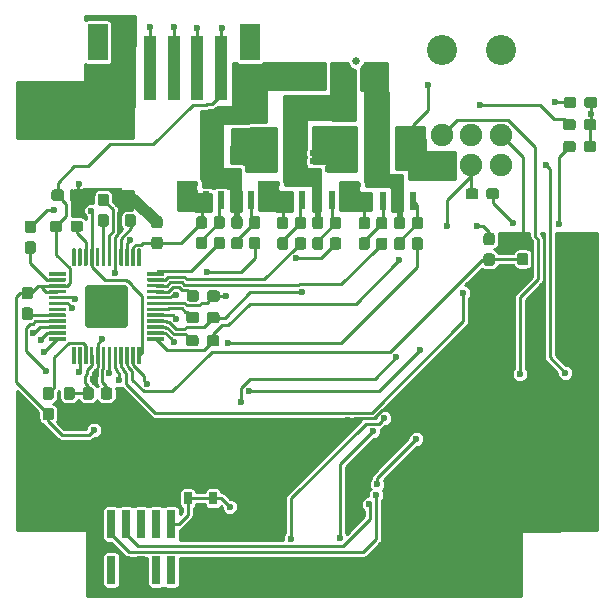
<source format=gbr>
G04 #@! TF.GenerationSoftware,KiCad,Pcbnew,5.0.0-fee4fd1~65~ubuntu16.04.1*
G04 #@! TF.CreationDate,2018-10-30T20:03:04+09:00*
G04 #@! TF.ProjectId,SSL_BLDC,53534C5F424C44432E6B696361645F70,rev?*
G04 #@! TF.SameCoordinates,Original*
G04 #@! TF.FileFunction,Copper,L1,Top,Signal*
G04 #@! TF.FilePolarity,Positive*
%FSLAX46Y46*%
G04 Gerber Fmt 4.6, Leading zero omitted, Abs format (unit mm)*
G04 Created by KiCad (PCBNEW 5.0.0-fee4fd1~65~ubuntu16.04.1) date Tue Oct 30 20:03:04 2018*
%MOMM*%
%LPD*%
G01*
G04 APERTURE LIST*
G04 #@! TA.AperFunction,SMDPad,CuDef*
%ADD10R,1.000000X5.500000*%
G04 #@! TD*
G04 #@! TA.AperFunction,SMDPad,CuDef*
%ADD11R,1.700000X3.100000*%
G04 #@! TD*
G04 #@! TA.AperFunction,ComponentPad*
%ADD12C,1.900000*%
G04 #@! TD*
G04 #@! TA.AperFunction,ComponentPad*
%ADD13C,2.550000*%
G04 #@! TD*
G04 #@! TA.AperFunction,SMDPad,CuDef*
%ADD14R,0.600000X1.550000*%
G04 #@! TD*
G04 #@! TA.AperFunction,Conductor*
%ADD15C,0.100000*%
G04 #@! TD*
G04 #@! TA.AperFunction,SMDPad,CuDef*
%ADD16C,0.950000*%
G04 #@! TD*
G04 #@! TA.AperFunction,ComponentPad*
%ADD17C,1.875000*%
G04 #@! TD*
G04 #@! TA.AperFunction,ComponentPad*
%ADD18C,0.675000*%
G04 #@! TD*
G04 #@! TA.AperFunction,SMDPad,CuDef*
%ADD19C,3.600000*%
G04 #@! TD*
G04 #@! TA.AperFunction,SMDPad,CuDef*
%ADD20C,0.300000*%
G04 #@! TD*
G04 #@! TA.AperFunction,SMDPad,CuDef*
%ADD21R,0.650000X1.050000*%
G04 #@! TD*
G04 #@! TA.AperFunction,SMDPad,CuDef*
%ADD22R,0.740000X2.400000*%
G04 #@! TD*
G04 #@! TA.AperFunction,ViaPad*
%ADD23C,0.600000*%
G04 #@! TD*
G04 #@! TA.AperFunction,Conductor*
%ADD24C,0.250000*%
G04 #@! TD*
G04 #@! TA.AperFunction,Conductor*
%ADD25C,1.000000*%
G04 #@! TD*
G04 #@! TA.AperFunction,Conductor*
%ADD26C,0.254000*%
G04 #@! TD*
G04 APERTURE END LIST*
D10*
G04 #@! TO.P,J1,1*
G04 #@! TO.N,+5V*
X70250000Y-27375000D03*
G04 #@! TO.P,J1,2*
G04 #@! TO.N,Net-(J1-Pad2)*
X68250000Y-27375000D03*
G04 #@! TO.P,J1,3*
G04 #@! TO.N,Net-(J1-Pad3)*
X66250000Y-27375000D03*
G04 #@! TO.P,J1,4*
G04 #@! TO.N,Net-(J1-Pad4)*
X64250000Y-27375000D03*
G04 #@! TO.P,J1,5*
G04 #@! TO.N,GND*
X62250000Y-27375000D03*
D11*
G04 #@! TO.P,J1,6*
G04 #@! TO.N,N/C*
X59800000Y-25175000D03*
G04 #@! TO.P,J1,7*
X72700000Y-25175000D03*
G04 #@! TD*
D12*
G04 #@! TO.P,J2,1*
G04 #@! TO.N,+BATT*
X88940000Y-35520000D03*
G04 #@! TO.P,J2,2*
G04 #@! TO.N,+3V3*
X91440000Y-35520000D03*
G04 #@! TO.P,J2,3*
G04 #@! TO.N,Net-(J2-Pad3)*
X93940000Y-35520000D03*
G04 #@! TO.P,J2,4*
G04 #@! TO.N,Net-(J2-Pad4)*
X88940000Y-33020000D03*
G04 #@! TO.P,J2,5*
G04 #@! TO.N,GND*
X91440000Y-33020000D03*
G04 #@! TO.P,J2,6*
X93940000Y-33020000D03*
D13*
G04 #@! TO.P,J2,7*
G04 #@! TO.N,N/C*
X93940000Y-25840000D03*
G04 #@! TO.P,J2,8*
X88940000Y-25840000D03*
G04 #@! TD*
D14*
G04 #@! TO.P,Q9,1*
G04 #@! TO.N,/drive/LSS*
X68990000Y-38550000D03*
G04 #@! TO.P,Q9,2*
G04 #@! TO.N,Net-(Q9-Pad2)*
X70260000Y-38550000D03*
G04 #@! TO.P,Q9,3*
G04 #@! TO.N,phase_A*
X71530000Y-38550000D03*
G04 #@! TO.P,Q9,4*
G04 #@! TO.N,Net-(Q9-Pad4)*
X72800000Y-38550000D03*
G04 #@! TO.P,Q9,5*
G04 #@! TO.N,+BATT*
X72800000Y-33150000D03*
G04 #@! TO.P,Q9,6*
X71530000Y-33150000D03*
G04 #@! TO.P,Q9,7*
G04 #@! TO.N,phase_A*
X70260000Y-33150000D03*
G04 #@! TO.P,Q9,8*
X68990000Y-33150000D03*
G04 #@! TD*
D15*
G04 #@! TO.N,GND*
G04 #@! TO.C,C6*
G36*
X58476779Y-37626144D02*
X58499834Y-37629563D01*
X58522443Y-37635227D01*
X58544387Y-37643079D01*
X58565457Y-37653044D01*
X58585448Y-37665026D01*
X58604168Y-37678910D01*
X58621438Y-37694562D01*
X58637090Y-37711832D01*
X58650974Y-37730552D01*
X58662956Y-37750543D01*
X58672921Y-37771613D01*
X58680773Y-37793557D01*
X58686437Y-37816166D01*
X58689856Y-37839221D01*
X58691000Y-37862500D01*
X58691000Y-38337500D01*
X58689856Y-38360779D01*
X58686437Y-38383834D01*
X58680773Y-38406443D01*
X58672921Y-38428387D01*
X58662956Y-38449457D01*
X58650974Y-38469448D01*
X58637090Y-38488168D01*
X58621438Y-38505438D01*
X58604168Y-38521090D01*
X58585448Y-38534974D01*
X58565457Y-38546956D01*
X58544387Y-38556921D01*
X58522443Y-38564773D01*
X58499834Y-38570437D01*
X58476779Y-38573856D01*
X58453500Y-38575000D01*
X57878500Y-38575000D01*
X57855221Y-38573856D01*
X57832166Y-38570437D01*
X57809557Y-38564773D01*
X57787613Y-38556921D01*
X57766543Y-38546956D01*
X57746552Y-38534974D01*
X57727832Y-38521090D01*
X57710562Y-38505438D01*
X57694910Y-38488168D01*
X57681026Y-38469448D01*
X57669044Y-38449457D01*
X57659079Y-38428387D01*
X57651227Y-38406443D01*
X57645563Y-38383834D01*
X57642144Y-38360779D01*
X57641000Y-38337500D01*
X57641000Y-37862500D01*
X57642144Y-37839221D01*
X57645563Y-37816166D01*
X57651227Y-37793557D01*
X57659079Y-37771613D01*
X57669044Y-37750543D01*
X57681026Y-37730552D01*
X57694910Y-37711832D01*
X57710562Y-37694562D01*
X57727832Y-37678910D01*
X57746552Y-37665026D01*
X57766543Y-37653044D01*
X57787613Y-37643079D01*
X57809557Y-37635227D01*
X57832166Y-37629563D01*
X57855221Y-37626144D01*
X57878500Y-37625000D01*
X58453500Y-37625000D01*
X58476779Y-37626144D01*
X58476779Y-37626144D01*
G37*
D16*
G04 #@! TD*
G04 #@! TO.P,C6,2*
G04 #@! TO.N,GND*
X58166000Y-38100000D03*
D15*
G04 #@! TO.N,+5V*
G04 #@! TO.C,C6*
G36*
X56726779Y-37626144D02*
X56749834Y-37629563D01*
X56772443Y-37635227D01*
X56794387Y-37643079D01*
X56815457Y-37653044D01*
X56835448Y-37665026D01*
X56854168Y-37678910D01*
X56871438Y-37694562D01*
X56887090Y-37711832D01*
X56900974Y-37730552D01*
X56912956Y-37750543D01*
X56922921Y-37771613D01*
X56930773Y-37793557D01*
X56936437Y-37816166D01*
X56939856Y-37839221D01*
X56941000Y-37862500D01*
X56941000Y-38337500D01*
X56939856Y-38360779D01*
X56936437Y-38383834D01*
X56930773Y-38406443D01*
X56922921Y-38428387D01*
X56912956Y-38449457D01*
X56900974Y-38469448D01*
X56887090Y-38488168D01*
X56871438Y-38505438D01*
X56854168Y-38521090D01*
X56835448Y-38534974D01*
X56815457Y-38546956D01*
X56794387Y-38556921D01*
X56772443Y-38564773D01*
X56749834Y-38570437D01*
X56726779Y-38573856D01*
X56703500Y-38575000D01*
X56128500Y-38575000D01*
X56105221Y-38573856D01*
X56082166Y-38570437D01*
X56059557Y-38564773D01*
X56037613Y-38556921D01*
X56016543Y-38546956D01*
X55996552Y-38534974D01*
X55977832Y-38521090D01*
X55960562Y-38505438D01*
X55944910Y-38488168D01*
X55931026Y-38469448D01*
X55919044Y-38449457D01*
X55909079Y-38428387D01*
X55901227Y-38406443D01*
X55895563Y-38383834D01*
X55892144Y-38360779D01*
X55891000Y-38337500D01*
X55891000Y-37862500D01*
X55892144Y-37839221D01*
X55895563Y-37816166D01*
X55901227Y-37793557D01*
X55909079Y-37771613D01*
X55919044Y-37750543D01*
X55931026Y-37730552D01*
X55944910Y-37711832D01*
X55960562Y-37694562D01*
X55977832Y-37678910D01*
X55996552Y-37665026D01*
X56016543Y-37653044D01*
X56037613Y-37643079D01*
X56059557Y-37635227D01*
X56082166Y-37629563D01*
X56105221Y-37626144D01*
X56128500Y-37625000D01*
X56703500Y-37625000D01*
X56726779Y-37626144D01*
X56726779Y-37626144D01*
G37*
D16*
G04 #@! TD*
G04 #@! TO.P,C6,1*
G04 #@! TO.N,+5V*
X56416000Y-38100000D03*
D15*
G04 #@! TO.N,Net-(C7-Pad1)*
G04 #@! TO.C,C7*
G36*
X57664779Y-54376144D02*
X57687834Y-54379563D01*
X57710443Y-54385227D01*
X57732387Y-54393079D01*
X57753457Y-54403044D01*
X57773448Y-54415026D01*
X57792168Y-54428910D01*
X57809438Y-54444562D01*
X57825090Y-54461832D01*
X57838974Y-54480552D01*
X57850956Y-54500543D01*
X57860921Y-54521613D01*
X57868773Y-54543557D01*
X57874437Y-54566166D01*
X57877856Y-54589221D01*
X57879000Y-54612500D01*
X57879000Y-55187500D01*
X57877856Y-55210779D01*
X57874437Y-55233834D01*
X57868773Y-55256443D01*
X57860921Y-55278387D01*
X57850956Y-55299457D01*
X57838974Y-55319448D01*
X57825090Y-55338168D01*
X57809438Y-55355438D01*
X57792168Y-55371090D01*
X57773448Y-55384974D01*
X57753457Y-55396956D01*
X57732387Y-55406921D01*
X57710443Y-55414773D01*
X57687834Y-55420437D01*
X57664779Y-55423856D01*
X57641500Y-55425000D01*
X57166500Y-55425000D01*
X57143221Y-55423856D01*
X57120166Y-55420437D01*
X57097557Y-55414773D01*
X57075613Y-55406921D01*
X57054543Y-55396956D01*
X57034552Y-55384974D01*
X57015832Y-55371090D01*
X56998562Y-55355438D01*
X56982910Y-55338168D01*
X56969026Y-55319448D01*
X56957044Y-55299457D01*
X56947079Y-55278387D01*
X56939227Y-55256443D01*
X56933563Y-55233834D01*
X56930144Y-55210779D01*
X56929000Y-55187500D01*
X56929000Y-54612500D01*
X56930144Y-54589221D01*
X56933563Y-54566166D01*
X56939227Y-54543557D01*
X56947079Y-54521613D01*
X56957044Y-54500543D01*
X56969026Y-54480552D01*
X56982910Y-54461832D01*
X56998562Y-54444562D01*
X57015832Y-54428910D01*
X57034552Y-54415026D01*
X57054543Y-54403044D01*
X57075613Y-54393079D01*
X57097557Y-54385227D01*
X57120166Y-54379563D01*
X57143221Y-54376144D01*
X57166500Y-54375000D01*
X57641500Y-54375000D01*
X57664779Y-54376144D01*
X57664779Y-54376144D01*
G37*
D16*
G04 #@! TD*
G04 #@! TO.P,C7,1*
G04 #@! TO.N,Net-(C7-Pad1)*
X57404000Y-54900000D03*
D15*
G04 #@! TO.N,GND*
G04 #@! TO.C,C7*
G36*
X57664779Y-56126144D02*
X57687834Y-56129563D01*
X57710443Y-56135227D01*
X57732387Y-56143079D01*
X57753457Y-56153044D01*
X57773448Y-56165026D01*
X57792168Y-56178910D01*
X57809438Y-56194562D01*
X57825090Y-56211832D01*
X57838974Y-56230552D01*
X57850956Y-56250543D01*
X57860921Y-56271613D01*
X57868773Y-56293557D01*
X57874437Y-56316166D01*
X57877856Y-56339221D01*
X57879000Y-56362500D01*
X57879000Y-56937500D01*
X57877856Y-56960779D01*
X57874437Y-56983834D01*
X57868773Y-57006443D01*
X57860921Y-57028387D01*
X57850956Y-57049457D01*
X57838974Y-57069448D01*
X57825090Y-57088168D01*
X57809438Y-57105438D01*
X57792168Y-57121090D01*
X57773448Y-57134974D01*
X57753457Y-57146956D01*
X57732387Y-57156921D01*
X57710443Y-57164773D01*
X57687834Y-57170437D01*
X57664779Y-57173856D01*
X57641500Y-57175000D01*
X57166500Y-57175000D01*
X57143221Y-57173856D01*
X57120166Y-57170437D01*
X57097557Y-57164773D01*
X57075613Y-57156921D01*
X57054543Y-57146956D01*
X57034552Y-57134974D01*
X57015832Y-57121090D01*
X56998562Y-57105438D01*
X56982910Y-57088168D01*
X56969026Y-57069448D01*
X56957044Y-57049457D01*
X56947079Y-57028387D01*
X56939227Y-57006443D01*
X56933563Y-56983834D01*
X56930144Y-56960779D01*
X56929000Y-56937500D01*
X56929000Y-56362500D01*
X56930144Y-56339221D01*
X56933563Y-56316166D01*
X56939227Y-56293557D01*
X56947079Y-56271613D01*
X56957044Y-56250543D01*
X56969026Y-56230552D01*
X56982910Y-56211832D01*
X56998562Y-56194562D01*
X57015832Y-56178910D01*
X57034552Y-56165026D01*
X57054543Y-56153044D01*
X57075613Y-56143079D01*
X57097557Y-56135227D01*
X57120166Y-56129563D01*
X57143221Y-56126144D01*
X57166500Y-56125000D01*
X57641500Y-56125000D01*
X57664779Y-56126144D01*
X57664779Y-56126144D01*
G37*
D16*
G04 #@! TD*
G04 #@! TO.P,C7,2*
G04 #@! TO.N,GND*
X57404000Y-56650000D03*
D15*
G04 #@! TO.N,Net-(C8-Pad2)*
G04 #@! TO.C,C8*
G36*
X60535779Y-37976144D02*
X60558834Y-37979563D01*
X60581443Y-37985227D01*
X60603387Y-37993079D01*
X60624457Y-38003044D01*
X60644448Y-38015026D01*
X60663168Y-38028910D01*
X60680438Y-38044562D01*
X60696090Y-38061832D01*
X60709974Y-38080552D01*
X60721956Y-38100543D01*
X60731921Y-38121613D01*
X60739773Y-38143557D01*
X60745437Y-38166166D01*
X60748856Y-38189221D01*
X60750000Y-38212500D01*
X60750000Y-38787500D01*
X60748856Y-38810779D01*
X60745437Y-38833834D01*
X60739773Y-38856443D01*
X60731921Y-38878387D01*
X60721956Y-38899457D01*
X60709974Y-38919448D01*
X60696090Y-38938168D01*
X60680438Y-38955438D01*
X60663168Y-38971090D01*
X60644448Y-38984974D01*
X60624457Y-38996956D01*
X60603387Y-39006921D01*
X60581443Y-39014773D01*
X60558834Y-39020437D01*
X60535779Y-39023856D01*
X60512500Y-39025000D01*
X60037500Y-39025000D01*
X60014221Y-39023856D01*
X59991166Y-39020437D01*
X59968557Y-39014773D01*
X59946613Y-39006921D01*
X59925543Y-38996956D01*
X59905552Y-38984974D01*
X59886832Y-38971090D01*
X59869562Y-38955438D01*
X59853910Y-38938168D01*
X59840026Y-38919448D01*
X59828044Y-38899457D01*
X59818079Y-38878387D01*
X59810227Y-38856443D01*
X59804563Y-38833834D01*
X59801144Y-38810779D01*
X59800000Y-38787500D01*
X59800000Y-38212500D01*
X59801144Y-38189221D01*
X59804563Y-38166166D01*
X59810227Y-38143557D01*
X59818079Y-38121613D01*
X59828044Y-38100543D01*
X59840026Y-38080552D01*
X59853910Y-38061832D01*
X59869562Y-38044562D01*
X59886832Y-38028910D01*
X59905552Y-38015026D01*
X59925543Y-38003044D01*
X59946613Y-37993079D01*
X59968557Y-37985227D01*
X59991166Y-37979563D01*
X60014221Y-37976144D01*
X60037500Y-37975000D01*
X60512500Y-37975000D01*
X60535779Y-37976144D01*
X60535779Y-37976144D01*
G37*
D16*
G04 #@! TD*
G04 #@! TO.P,C8,2*
G04 #@! TO.N,Net-(C8-Pad2)*
X60275000Y-38500000D03*
D15*
G04 #@! TO.N,Net-(C8-Pad1)*
G04 #@! TO.C,C8*
G36*
X60535779Y-39726144D02*
X60558834Y-39729563D01*
X60581443Y-39735227D01*
X60603387Y-39743079D01*
X60624457Y-39753044D01*
X60644448Y-39765026D01*
X60663168Y-39778910D01*
X60680438Y-39794562D01*
X60696090Y-39811832D01*
X60709974Y-39830552D01*
X60721956Y-39850543D01*
X60731921Y-39871613D01*
X60739773Y-39893557D01*
X60745437Y-39916166D01*
X60748856Y-39939221D01*
X60750000Y-39962500D01*
X60750000Y-40537500D01*
X60748856Y-40560779D01*
X60745437Y-40583834D01*
X60739773Y-40606443D01*
X60731921Y-40628387D01*
X60721956Y-40649457D01*
X60709974Y-40669448D01*
X60696090Y-40688168D01*
X60680438Y-40705438D01*
X60663168Y-40721090D01*
X60644448Y-40734974D01*
X60624457Y-40746956D01*
X60603387Y-40756921D01*
X60581443Y-40764773D01*
X60558834Y-40770437D01*
X60535779Y-40773856D01*
X60512500Y-40775000D01*
X60037500Y-40775000D01*
X60014221Y-40773856D01*
X59991166Y-40770437D01*
X59968557Y-40764773D01*
X59946613Y-40756921D01*
X59925543Y-40746956D01*
X59905552Y-40734974D01*
X59886832Y-40721090D01*
X59869562Y-40705438D01*
X59853910Y-40688168D01*
X59840026Y-40669448D01*
X59828044Y-40649457D01*
X59818079Y-40628387D01*
X59810227Y-40606443D01*
X59804563Y-40583834D01*
X59801144Y-40560779D01*
X59800000Y-40537500D01*
X59800000Y-39962500D01*
X59801144Y-39939221D01*
X59804563Y-39916166D01*
X59810227Y-39893557D01*
X59818079Y-39871613D01*
X59828044Y-39850543D01*
X59840026Y-39830552D01*
X59853910Y-39811832D01*
X59869562Y-39794562D01*
X59886832Y-39778910D01*
X59905552Y-39765026D01*
X59925543Y-39753044D01*
X59946613Y-39743079D01*
X59968557Y-39735227D01*
X59991166Y-39729563D01*
X60014221Y-39726144D01*
X60037500Y-39725000D01*
X60512500Y-39725000D01*
X60535779Y-39726144D01*
X60535779Y-39726144D01*
G37*
D16*
G04 #@! TD*
G04 #@! TO.P,C8,1*
G04 #@! TO.N,Net-(C8-Pad1)*
X60275000Y-40250000D03*
D15*
G04 #@! TO.N,GND*
G04 #@! TO.C,C9*
G36*
X62835779Y-37976144D02*
X62858834Y-37979563D01*
X62881443Y-37985227D01*
X62903387Y-37993079D01*
X62924457Y-38003044D01*
X62944448Y-38015026D01*
X62963168Y-38028910D01*
X62980438Y-38044562D01*
X62996090Y-38061832D01*
X63009974Y-38080552D01*
X63021956Y-38100543D01*
X63031921Y-38121613D01*
X63039773Y-38143557D01*
X63045437Y-38166166D01*
X63048856Y-38189221D01*
X63050000Y-38212500D01*
X63050000Y-38787500D01*
X63048856Y-38810779D01*
X63045437Y-38833834D01*
X63039773Y-38856443D01*
X63031921Y-38878387D01*
X63021956Y-38899457D01*
X63009974Y-38919448D01*
X62996090Y-38938168D01*
X62980438Y-38955438D01*
X62963168Y-38971090D01*
X62944448Y-38984974D01*
X62924457Y-38996956D01*
X62903387Y-39006921D01*
X62881443Y-39014773D01*
X62858834Y-39020437D01*
X62835779Y-39023856D01*
X62812500Y-39025000D01*
X62337500Y-39025000D01*
X62314221Y-39023856D01*
X62291166Y-39020437D01*
X62268557Y-39014773D01*
X62246613Y-39006921D01*
X62225543Y-38996956D01*
X62205552Y-38984974D01*
X62186832Y-38971090D01*
X62169562Y-38955438D01*
X62153910Y-38938168D01*
X62140026Y-38919448D01*
X62128044Y-38899457D01*
X62118079Y-38878387D01*
X62110227Y-38856443D01*
X62104563Y-38833834D01*
X62101144Y-38810779D01*
X62100000Y-38787500D01*
X62100000Y-38212500D01*
X62101144Y-38189221D01*
X62104563Y-38166166D01*
X62110227Y-38143557D01*
X62118079Y-38121613D01*
X62128044Y-38100543D01*
X62140026Y-38080552D01*
X62153910Y-38061832D01*
X62169562Y-38044562D01*
X62186832Y-38028910D01*
X62205552Y-38015026D01*
X62225543Y-38003044D01*
X62246613Y-37993079D01*
X62268557Y-37985227D01*
X62291166Y-37979563D01*
X62314221Y-37976144D01*
X62337500Y-37975000D01*
X62812500Y-37975000D01*
X62835779Y-37976144D01*
X62835779Y-37976144D01*
G37*
D16*
G04 #@! TD*
G04 #@! TO.P,C9,1*
G04 #@! TO.N,GND*
X62575000Y-38500000D03*
D15*
G04 #@! TO.N,Net-(C9-Pad2)*
G04 #@! TO.C,C9*
G36*
X62835779Y-39726144D02*
X62858834Y-39729563D01*
X62881443Y-39735227D01*
X62903387Y-39743079D01*
X62924457Y-39753044D01*
X62944448Y-39765026D01*
X62963168Y-39778910D01*
X62980438Y-39794562D01*
X62996090Y-39811832D01*
X63009974Y-39830552D01*
X63021956Y-39850543D01*
X63031921Y-39871613D01*
X63039773Y-39893557D01*
X63045437Y-39916166D01*
X63048856Y-39939221D01*
X63050000Y-39962500D01*
X63050000Y-40537500D01*
X63048856Y-40560779D01*
X63045437Y-40583834D01*
X63039773Y-40606443D01*
X63031921Y-40628387D01*
X63021956Y-40649457D01*
X63009974Y-40669448D01*
X62996090Y-40688168D01*
X62980438Y-40705438D01*
X62963168Y-40721090D01*
X62944448Y-40734974D01*
X62924457Y-40746956D01*
X62903387Y-40756921D01*
X62881443Y-40764773D01*
X62858834Y-40770437D01*
X62835779Y-40773856D01*
X62812500Y-40775000D01*
X62337500Y-40775000D01*
X62314221Y-40773856D01*
X62291166Y-40770437D01*
X62268557Y-40764773D01*
X62246613Y-40756921D01*
X62225543Y-40746956D01*
X62205552Y-40734974D01*
X62186832Y-40721090D01*
X62169562Y-40705438D01*
X62153910Y-40688168D01*
X62140026Y-40669448D01*
X62128044Y-40649457D01*
X62118079Y-40628387D01*
X62110227Y-40606443D01*
X62104563Y-40583834D01*
X62101144Y-40560779D01*
X62100000Y-40537500D01*
X62100000Y-39962500D01*
X62101144Y-39939221D01*
X62104563Y-39916166D01*
X62110227Y-39893557D01*
X62118079Y-39871613D01*
X62128044Y-39850543D01*
X62140026Y-39830552D01*
X62153910Y-39811832D01*
X62169562Y-39794562D01*
X62186832Y-39778910D01*
X62205552Y-39765026D01*
X62225543Y-39753044D01*
X62246613Y-39743079D01*
X62268557Y-39735227D01*
X62291166Y-39729563D01*
X62314221Y-39726144D01*
X62337500Y-39725000D01*
X62812500Y-39725000D01*
X62835779Y-39726144D01*
X62835779Y-39726144D01*
G37*
D16*
G04 #@! TD*
G04 #@! TO.P,C9,2*
G04 #@! TO.N,Net-(C9-Pad2)*
X62575000Y-40250000D03*
D15*
G04 #@! TO.N,phase_A*
G04 #@! TO.C,C10*
G36*
X69920779Y-46176144D02*
X69943834Y-46179563D01*
X69966443Y-46185227D01*
X69988387Y-46193079D01*
X70009457Y-46203044D01*
X70029448Y-46215026D01*
X70048168Y-46228910D01*
X70065438Y-46244562D01*
X70081090Y-46261832D01*
X70094974Y-46280552D01*
X70106956Y-46300543D01*
X70116921Y-46321613D01*
X70124773Y-46343557D01*
X70130437Y-46366166D01*
X70133856Y-46389221D01*
X70135000Y-46412500D01*
X70135000Y-46887500D01*
X70133856Y-46910779D01*
X70130437Y-46933834D01*
X70124773Y-46956443D01*
X70116921Y-46978387D01*
X70106956Y-46999457D01*
X70094974Y-47019448D01*
X70081090Y-47038168D01*
X70065438Y-47055438D01*
X70048168Y-47071090D01*
X70029448Y-47084974D01*
X70009457Y-47096956D01*
X69988387Y-47106921D01*
X69966443Y-47114773D01*
X69943834Y-47120437D01*
X69920779Y-47123856D01*
X69897500Y-47125000D01*
X69322500Y-47125000D01*
X69299221Y-47123856D01*
X69276166Y-47120437D01*
X69253557Y-47114773D01*
X69231613Y-47106921D01*
X69210543Y-47096956D01*
X69190552Y-47084974D01*
X69171832Y-47071090D01*
X69154562Y-47055438D01*
X69138910Y-47038168D01*
X69125026Y-47019448D01*
X69113044Y-46999457D01*
X69103079Y-46978387D01*
X69095227Y-46956443D01*
X69089563Y-46933834D01*
X69086144Y-46910779D01*
X69085000Y-46887500D01*
X69085000Y-46412500D01*
X69086144Y-46389221D01*
X69089563Y-46366166D01*
X69095227Y-46343557D01*
X69103079Y-46321613D01*
X69113044Y-46300543D01*
X69125026Y-46280552D01*
X69138910Y-46261832D01*
X69154562Y-46244562D01*
X69171832Y-46228910D01*
X69190552Y-46215026D01*
X69210543Y-46203044D01*
X69231613Y-46193079D01*
X69253557Y-46185227D01*
X69276166Y-46179563D01*
X69299221Y-46176144D01*
X69322500Y-46175000D01*
X69897500Y-46175000D01*
X69920779Y-46176144D01*
X69920779Y-46176144D01*
G37*
D16*
G04 #@! TD*
G04 #@! TO.P,C10,2*
G04 #@! TO.N,phase_A*
X69610000Y-46650000D03*
D15*
G04 #@! TO.N,Net-(C10-Pad1)*
G04 #@! TO.C,C10*
G36*
X68170779Y-46176144D02*
X68193834Y-46179563D01*
X68216443Y-46185227D01*
X68238387Y-46193079D01*
X68259457Y-46203044D01*
X68279448Y-46215026D01*
X68298168Y-46228910D01*
X68315438Y-46244562D01*
X68331090Y-46261832D01*
X68344974Y-46280552D01*
X68356956Y-46300543D01*
X68366921Y-46321613D01*
X68374773Y-46343557D01*
X68380437Y-46366166D01*
X68383856Y-46389221D01*
X68385000Y-46412500D01*
X68385000Y-46887500D01*
X68383856Y-46910779D01*
X68380437Y-46933834D01*
X68374773Y-46956443D01*
X68366921Y-46978387D01*
X68356956Y-46999457D01*
X68344974Y-47019448D01*
X68331090Y-47038168D01*
X68315438Y-47055438D01*
X68298168Y-47071090D01*
X68279448Y-47084974D01*
X68259457Y-47096956D01*
X68238387Y-47106921D01*
X68216443Y-47114773D01*
X68193834Y-47120437D01*
X68170779Y-47123856D01*
X68147500Y-47125000D01*
X67572500Y-47125000D01*
X67549221Y-47123856D01*
X67526166Y-47120437D01*
X67503557Y-47114773D01*
X67481613Y-47106921D01*
X67460543Y-47096956D01*
X67440552Y-47084974D01*
X67421832Y-47071090D01*
X67404562Y-47055438D01*
X67388910Y-47038168D01*
X67375026Y-47019448D01*
X67363044Y-46999457D01*
X67353079Y-46978387D01*
X67345227Y-46956443D01*
X67339563Y-46933834D01*
X67336144Y-46910779D01*
X67335000Y-46887500D01*
X67335000Y-46412500D01*
X67336144Y-46389221D01*
X67339563Y-46366166D01*
X67345227Y-46343557D01*
X67353079Y-46321613D01*
X67363044Y-46300543D01*
X67375026Y-46280552D01*
X67388910Y-46261832D01*
X67404562Y-46244562D01*
X67421832Y-46228910D01*
X67440552Y-46215026D01*
X67460543Y-46203044D01*
X67481613Y-46193079D01*
X67503557Y-46185227D01*
X67526166Y-46179563D01*
X67549221Y-46176144D01*
X67572500Y-46175000D01*
X68147500Y-46175000D01*
X68170779Y-46176144D01*
X68170779Y-46176144D01*
G37*
D16*
G04 #@! TD*
G04 #@! TO.P,C10,1*
G04 #@! TO.N,Net-(C10-Pad1)*
X67860000Y-46650000D03*
D15*
G04 #@! TO.N,Net-(C11-Pad1)*
G04 #@! TO.C,C11*
G36*
X68160779Y-48006144D02*
X68183834Y-48009563D01*
X68206443Y-48015227D01*
X68228387Y-48023079D01*
X68249457Y-48033044D01*
X68269448Y-48045026D01*
X68288168Y-48058910D01*
X68305438Y-48074562D01*
X68321090Y-48091832D01*
X68334974Y-48110552D01*
X68346956Y-48130543D01*
X68356921Y-48151613D01*
X68364773Y-48173557D01*
X68370437Y-48196166D01*
X68373856Y-48219221D01*
X68375000Y-48242500D01*
X68375000Y-48717500D01*
X68373856Y-48740779D01*
X68370437Y-48763834D01*
X68364773Y-48786443D01*
X68356921Y-48808387D01*
X68346956Y-48829457D01*
X68334974Y-48849448D01*
X68321090Y-48868168D01*
X68305438Y-48885438D01*
X68288168Y-48901090D01*
X68269448Y-48914974D01*
X68249457Y-48926956D01*
X68228387Y-48936921D01*
X68206443Y-48944773D01*
X68183834Y-48950437D01*
X68160779Y-48953856D01*
X68137500Y-48955000D01*
X67562500Y-48955000D01*
X67539221Y-48953856D01*
X67516166Y-48950437D01*
X67493557Y-48944773D01*
X67471613Y-48936921D01*
X67450543Y-48926956D01*
X67430552Y-48914974D01*
X67411832Y-48901090D01*
X67394562Y-48885438D01*
X67378910Y-48868168D01*
X67365026Y-48849448D01*
X67353044Y-48829457D01*
X67343079Y-48808387D01*
X67335227Y-48786443D01*
X67329563Y-48763834D01*
X67326144Y-48740779D01*
X67325000Y-48717500D01*
X67325000Y-48242500D01*
X67326144Y-48219221D01*
X67329563Y-48196166D01*
X67335227Y-48173557D01*
X67343079Y-48151613D01*
X67353044Y-48130543D01*
X67365026Y-48110552D01*
X67378910Y-48091832D01*
X67394562Y-48074562D01*
X67411832Y-48058910D01*
X67430552Y-48045026D01*
X67450543Y-48033044D01*
X67471613Y-48023079D01*
X67493557Y-48015227D01*
X67516166Y-48009563D01*
X67539221Y-48006144D01*
X67562500Y-48005000D01*
X68137500Y-48005000D01*
X68160779Y-48006144D01*
X68160779Y-48006144D01*
G37*
D16*
G04 #@! TD*
G04 #@! TO.P,C11,1*
G04 #@! TO.N,Net-(C11-Pad1)*
X67850000Y-48480000D03*
D15*
G04 #@! TO.N,phase_B*
G04 #@! TO.C,C11*
G36*
X69910779Y-48006144D02*
X69933834Y-48009563D01*
X69956443Y-48015227D01*
X69978387Y-48023079D01*
X69999457Y-48033044D01*
X70019448Y-48045026D01*
X70038168Y-48058910D01*
X70055438Y-48074562D01*
X70071090Y-48091832D01*
X70084974Y-48110552D01*
X70096956Y-48130543D01*
X70106921Y-48151613D01*
X70114773Y-48173557D01*
X70120437Y-48196166D01*
X70123856Y-48219221D01*
X70125000Y-48242500D01*
X70125000Y-48717500D01*
X70123856Y-48740779D01*
X70120437Y-48763834D01*
X70114773Y-48786443D01*
X70106921Y-48808387D01*
X70096956Y-48829457D01*
X70084974Y-48849448D01*
X70071090Y-48868168D01*
X70055438Y-48885438D01*
X70038168Y-48901090D01*
X70019448Y-48914974D01*
X69999457Y-48926956D01*
X69978387Y-48936921D01*
X69956443Y-48944773D01*
X69933834Y-48950437D01*
X69910779Y-48953856D01*
X69887500Y-48955000D01*
X69312500Y-48955000D01*
X69289221Y-48953856D01*
X69266166Y-48950437D01*
X69243557Y-48944773D01*
X69221613Y-48936921D01*
X69200543Y-48926956D01*
X69180552Y-48914974D01*
X69161832Y-48901090D01*
X69144562Y-48885438D01*
X69128910Y-48868168D01*
X69115026Y-48849448D01*
X69103044Y-48829457D01*
X69093079Y-48808387D01*
X69085227Y-48786443D01*
X69079563Y-48763834D01*
X69076144Y-48740779D01*
X69075000Y-48717500D01*
X69075000Y-48242500D01*
X69076144Y-48219221D01*
X69079563Y-48196166D01*
X69085227Y-48173557D01*
X69093079Y-48151613D01*
X69103044Y-48130543D01*
X69115026Y-48110552D01*
X69128910Y-48091832D01*
X69144562Y-48074562D01*
X69161832Y-48058910D01*
X69180552Y-48045026D01*
X69200543Y-48033044D01*
X69221613Y-48023079D01*
X69243557Y-48015227D01*
X69266166Y-48009563D01*
X69289221Y-48006144D01*
X69312500Y-48005000D01*
X69887500Y-48005000D01*
X69910779Y-48006144D01*
X69910779Y-48006144D01*
G37*
D16*
G04 #@! TD*
G04 #@! TO.P,C11,2*
G04 #@! TO.N,phase_B*
X69600000Y-48480000D03*
D15*
G04 #@! TO.N,Net-(C12-Pad1)*
G04 #@! TO.C,C12*
G36*
X68135779Y-49966144D02*
X68158834Y-49969563D01*
X68181443Y-49975227D01*
X68203387Y-49983079D01*
X68224457Y-49993044D01*
X68244448Y-50005026D01*
X68263168Y-50018910D01*
X68280438Y-50034562D01*
X68296090Y-50051832D01*
X68309974Y-50070552D01*
X68321956Y-50090543D01*
X68331921Y-50111613D01*
X68339773Y-50133557D01*
X68345437Y-50156166D01*
X68348856Y-50179221D01*
X68350000Y-50202500D01*
X68350000Y-50677500D01*
X68348856Y-50700779D01*
X68345437Y-50723834D01*
X68339773Y-50746443D01*
X68331921Y-50768387D01*
X68321956Y-50789457D01*
X68309974Y-50809448D01*
X68296090Y-50828168D01*
X68280438Y-50845438D01*
X68263168Y-50861090D01*
X68244448Y-50874974D01*
X68224457Y-50886956D01*
X68203387Y-50896921D01*
X68181443Y-50904773D01*
X68158834Y-50910437D01*
X68135779Y-50913856D01*
X68112500Y-50915000D01*
X67537500Y-50915000D01*
X67514221Y-50913856D01*
X67491166Y-50910437D01*
X67468557Y-50904773D01*
X67446613Y-50896921D01*
X67425543Y-50886956D01*
X67405552Y-50874974D01*
X67386832Y-50861090D01*
X67369562Y-50845438D01*
X67353910Y-50828168D01*
X67340026Y-50809448D01*
X67328044Y-50789457D01*
X67318079Y-50768387D01*
X67310227Y-50746443D01*
X67304563Y-50723834D01*
X67301144Y-50700779D01*
X67300000Y-50677500D01*
X67300000Y-50202500D01*
X67301144Y-50179221D01*
X67304563Y-50156166D01*
X67310227Y-50133557D01*
X67318079Y-50111613D01*
X67328044Y-50090543D01*
X67340026Y-50070552D01*
X67353910Y-50051832D01*
X67369562Y-50034562D01*
X67386832Y-50018910D01*
X67405552Y-50005026D01*
X67425543Y-49993044D01*
X67446613Y-49983079D01*
X67468557Y-49975227D01*
X67491166Y-49969563D01*
X67514221Y-49966144D01*
X67537500Y-49965000D01*
X68112500Y-49965000D01*
X68135779Y-49966144D01*
X68135779Y-49966144D01*
G37*
D16*
G04 #@! TD*
G04 #@! TO.P,C12,1*
G04 #@! TO.N,Net-(C12-Pad1)*
X67825000Y-50440000D03*
D15*
G04 #@! TO.N,phase_C*
G04 #@! TO.C,C12*
G36*
X69885779Y-49966144D02*
X69908834Y-49969563D01*
X69931443Y-49975227D01*
X69953387Y-49983079D01*
X69974457Y-49993044D01*
X69994448Y-50005026D01*
X70013168Y-50018910D01*
X70030438Y-50034562D01*
X70046090Y-50051832D01*
X70059974Y-50070552D01*
X70071956Y-50090543D01*
X70081921Y-50111613D01*
X70089773Y-50133557D01*
X70095437Y-50156166D01*
X70098856Y-50179221D01*
X70100000Y-50202500D01*
X70100000Y-50677500D01*
X70098856Y-50700779D01*
X70095437Y-50723834D01*
X70089773Y-50746443D01*
X70081921Y-50768387D01*
X70071956Y-50789457D01*
X70059974Y-50809448D01*
X70046090Y-50828168D01*
X70030438Y-50845438D01*
X70013168Y-50861090D01*
X69994448Y-50874974D01*
X69974457Y-50886956D01*
X69953387Y-50896921D01*
X69931443Y-50904773D01*
X69908834Y-50910437D01*
X69885779Y-50913856D01*
X69862500Y-50915000D01*
X69287500Y-50915000D01*
X69264221Y-50913856D01*
X69241166Y-50910437D01*
X69218557Y-50904773D01*
X69196613Y-50896921D01*
X69175543Y-50886956D01*
X69155552Y-50874974D01*
X69136832Y-50861090D01*
X69119562Y-50845438D01*
X69103910Y-50828168D01*
X69090026Y-50809448D01*
X69078044Y-50789457D01*
X69068079Y-50768387D01*
X69060227Y-50746443D01*
X69054563Y-50723834D01*
X69051144Y-50700779D01*
X69050000Y-50677500D01*
X69050000Y-50202500D01*
X69051144Y-50179221D01*
X69054563Y-50156166D01*
X69060227Y-50133557D01*
X69068079Y-50111613D01*
X69078044Y-50090543D01*
X69090026Y-50070552D01*
X69103910Y-50051832D01*
X69119562Y-50034562D01*
X69136832Y-50018910D01*
X69155552Y-50005026D01*
X69175543Y-49993044D01*
X69196613Y-49983079D01*
X69218557Y-49975227D01*
X69241166Y-49969563D01*
X69264221Y-49966144D01*
X69287500Y-49965000D01*
X69862500Y-49965000D01*
X69885779Y-49966144D01*
X69885779Y-49966144D01*
G37*
D16*
G04 #@! TD*
G04 #@! TO.P,C12,2*
G04 #@! TO.N,phase_C*
X69575000Y-50440000D03*
D15*
G04 #@! TO.N,/drive/LSS*
G04 #@! TO.C,C13*
G36*
X65085779Y-41626144D02*
X65108834Y-41629563D01*
X65131443Y-41635227D01*
X65153387Y-41643079D01*
X65174457Y-41653044D01*
X65194448Y-41665026D01*
X65213168Y-41678910D01*
X65230438Y-41694562D01*
X65246090Y-41711832D01*
X65259974Y-41730552D01*
X65271956Y-41750543D01*
X65281921Y-41771613D01*
X65289773Y-41793557D01*
X65295437Y-41816166D01*
X65298856Y-41839221D01*
X65300000Y-41862500D01*
X65300000Y-42437500D01*
X65298856Y-42460779D01*
X65295437Y-42483834D01*
X65289773Y-42506443D01*
X65281921Y-42528387D01*
X65271956Y-42549457D01*
X65259974Y-42569448D01*
X65246090Y-42588168D01*
X65230438Y-42605438D01*
X65213168Y-42621090D01*
X65194448Y-42634974D01*
X65174457Y-42646956D01*
X65153387Y-42656921D01*
X65131443Y-42664773D01*
X65108834Y-42670437D01*
X65085779Y-42673856D01*
X65062500Y-42675000D01*
X64587500Y-42675000D01*
X64564221Y-42673856D01*
X64541166Y-42670437D01*
X64518557Y-42664773D01*
X64496613Y-42656921D01*
X64475543Y-42646956D01*
X64455552Y-42634974D01*
X64436832Y-42621090D01*
X64419562Y-42605438D01*
X64403910Y-42588168D01*
X64390026Y-42569448D01*
X64378044Y-42549457D01*
X64368079Y-42528387D01*
X64360227Y-42506443D01*
X64354563Y-42483834D01*
X64351144Y-42460779D01*
X64350000Y-42437500D01*
X64350000Y-41862500D01*
X64351144Y-41839221D01*
X64354563Y-41816166D01*
X64360227Y-41793557D01*
X64368079Y-41771613D01*
X64378044Y-41750543D01*
X64390026Y-41730552D01*
X64403910Y-41711832D01*
X64419562Y-41694562D01*
X64436832Y-41678910D01*
X64455552Y-41665026D01*
X64475543Y-41653044D01*
X64496613Y-41643079D01*
X64518557Y-41635227D01*
X64541166Y-41629563D01*
X64564221Y-41626144D01*
X64587500Y-41625000D01*
X65062500Y-41625000D01*
X65085779Y-41626144D01*
X65085779Y-41626144D01*
G37*
D16*
G04 #@! TD*
G04 #@! TO.P,C13,2*
G04 #@! TO.N,/drive/LSS*
X64825000Y-42150000D03*
D15*
G04 #@! TO.N,GND*
G04 #@! TO.C,C13*
G36*
X65085779Y-39876144D02*
X65108834Y-39879563D01*
X65131443Y-39885227D01*
X65153387Y-39893079D01*
X65174457Y-39903044D01*
X65194448Y-39915026D01*
X65213168Y-39928910D01*
X65230438Y-39944562D01*
X65246090Y-39961832D01*
X65259974Y-39980552D01*
X65271956Y-40000543D01*
X65281921Y-40021613D01*
X65289773Y-40043557D01*
X65295437Y-40066166D01*
X65298856Y-40089221D01*
X65300000Y-40112500D01*
X65300000Y-40687500D01*
X65298856Y-40710779D01*
X65295437Y-40733834D01*
X65289773Y-40756443D01*
X65281921Y-40778387D01*
X65271956Y-40799457D01*
X65259974Y-40819448D01*
X65246090Y-40838168D01*
X65230438Y-40855438D01*
X65213168Y-40871090D01*
X65194448Y-40884974D01*
X65174457Y-40896956D01*
X65153387Y-40906921D01*
X65131443Y-40914773D01*
X65108834Y-40920437D01*
X65085779Y-40923856D01*
X65062500Y-40925000D01*
X64587500Y-40925000D01*
X64564221Y-40923856D01*
X64541166Y-40920437D01*
X64518557Y-40914773D01*
X64496613Y-40906921D01*
X64475543Y-40896956D01*
X64455552Y-40884974D01*
X64436832Y-40871090D01*
X64419562Y-40855438D01*
X64403910Y-40838168D01*
X64390026Y-40819448D01*
X64378044Y-40799457D01*
X64368079Y-40778387D01*
X64360227Y-40756443D01*
X64354563Y-40733834D01*
X64351144Y-40710779D01*
X64350000Y-40687500D01*
X64350000Y-40112500D01*
X64351144Y-40089221D01*
X64354563Y-40066166D01*
X64360227Y-40043557D01*
X64368079Y-40021613D01*
X64378044Y-40000543D01*
X64390026Y-39980552D01*
X64403910Y-39961832D01*
X64419562Y-39944562D01*
X64436832Y-39928910D01*
X64455552Y-39915026D01*
X64475543Y-39903044D01*
X64496613Y-39893079D01*
X64518557Y-39885227D01*
X64541166Y-39879563D01*
X64564221Y-39876144D01*
X64587500Y-39875000D01*
X65062500Y-39875000D01*
X65085779Y-39876144D01*
X65085779Y-39876144D01*
G37*
D16*
G04 #@! TD*
G04 #@! TO.P,C13,1*
G04 #@! TO.N,GND*
X64825000Y-40400000D03*
D15*
G04 #@! TO.N,/drive/CSP*
G04 #@! TO.C,C14*
G36*
X93210779Y-43051144D02*
X93233834Y-43054563D01*
X93256443Y-43060227D01*
X93278387Y-43068079D01*
X93299457Y-43078044D01*
X93319448Y-43090026D01*
X93338168Y-43103910D01*
X93355438Y-43119562D01*
X93371090Y-43136832D01*
X93384974Y-43155552D01*
X93396956Y-43175543D01*
X93406921Y-43196613D01*
X93414773Y-43218557D01*
X93420437Y-43241166D01*
X93423856Y-43264221D01*
X93425000Y-43287500D01*
X93425000Y-43862500D01*
X93423856Y-43885779D01*
X93420437Y-43908834D01*
X93414773Y-43931443D01*
X93406921Y-43953387D01*
X93396956Y-43974457D01*
X93384974Y-43994448D01*
X93371090Y-44013168D01*
X93355438Y-44030438D01*
X93338168Y-44046090D01*
X93319448Y-44059974D01*
X93299457Y-44071956D01*
X93278387Y-44081921D01*
X93256443Y-44089773D01*
X93233834Y-44095437D01*
X93210779Y-44098856D01*
X93187500Y-44100000D01*
X92712500Y-44100000D01*
X92689221Y-44098856D01*
X92666166Y-44095437D01*
X92643557Y-44089773D01*
X92621613Y-44081921D01*
X92600543Y-44071956D01*
X92580552Y-44059974D01*
X92561832Y-44046090D01*
X92544562Y-44030438D01*
X92528910Y-44013168D01*
X92515026Y-43994448D01*
X92503044Y-43974457D01*
X92493079Y-43953387D01*
X92485227Y-43931443D01*
X92479563Y-43908834D01*
X92476144Y-43885779D01*
X92475000Y-43862500D01*
X92475000Y-43287500D01*
X92476144Y-43264221D01*
X92479563Y-43241166D01*
X92485227Y-43218557D01*
X92493079Y-43196613D01*
X92503044Y-43175543D01*
X92515026Y-43155552D01*
X92528910Y-43136832D01*
X92544562Y-43119562D01*
X92561832Y-43103910D01*
X92580552Y-43090026D01*
X92600543Y-43078044D01*
X92621613Y-43068079D01*
X92643557Y-43060227D01*
X92666166Y-43054563D01*
X92689221Y-43051144D01*
X92712500Y-43050000D01*
X93187500Y-43050000D01*
X93210779Y-43051144D01*
X93210779Y-43051144D01*
G37*
D16*
G04 #@! TD*
G04 #@! TO.P,C14,2*
G04 #@! TO.N,/drive/CSP*
X92950000Y-43575000D03*
D15*
G04 #@! TO.N,/drive/CSN*
G04 #@! TO.C,C14*
G36*
X93210779Y-41301144D02*
X93233834Y-41304563D01*
X93256443Y-41310227D01*
X93278387Y-41318079D01*
X93299457Y-41328044D01*
X93319448Y-41340026D01*
X93338168Y-41353910D01*
X93355438Y-41369562D01*
X93371090Y-41386832D01*
X93384974Y-41405552D01*
X93396956Y-41425543D01*
X93406921Y-41446613D01*
X93414773Y-41468557D01*
X93420437Y-41491166D01*
X93423856Y-41514221D01*
X93425000Y-41537500D01*
X93425000Y-42112500D01*
X93423856Y-42135779D01*
X93420437Y-42158834D01*
X93414773Y-42181443D01*
X93406921Y-42203387D01*
X93396956Y-42224457D01*
X93384974Y-42244448D01*
X93371090Y-42263168D01*
X93355438Y-42280438D01*
X93338168Y-42296090D01*
X93319448Y-42309974D01*
X93299457Y-42321956D01*
X93278387Y-42331921D01*
X93256443Y-42339773D01*
X93233834Y-42345437D01*
X93210779Y-42348856D01*
X93187500Y-42350000D01*
X92712500Y-42350000D01*
X92689221Y-42348856D01*
X92666166Y-42345437D01*
X92643557Y-42339773D01*
X92621613Y-42331921D01*
X92600543Y-42321956D01*
X92580552Y-42309974D01*
X92561832Y-42296090D01*
X92544562Y-42280438D01*
X92528910Y-42263168D01*
X92515026Y-42244448D01*
X92503044Y-42224457D01*
X92493079Y-42203387D01*
X92485227Y-42181443D01*
X92479563Y-42158834D01*
X92476144Y-42135779D01*
X92475000Y-42112500D01*
X92475000Y-41537500D01*
X92476144Y-41514221D01*
X92479563Y-41491166D01*
X92485227Y-41468557D01*
X92493079Y-41446613D01*
X92503044Y-41425543D01*
X92515026Y-41405552D01*
X92528910Y-41386832D01*
X92544562Y-41369562D01*
X92561832Y-41353910D01*
X92580552Y-41340026D01*
X92600543Y-41328044D01*
X92621613Y-41318079D01*
X92643557Y-41310227D01*
X92666166Y-41304563D01*
X92689221Y-41301144D01*
X92712500Y-41300000D01*
X93187500Y-41300000D01*
X93210779Y-41301144D01*
X93210779Y-41301144D01*
G37*
D16*
G04 #@! TD*
G04 #@! TO.P,C14,1*
G04 #@! TO.N,/drive/CSN*
X92950000Y-41825000D03*
D15*
G04 #@! TO.N,GND*
G04 #@! TO.C,D1*
G36*
X101860779Y-29776144D02*
X101883834Y-29779563D01*
X101906443Y-29785227D01*
X101928387Y-29793079D01*
X101949457Y-29803044D01*
X101969448Y-29815026D01*
X101988168Y-29828910D01*
X102005438Y-29844562D01*
X102021090Y-29861832D01*
X102034974Y-29880552D01*
X102046956Y-29900543D01*
X102056921Y-29921613D01*
X102064773Y-29943557D01*
X102070437Y-29966166D01*
X102073856Y-29989221D01*
X102075000Y-30012500D01*
X102075000Y-30487500D01*
X102073856Y-30510779D01*
X102070437Y-30533834D01*
X102064773Y-30556443D01*
X102056921Y-30578387D01*
X102046956Y-30599457D01*
X102034974Y-30619448D01*
X102021090Y-30638168D01*
X102005438Y-30655438D01*
X101988168Y-30671090D01*
X101969448Y-30684974D01*
X101949457Y-30696956D01*
X101928387Y-30706921D01*
X101906443Y-30714773D01*
X101883834Y-30720437D01*
X101860779Y-30723856D01*
X101837500Y-30725000D01*
X101262500Y-30725000D01*
X101239221Y-30723856D01*
X101216166Y-30720437D01*
X101193557Y-30714773D01*
X101171613Y-30706921D01*
X101150543Y-30696956D01*
X101130552Y-30684974D01*
X101111832Y-30671090D01*
X101094562Y-30655438D01*
X101078910Y-30638168D01*
X101065026Y-30619448D01*
X101053044Y-30599457D01*
X101043079Y-30578387D01*
X101035227Y-30556443D01*
X101029563Y-30533834D01*
X101026144Y-30510779D01*
X101025000Y-30487500D01*
X101025000Y-30012500D01*
X101026144Y-29989221D01*
X101029563Y-29966166D01*
X101035227Y-29943557D01*
X101043079Y-29921613D01*
X101053044Y-29900543D01*
X101065026Y-29880552D01*
X101078910Y-29861832D01*
X101094562Y-29844562D01*
X101111832Y-29828910D01*
X101130552Y-29815026D01*
X101150543Y-29803044D01*
X101171613Y-29793079D01*
X101193557Y-29785227D01*
X101216166Y-29779563D01*
X101239221Y-29776144D01*
X101262500Y-29775000D01*
X101837500Y-29775000D01*
X101860779Y-29776144D01*
X101860779Y-29776144D01*
G37*
D16*
G04 #@! TD*
G04 #@! TO.P,D1,1*
G04 #@! TO.N,GND*
X101550000Y-30250000D03*
D15*
G04 #@! TO.N,Net-(D1-Pad2)*
G04 #@! TO.C,D1*
G36*
X100110779Y-29776144D02*
X100133834Y-29779563D01*
X100156443Y-29785227D01*
X100178387Y-29793079D01*
X100199457Y-29803044D01*
X100219448Y-29815026D01*
X100238168Y-29828910D01*
X100255438Y-29844562D01*
X100271090Y-29861832D01*
X100284974Y-29880552D01*
X100296956Y-29900543D01*
X100306921Y-29921613D01*
X100314773Y-29943557D01*
X100320437Y-29966166D01*
X100323856Y-29989221D01*
X100325000Y-30012500D01*
X100325000Y-30487500D01*
X100323856Y-30510779D01*
X100320437Y-30533834D01*
X100314773Y-30556443D01*
X100306921Y-30578387D01*
X100296956Y-30599457D01*
X100284974Y-30619448D01*
X100271090Y-30638168D01*
X100255438Y-30655438D01*
X100238168Y-30671090D01*
X100219448Y-30684974D01*
X100199457Y-30696956D01*
X100178387Y-30706921D01*
X100156443Y-30714773D01*
X100133834Y-30720437D01*
X100110779Y-30723856D01*
X100087500Y-30725000D01*
X99512500Y-30725000D01*
X99489221Y-30723856D01*
X99466166Y-30720437D01*
X99443557Y-30714773D01*
X99421613Y-30706921D01*
X99400543Y-30696956D01*
X99380552Y-30684974D01*
X99361832Y-30671090D01*
X99344562Y-30655438D01*
X99328910Y-30638168D01*
X99315026Y-30619448D01*
X99303044Y-30599457D01*
X99293079Y-30578387D01*
X99285227Y-30556443D01*
X99279563Y-30533834D01*
X99276144Y-30510779D01*
X99275000Y-30487500D01*
X99275000Y-30012500D01*
X99276144Y-29989221D01*
X99279563Y-29966166D01*
X99285227Y-29943557D01*
X99293079Y-29921613D01*
X99303044Y-29900543D01*
X99315026Y-29880552D01*
X99328910Y-29861832D01*
X99344562Y-29844562D01*
X99361832Y-29828910D01*
X99380552Y-29815026D01*
X99400543Y-29803044D01*
X99421613Y-29793079D01*
X99443557Y-29785227D01*
X99466166Y-29779563D01*
X99489221Y-29776144D01*
X99512500Y-29775000D01*
X100087500Y-29775000D01*
X100110779Y-29776144D01*
X100110779Y-29776144D01*
G37*
D16*
G04 #@! TD*
G04 #@! TO.P,D1,2*
G04 #@! TO.N,Net-(D1-Pad2)*
X99800000Y-30250000D03*
D15*
G04 #@! TO.N,GND*
G04 #@! TO.C,D2*
G36*
X101810779Y-31676144D02*
X101833834Y-31679563D01*
X101856443Y-31685227D01*
X101878387Y-31693079D01*
X101899457Y-31703044D01*
X101919448Y-31715026D01*
X101938168Y-31728910D01*
X101955438Y-31744562D01*
X101971090Y-31761832D01*
X101984974Y-31780552D01*
X101996956Y-31800543D01*
X102006921Y-31821613D01*
X102014773Y-31843557D01*
X102020437Y-31866166D01*
X102023856Y-31889221D01*
X102025000Y-31912500D01*
X102025000Y-32387500D01*
X102023856Y-32410779D01*
X102020437Y-32433834D01*
X102014773Y-32456443D01*
X102006921Y-32478387D01*
X101996956Y-32499457D01*
X101984974Y-32519448D01*
X101971090Y-32538168D01*
X101955438Y-32555438D01*
X101938168Y-32571090D01*
X101919448Y-32584974D01*
X101899457Y-32596956D01*
X101878387Y-32606921D01*
X101856443Y-32614773D01*
X101833834Y-32620437D01*
X101810779Y-32623856D01*
X101787500Y-32625000D01*
X101212500Y-32625000D01*
X101189221Y-32623856D01*
X101166166Y-32620437D01*
X101143557Y-32614773D01*
X101121613Y-32606921D01*
X101100543Y-32596956D01*
X101080552Y-32584974D01*
X101061832Y-32571090D01*
X101044562Y-32555438D01*
X101028910Y-32538168D01*
X101015026Y-32519448D01*
X101003044Y-32499457D01*
X100993079Y-32478387D01*
X100985227Y-32456443D01*
X100979563Y-32433834D01*
X100976144Y-32410779D01*
X100975000Y-32387500D01*
X100975000Y-31912500D01*
X100976144Y-31889221D01*
X100979563Y-31866166D01*
X100985227Y-31843557D01*
X100993079Y-31821613D01*
X101003044Y-31800543D01*
X101015026Y-31780552D01*
X101028910Y-31761832D01*
X101044562Y-31744562D01*
X101061832Y-31728910D01*
X101080552Y-31715026D01*
X101100543Y-31703044D01*
X101121613Y-31693079D01*
X101143557Y-31685227D01*
X101166166Y-31679563D01*
X101189221Y-31676144D01*
X101212500Y-31675000D01*
X101787500Y-31675000D01*
X101810779Y-31676144D01*
X101810779Y-31676144D01*
G37*
D16*
G04 #@! TD*
G04 #@! TO.P,D2,1*
G04 #@! TO.N,GND*
X101500000Y-32150000D03*
D15*
G04 #@! TO.N,Net-(D2-Pad2)*
G04 #@! TO.C,D2*
G36*
X100060779Y-31676144D02*
X100083834Y-31679563D01*
X100106443Y-31685227D01*
X100128387Y-31693079D01*
X100149457Y-31703044D01*
X100169448Y-31715026D01*
X100188168Y-31728910D01*
X100205438Y-31744562D01*
X100221090Y-31761832D01*
X100234974Y-31780552D01*
X100246956Y-31800543D01*
X100256921Y-31821613D01*
X100264773Y-31843557D01*
X100270437Y-31866166D01*
X100273856Y-31889221D01*
X100275000Y-31912500D01*
X100275000Y-32387500D01*
X100273856Y-32410779D01*
X100270437Y-32433834D01*
X100264773Y-32456443D01*
X100256921Y-32478387D01*
X100246956Y-32499457D01*
X100234974Y-32519448D01*
X100221090Y-32538168D01*
X100205438Y-32555438D01*
X100188168Y-32571090D01*
X100169448Y-32584974D01*
X100149457Y-32596956D01*
X100128387Y-32606921D01*
X100106443Y-32614773D01*
X100083834Y-32620437D01*
X100060779Y-32623856D01*
X100037500Y-32625000D01*
X99462500Y-32625000D01*
X99439221Y-32623856D01*
X99416166Y-32620437D01*
X99393557Y-32614773D01*
X99371613Y-32606921D01*
X99350543Y-32596956D01*
X99330552Y-32584974D01*
X99311832Y-32571090D01*
X99294562Y-32555438D01*
X99278910Y-32538168D01*
X99265026Y-32519448D01*
X99253044Y-32499457D01*
X99243079Y-32478387D01*
X99235227Y-32456443D01*
X99229563Y-32433834D01*
X99226144Y-32410779D01*
X99225000Y-32387500D01*
X99225000Y-31912500D01*
X99226144Y-31889221D01*
X99229563Y-31866166D01*
X99235227Y-31843557D01*
X99243079Y-31821613D01*
X99253044Y-31800543D01*
X99265026Y-31780552D01*
X99278910Y-31761832D01*
X99294562Y-31744562D01*
X99311832Y-31728910D01*
X99330552Y-31715026D01*
X99350543Y-31703044D01*
X99371613Y-31693079D01*
X99393557Y-31685227D01*
X99416166Y-31679563D01*
X99439221Y-31676144D01*
X99462500Y-31675000D01*
X100037500Y-31675000D01*
X100060779Y-31676144D01*
X100060779Y-31676144D01*
G37*
D16*
G04 #@! TD*
G04 #@! TO.P,D2,2*
G04 #@! TO.N,Net-(D2-Pad2)*
X99750000Y-32150000D03*
D15*
G04 #@! TO.N,GND*
G04 #@! TO.C,R9*
G36*
X59260779Y-56126144D02*
X59283834Y-56129563D01*
X59306443Y-56135227D01*
X59328387Y-56143079D01*
X59349457Y-56153044D01*
X59369448Y-56165026D01*
X59388168Y-56178910D01*
X59405438Y-56194562D01*
X59421090Y-56211832D01*
X59434974Y-56230552D01*
X59446956Y-56250543D01*
X59456921Y-56271613D01*
X59464773Y-56293557D01*
X59470437Y-56316166D01*
X59473856Y-56339221D01*
X59475000Y-56362500D01*
X59475000Y-56937500D01*
X59473856Y-56960779D01*
X59470437Y-56983834D01*
X59464773Y-57006443D01*
X59456921Y-57028387D01*
X59446956Y-57049457D01*
X59434974Y-57069448D01*
X59421090Y-57088168D01*
X59405438Y-57105438D01*
X59388168Y-57121090D01*
X59369448Y-57134974D01*
X59349457Y-57146956D01*
X59328387Y-57156921D01*
X59306443Y-57164773D01*
X59283834Y-57170437D01*
X59260779Y-57173856D01*
X59237500Y-57175000D01*
X58762500Y-57175000D01*
X58739221Y-57173856D01*
X58716166Y-57170437D01*
X58693557Y-57164773D01*
X58671613Y-57156921D01*
X58650543Y-57146956D01*
X58630552Y-57134974D01*
X58611832Y-57121090D01*
X58594562Y-57105438D01*
X58578910Y-57088168D01*
X58565026Y-57069448D01*
X58553044Y-57049457D01*
X58543079Y-57028387D01*
X58535227Y-57006443D01*
X58529563Y-56983834D01*
X58526144Y-56960779D01*
X58525000Y-56937500D01*
X58525000Y-56362500D01*
X58526144Y-56339221D01*
X58529563Y-56316166D01*
X58535227Y-56293557D01*
X58543079Y-56271613D01*
X58553044Y-56250543D01*
X58565026Y-56230552D01*
X58578910Y-56211832D01*
X58594562Y-56194562D01*
X58611832Y-56178910D01*
X58630552Y-56165026D01*
X58650543Y-56153044D01*
X58671613Y-56143079D01*
X58693557Y-56135227D01*
X58716166Y-56129563D01*
X58739221Y-56126144D01*
X58762500Y-56125000D01*
X59237500Y-56125000D01*
X59260779Y-56126144D01*
X59260779Y-56126144D01*
G37*
D16*
G04 #@! TD*
G04 #@! TO.P,R9,2*
G04 #@! TO.N,GND*
X59000000Y-56650000D03*
D15*
G04 #@! TO.N,Net-(C7-Pad1)*
G04 #@! TO.C,R9*
G36*
X59260779Y-54376144D02*
X59283834Y-54379563D01*
X59306443Y-54385227D01*
X59328387Y-54393079D01*
X59349457Y-54403044D01*
X59369448Y-54415026D01*
X59388168Y-54428910D01*
X59405438Y-54444562D01*
X59421090Y-54461832D01*
X59434974Y-54480552D01*
X59446956Y-54500543D01*
X59456921Y-54521613D01*
X59464773Y-54543557D01*
X59470437Y-54566166D01*
X59473856Y-54589221D01*
X59475000Y-54612500D01*
X59475000Y-55187500D01*
X59473856Y-55210779D01*
X59470437Y-55233834D01*
X59464773Y-55256443D01*
X59456921Y-55278387D01*
X59446956Y-55299457D01*
X59434974Y-55319448D01*
X59421090Y-55338168D01*
X59405438Y-55355438D01*
X59388168Y-55371090D01*
X59369448Y-55384974D01*
X59349457Y-55396956D01*
X59328387Y-55406921D01*
X59306443Y-55414773D01*
X59283834Y-55420437D01*
X59260779Y-55423856D01*
X59237500Y-55425000D01*
X58762500Y-55425000D01*
X58739221Y-55423856D01*
X58716166Y-55420437D01*
X58693557Y-55414773D01*
X58671613Y-55406921D01*
X58650543Y-55396956D01*
X58630552Y-55384974D01*
X58611832Y-55371090D01*
X58594562Y-55355438D01*
X58578910Y-55338168D01*
X58565026Y-55319448D01*
X58553044Y-55299457D01*
X58543079Y-55278387D01*
X58535227Y-55256443D01*
X58529563Y-55233834D01*
X58526144Y-55210779D01*
X58525000Y-55187500D01*
X58525000Y-54612500D01*
X58526144Y-54589221D01*
X58529563Y-54566166D01*
X58535227Y-54543557D01*
X58543079Y-54521613D01*
X58553044Y-54500543D01*
X58565026Y-54480552D01*
X58578910Y-54461832D01*
X58594562Y-54444562D01*
X58611832Y-54428910D01*
X58630552Y-54415026D01*
X58650543Y-54403044D01*
X58671613Y-54393079D01*
X58693557Y-54385227D01*
X58716166Y-54379563D01*
X58739221Y-54376144D01*
X58762500Y-54375000D01*
X59237500Y-54375000D01*
X59260779Y-54376144D01*
X59260779Y-54376144D01*
G37*
D16*
G04 #@! TD*
G04 #@! TO.P,R9,1*
G04 #@! TO.N,Net-(C7-Pad1)*
X59000000Y-54900000D03*
D15*
G04 #@! TO.N,Net-(R10-Pad1)*
G04 #@! TO.C,R10*
G36*
X60810779Y-54376144D02*
X60833834Y-54379563D01*
X60856443Y-54385227D01*
X60878387Y-54393079D01*
X60899457Y-54403044D01*
X60919448Y-54415026D01*
X60938168Y-54428910D01*
X60955438Y-54444562D01*
X60971090Y-54461832D01*
X60984974Y-54480552D01*
X60996956Y-54500543D01*
X61006921Y-54521613D01*
X61014773Y-54543557D01*
X61020437Y-54566166D01*
X61023856Y-54589221D01*
X61025000Y-54612500D01*
X61025000Y-55187500D01*
X61023856Y-55210779D01*
X61020437Y-55233834D01*
X61014773Y-55256443D01*
X61006921Y-55278387D01*
X60996956Y-55299457D01*
X60984974Y-55319448D01*
X60971090Y-55338168D01*
X60955438Y-55355438D01*
X60938168Y-55371090D01*
X60919448Y-55384974D01*
X60899457Y-55396956D01*
X60878387Y-55406921D01*
X60856443Y-55414773D01*
X60833834Y-55420437D01*
X60810779Y-55423856D01*
X60787500Y-55425000D01*
X60312500Y-55425000D01*
X60289221Y-55423856D01*
X60266166Y-55420437D01*
X60243557Y-55414773D01*
X60221613Y-55406921D01*
X60200543Y-55396956D01*
X60180552Y-55384974D01*
X60161832Y-55371090D01*
X60144562Y-55355438D01*
X60128910Y-55338168D01*
X60115026Y-55319448D01*
X60103044Y-55299457D01*
X60093079Y-55278387D01*
X60085227Y-55256443D01*
X60079563Y-55233834D01*
X60076144Y-55210779D01*
X60075000Y-55187500D01*
X60075000Y-54612500D01*
X60076144Y-54589221D01*
X60079563Y-54566166D01*
X60085227Y-54543557D01*
X60093079Y-54521613D01*
X60103044Y-54500543D01*
X60115026Y-54480552D01*
X60128910Y-54461832D01*
X60144562Y-54444562D01*
X60161832Y-54428910D01*
X60180552Y-54415026D01*
X60200543Y-54403044D01*
X60221613Y-54393079D01*
X60243557Y-54385227D01*
X60266166Y-54379563D01*
X60289221Y-54376144D01*
X60312500Y-54375000D01*
X60787500Y-54375000D01*
X60810779Y-54376144D01*
X60810779Y-54376144D01*
G37*
D16*
G04 #@! TD*
G04 #@! TO.P,R10,1*
G04 #@! TO.N,Net-(R10-Pad1)*
X60550000Y-54900000D03*
D15*
G04 #@! TO.N,GND*
G04 #@! TO.C,R10*
G36*
X60810779Y-56126144D02*
X60833834Y-56129563D01*
X60856443Y-56135227D01*
X60878387Y-56143079D01*
X60899457Y-56153044D01*
X60919448Y-56165026D01*
X60938168Y-56178910D01*
X60955438Y-56194562D01*
X60971090Y-56211832D01*
X60984974Y-56230552D01*
X60996956Y-56250543D01*
X61006921Y-56271613D01*
X61014773Y-56293557D01*
X61020437Y-56316166D01*
X61023856Y-56339221D01*
X61025000Y-56362500D01*
X61025000Y-56937500D01*
X61023856Y-56960779D01*
X61020437Y-56983834D01*
X61014773Y-57006443D01*
X61006921Y-57028387D01*
X60996956Y-57049457D01*
X60984974Y-57069448D01*
X60971090Y-57088168D01*
X60955438Y-57105438D01*
X60938168Y-57121090D01*
X60919448Y-57134974D01*
X60899457Y-57146956D01*
X60878387Y-57156921D01*
X60856443Y-57164773D01*
X60833834Y-57170437D01*
X60810779Y-57173856D01*
X60787500Y-57175000D01*
X60312500Y-57175000D01*
X60289221Y-57173856D01*
X60266166Y-57170437D01*
X60243557Y-57164773D01*
X60221613Y-57156921D01*
X60200543Y-57146956D01*
X60180552Y-57134974D01*
X60161832Y-57121090D01*
X60144562Y-57105438D01*
X60128910Y-57088168D01*
X60115026Y-57069448D01*
X60103044Y-57049457D01*
X60093079Y-57028387D01*
X60085227Y-57006443D01*
X60079563Y-56983834D01*
X60076144Y-56960779D01*
X60075000Y-56937500D01*
X60075000Y-56362500D01*
X60076144Y-56339221D01*
X60079563Y-56316166D01*
X60085227Y-56293557D01*
X60093079Y-56271613D01*
X60103044Y-56250543D01*
X60115026Y-56230552D01*
X60128910Y-56211832D01*
X60144562Y-56194562D01*
X60161832Y-56178910D01*
X60180552Y-56165026D01*
X60200543Y-56153044D01*
X60221613Y-56143079D01*
X60243557Y-56135227D01*
X60266166Y-56129563D01*
X60289221Y-56126144D01*
X60312500Y-56125000D01*
X60787500Y-56125000D01*
X60810779Y-56126144D01*
X60810779Y-56126144D01*
G37*
D16*
G04 #@! TD*
G04 #@! TO.P,R10,2*
G04 #@! TO.N,GND*
X60550000Y-56650000D03*
D15*
G04 #@! TO.N,+5V*
G04 #@! TO.C,R12*
G36*
X55886779Y-56126144D02*
X55909834Y-56129563D01*
X55932443Y-56135227D01*
X55954387Y-56143079D01*
X55975457Y-56153044D01*
X55995448Y-56165026D01*
X56014168Y-56178910D01*
X56031438Y-56194562D01*
X56047090Y-56211832D01*
X56060974Y-56230552D01*
X56072956Y-56250543D01*
X56082921Y-56271613D01*
X56090773Y-56293557D01*
X56096437Y-56316166D01*
X56099856Y-56339221D01*
X56101000Y-56362500D01*
X56101000Y-56937500D01*
X56099856Y-56960779D01*
X56096437Y-56983834D01*
X56090773Y-57006443D01*
X56082921Y-57028387D01*
X56072956Y-57049457D01*
X56060974Y-57069448D01*
X56047090Y-57088168D01*
X56031438Y-57105438D01*
X56014168Y-57121090D01*
X55995448Y-57134974D01*
X55975457Y-57146956D01*
X55954387Y-57156921D01*
X55932443Y-57164773D01*
X55909834Y-57170437D01*
X55886779Y-57173856D01*
X55863500Y-57175000D01*
X55388500Y-57175000D01*
X55365221Y-57173856D01*
X55342166Y-57170437D01*
X55319557Y-57164773D01*
X55297613Y-57156921D01*
X55276543Y-57146956D01*
X55256552Y-57134974D01*
X55237832Y-57121090D01*
X55220562Y-57105438D01*
X55204910Y-57088168D01*
X55191026Y-57069448D01*
X55179044Y-57049457D01*
X55169079Y-57028387D01*
X55161227Y-57006443D01*
X55155563Y-56983834D01*
X55152144Y-56960779D01*
X55151000Y-56937500D01*
X55151000Y-56362500D01*
X55152144Y-56339221D01*
X55155563Y-56316166D01*
X55161227Y-56293557D01*
X55169079Y-56271613D01*
X55179044Y-56250543D01*
X55191026Y-56230552D01*
X55204910Y-56211832D01*
X55220562Y-56194562D01*
X55237832Y-56178910D01*
X55256552Y-56165026D01*
X55276543Y-56153044D01*
X55297613Y-56143079D01*
X55319557Y-56135227D01*
X55342166Y-56129563D01*
X55365221Y-56126144D01*
X55388500Y-56125000D01*
X55863500Y-56125000D01*
X55886779Y-56126144D01*
X55886779Y-56126144D01*
G37*
D16*
G04 #@! TD*
G04 #@! TO.P,R12,2*
G04 #@! TO.N,+5V*
X55626000Y-56650000D03*
D15*
G04 #@! TO.N,/drive/MODE*
G04 #@! TO.C,R12*
G36*
X55886779Y-54376144D02*
X55909834Y-54379563D01*
X55932443Y-54385227D01*
X55954387Y-54393079D01*
X55975457Y-54403044D01*
X55995448Y-54415026D01*
X56014168Y-54428910D01*
X56031438Y-54444562D01*
X56047090Y-54461832D01*
X56060974Y-54480552D01*
X56072956Y-54500543D01*
X56082921Y-54521613D01*
X56090773Y-54543557D01*
X56096437Y-54566166D01*
X56099856Y-54589221D01*
X56101000Y-54612500D01*
X56101000Y-55187500D01*
X56099856Y-55210779D01*
X56096437Y-55233834D01*
X56090773Y-55256443D01*
X56082921Y-55278387D01*
X56072956Y-55299457D01*
X56060974Y-55319448D01*
X56047090Y-55338168D01*
X56031438Y-55355438D01*
X56014168Y-55371090D01*
X55995448Y-55384974D01*
X55975457Y-55396956D01*
X55954387Y-55406921D01*
X55932443Y-55414773D01*
X55909834Y-55420437D01*
X55886779Y-55423856D01*
X55863500Y-55425000D01*
X55388500Y-55425000D01*
X55365221Y-55423856D01*
X55342166Y-55420437D01*
X55319557Y-55414773D01*
X55297613Y-55406921D01*
X55276543Y-55396956D01*
X55256552Y-55384974D01*
X55237832Y-55371090D01*
X55220562Y-55355438D01*
X55204910Y-55338168D01*
X55191026Y-55319448D01*
X55179044Y-55299457D01*
X55169079Y-55278387D01*
X55161227Y-55256443D01*
X55155563Y-55233834D01*
X55152144Y-55210779D01*
X55151000Y-55187500D01*
X55151000Y-54612500D01*
X55152144Y-54589221D01*
X55155563Y-54566166D01*
X55161227Y-54543557D01*
X55169079Y-54521613D01*
X55179044Y-54500543D01*
X55191026Y-54480552D01*
X55204910Y-54461832D01*
X55220562Y-54444562D01*
X55237832Y-54428910D01*
X55256552Y-54415026D01*
X55276543Y-54403044D01*
X55297613Y-54393079D01*
X55319557Y-54385227D01*
X55342166Y-54379563D01*
X55365221Y-54376144D01*
X55388500Y-54375000D01*
X55863500Y-54375000D01*
X55886779Y-54376144D01*
X55886779Y-54376144D01*
G37*
D16*
G04 #@! TD*
G04 #@! TO.P,R12,1*
G04 #@! TO.N,/drive/MODE*
X55626000Y-54900000D03*
D15*
G04 #@! TO.N,+BATT*
G04 #@! TO.C,R15*
G36*
X54360779Y-40271144D02*
X54383834Y-40274563D01*
X54406443Y-40280227D01*
X54428387Y-40288079D01*
X54449457Y-40298044D01*
X54469448Y-40310026D01*
X54488168Y-40323910D01*
X54505438Y-40339562D01*
X54521090Y-40356832D01*
X54534974Y-40375552D01*
X54546956Y-40395543D01*
X54556921Y-40416613D01*
X54564773Y-40438557D01*
X54570437Y-40461166D01*
X54573856Y-40484221D01*
X54575000Y-40507500D01*
X54575000Y-41082500D01*
X54573856Y-41105779D01*
X54570437Y-41128834D01*
X54564773Y-41151443D01*
X54556921Y-41173387D01*
X54546956Y-41194457D01*
X54534974Y-41214448D01*
X54521090Y-41233168D01*
X54505438Y-41250438D01*
X54488168Y-41266090D01*
X54469448Y-41279974D01*
X54449457Y-41291956D01*
X54428387Y-41301921D01*
X54406443Y-41309773D01*
X54383834Y-41315437D01*
X54360779Y-41318856D01*
X54337500Y-41320000D01*
X53862500Y-41320000D01*
X53839221Y-41318856D01*
X53816166Y-41315437D01*
X53793557Y-41309773D01*
X53771613Y-41301921D01*
X53750543Y-41291956D01*
X53730552Y-41279974D01*
X53711832Y-41266090D01*
X53694562Y-41250438D01*
X53678910Y-41233168D01*
X53665026Y-41214448D01*
X53653044Y-41194457D01*
X53643079Y-41173387D01*
X53635227Y-41151443D01*
X53629563Y-41128834D01*
X53626144Y-41105779D01*
X53625000Y-41082500D01*
X53625000Y-40507500D01*
X53626144Y-40484221D01*
X53629563Y-40461166D01*
X53635227Y-40438557D01*
X53643079Y-40416613D01*
X53653044Y-40395543D01*
X53665026Y-40375552D01*
X53678910Y-40356832D01*
X53694562Y-40339562D01*
X53711832Y-40323910D01*
X53730552Y-40310026D01*
X53750543Y-40298044D01*
X53771613Y-40288079D01*
X53793557Y-40280227D01*
X53816166Y-40274563D01*
X53839221Y-40271144D01*
X53862500Y-40270000D01*
X54337500Y-40270000D01*
X54360779Y-40271144D01*
X54360779Y-40271144D01*
G37*
D16*
G04 #@! TD*
G04 #@! TO.P,R15,1*
G04 #@! TO.N,+BATT*
X54100000Y-40795000D03*
D15*
G04 #@! TO.N,Net-(R15-Pad2)*
G04 #@! TO.C,R15*
G36*
X54360779Y-42021144D02*
X54383834Y-42024563D01*
X54406443Y-42030227D01*
X54428387Y-42038079D01*
X54449457Y-42048044D01*
X54469448Y-42060026D01*
X54488168Y-42073910D01*
X54505438Y-42089562D01*
X54521090Y-42106832D01*
X54534974Y-42125552D01*
X54546956Y-42145543D01*
X54556921Y-42166613D01*
X54564773Y-42188557D01*
X54570437Y-42211166D01*
X54573856Y-42234221D01*
X54575000Y-42257500D01*
X54575000Y-42832500D01*
X54573856Y-42855779D01*
X54570437Y-42878834D01*
X54564773Y-42901443D01*
X54556921Y-42923387D01*
X54546956Y-42944457D01*
X54534974Y-42964448D01*
X54521090Y-42983168D01*
X54505438Y-43000438D01*
X54488168Y-43016090D01*
X54469448Y-43029974D01*
X54449457Y-43041956D01*
X54428387Y-43051921D01*
X54406443Y-43059773D01*
X54383834Y-43065437D01*
X54360779Y-43068856D01*
X54337500Y-43070000D01*
X53862500Y-43070000D01*
X53839221Y-43068856D01*
X53816166Y-43065437D01*
X53793557Y-43059773D01*
X53771613Y-43051921D01*
X53750543Y-43041956D01*
X53730552Y-43029974D01*
X53711832Y-43016090D01*
X53694562Y-43000438D01*
X53678910Y-42983168D01*
X53665026Y-42964448D01*
X53653044Y-42944457D01*
X53643079Y-42923387D01*
X53635227Y-42901443D01*
X53629563Y-42878834D01*
X53626144Y-42855779D01*
X53625000Y-42832500D01*
X53625000Y-42257500D01*
X53626144Y-42234221D01*
X53629563Y-42211166D01*
X53635227Y-42188557D01*
X53643079Y-42166613D01*
X53653044Y-42145543D01*
X53665026Y-42125552D01*
X53678910Y-42106832D01*
X53694562Y-42089562D01*
X53711832Y-42073910D01*
X53730552Y-42060026D01*
X53750543Y-42048044D01*
X53771613Y-42038079D01*
X53793557Y-42030227D01*
X53816166Y-42024563D01*
X53839221Y-42021144D01*
X53862500Y-42020000D01*
X54337500Y-42020000D01*
X54360779Y-42021144D01*
X54360779Y-42021144D01*
G37*
D16*
G04 #@! TD*
G04 #@! TO.P,R15,2*
G04 #@! TO.N,Net-(R15-Pad2)*
X54100000Y-42545000D03*
D15*
G04 #@! TO.N,/drive/COAST*
G04 #@! TO.C,R34*
G36*
X58350779Y-40266144D02*
X58373834Y-40269563D01*
X58396443Y-40275227D01*
X58418387Y-40283079D01*
X58439457Y-40293044D01*
X58459448Y-40305026D01*
X58478168Y-40318910D01*
X58495438Y-40334562D01*
X58511090Y-40351832D01*
X58524974Y-40370552D01*
X58536956Y-40390543D01*
X58546921Y-40411613D01*
X58554773Y-40433557D01*
X58560437Y-40456166D01*
X58563856Y-40479221D01*
X58565000Y-40502500D01*
X58565000Y-40977500D01*
X58563856Y-41000779D01*
X58560437Y-41023834D01*
X58554773Y-41046443D01*
X58546921Y-41068387D01*
X58536956Y-41089457D01*
X58524974Y-41109448D01*
X58511090Y-41128168D01*
X58495438Y-41145438D01*
X58478168Y-41161090D01*
X58459448Y-41174974D01*
X58439457Y-41186956D01*
X58418387Y-41196921D01*
X58396443Y-41204773D01*
X58373834Y-41210437D01*
X58350779Y-41213856D01*
X58327500Y-41215000D01*
X57752500Y-41215000D01*
X57729221Y-41213856D01*
X57706166Y-41210437D01*
X57683557Y-41204773D01*
X57661613Y-41196921D01*
X57640543Y-41186956D01*
X57620552Y-41174974D01*
X57601832Y-41161090D01*
X57584562Y-41145438D01*
X57568910Y-41128168D01*
X57555026Y-41109448D01*
X57543044Y-41089457D01*
X57533079Y-41068387D01*
X57525227Y-41046443D01*
X57519563Y-41023834D01*
X57516144Y-41000779D01*
X57515000Y-40977500D01*
X57515000Y-40502500D01*
X57516144Y-40479221D01*
X57519563Y-40456166D01*
X57525227Y-40433557D01*
X57533079Y-40411613D01*
X57543044Y-40390543D01*
X57555026Y-40370552D01*
X57568910Y-40351832D01*
X57584562Y-40334562D01*
X57601832Y-40318910D01*
X57620552Y-40305026D01*
X57640543Y-40293044D01*
X57661613Y-40283079D01*
X57683557Y-40275227D01*
X57706166Y-40269563D01*
X57729221Y-40266144D01*
X57752500Y-40265000D01*
X58327500Y-40265000D01*
X58350779Y-40266144D01*
X58350779Y-40266144D01*
G37*
D16*
G04 #@! TD*
G04 #@! TO.P,R34,1*
G04 #@! TO.N,/drive/COAST*
X58040000Y-40740000D03*
D15*
G04 #@! TO.N,+5V*
G04 #@! TO.C,R34*
G36*
X56600779Y-40266144D02*
X56623834Y-40269563D01*
X56646443Y-40275227D01*
X56668387Y-40283079D01*
X56689457Y-40293044D01*
X56709448Y-40305026D01*
X56728168Y-40318910D01*
X56745438Y-40334562D01*
X56761090Y-40351832D01*
X56774974Y-40370552D01*
X56786956Y-40390543D01*
X56796921Y-40411613D01*
X56804773Y-40433557D01*
X56810437Y-40456166D01*
X56813856Y-40479221D01*
X56815000Y-40502500D01*
X56815000Y-40977500D01*
X56813856Y-41000779D01*
X56810437Y-41023834D01*
X56804773Y-41046443D01*
X56796921Y-41068387D01*
X56786956Y-41089457D01*
X56774974Y-41109448D01*
X56761090Y-41128168D01*
X56745438Y-41145438D01*
X56728168Y-41161090D01*
X56709448Y-41174974D01*
X56689457Y-41186956D01*
X56668387Y-41196921D01*
X56646443Y-41204773D01*
X56623834Y-41210437D01*
X56600779Y-41213856D01*
X56577500Y-41215000D01*
X56002500Y-41215000D01*
X55979221Y-41213856D01*
X55956166Y-41210437D01*
X55933557Y-41204773D01*
X55911613Y-41196921D01*
X55890543Y-41186956D01*
X55870552Y-41174974D01*
X55851832Y-41161090D01*
X55834562Y-41145438D01*
X55818910Y-41128168D01*
X55805026Y-41109448D01*
X55793044Y-41089457D01*
X55783079Y-41068387D01*
X55775227Y-41046443D01*
X55769563Y-41023834D01*
X55766144Y-41000779D01*
X55765000Y-40977500D01*
X55765000Y-40502500D01*
X55766144Y-40479221D01*
X55769563Y-40456166D01*
X55775227Y-40433557D01*
X55783079Y-40411613D01*
X55793044Y-40390543D01*
X55805026Y-40370552D01*
X55818910Y-40351832D01*
X55834562Y-40334562D01*
X55851832Y-40318910D01*
X55870552Y-40305026D01*
X55890543Y-40293044D01*
X55911613Y-40283079D01*
X55933557Y-40275227D01*
X55956166Y-40269563D01*
X55979221Y-40266144D01*
X56002500Y-40265000D01*
X56577500Y-40265000D01*
X56600779Y-40266144D01*
X56600779Y-40266144D01*
G37*
D16*
G04 #@! TD*
G04 #@! TO.P,R34,2*
G04 #@! TO.N,+5V*
X56290000Y-40740000D03*
D15*
G04 #@! TO.N,Net-(Q1-Pad4)*
G04 #@! TO.C,R35*
G36*
X87140779Y-39941144D02*
X87163834Y-39944563D01*
X87186443Y-39950227D01*
X87208387Y-39958079D01*
X87229457Y-39968044D01*
X87249448Y-39980026D01*
X87268168Y-39993910D01*
X87285438Y-40009562D01*
X87301090Y-40026832D01*
X87314974Y-40045552D01*
X87326956Y-40065543D01*
X87336921Y-40086613D01*
X87344773Y-40108557D01*
X87350437Y-40131166D01*
X87353856Y-40154221D01*
X87355000Y-40177500D01*
X87355000Y-40752500D01*
X87353856Y-40775779D01*
X87350437Y-40798834D01*
X87344773Y-40821443D01*
X87336921Y-40843387D01*
X87326956Y-40864457D01*
X87314974Y-40884448D01*
X87301090Y-40903168D01*
X87285438Y-40920438D01*
X87268168Y-40936090D01*
X87249448Y-40949974D01*
X87229457Y-40961956D01*
X87208387Y-40971921D01*
X87186443Y-40979773D01*
X87163834Y-40985437D01*
X87140779Y-40988856D01*
X87117500Y-40990000D01*
X86642500Y-40990000D01*
X86619221Y-40988856D01*
X86596166Y-40985437D01*
X86573557Y-40979773D01*
X86551613Y-40971921D01*
X86530543Y-40961956D01*
X86510552Y-40949974D01*
X86491832Y-40936090D01*
X86474562Y-40920438D01*
X86458910Y-40903168D01*
X86445026Y-40884448D01*
X86433044Y-40864457D01*
X86423079Y-40843387D01*
X86415227Y-40821443D01*
X86409563Y-40798834D01*
X86406144Y-40775779D01*
X86405000Y-40752500D01*
X86405000Y-40177500D01*
X86406144Y-40154221D01*
X86409563Y-40131166D01*
X86415227Y-40108557D01*
X86423079Y-40086613D01*
X86433044Y-40065543D01*
X86445026Y-40045552D01*
X86458910Y-40026832D01*
X86474562Y-40009562D01*
X86491832Y-39993910D01*
X86510552Y-39980026D01*
X86530543Y-39968044D01*
X86551613Y-39958079D01*
X86573557Y-39950227D01*
X86596166Y-39944563D01*
X86619221Y-39941144D01*
X86642500Y-39940000D01*
X87117500Y-39940000D01*
X87140779Y-39941144D01*
X87140779Y-39941144D01*
G37*
D16*
G04 #@! TD*
G04 #@! TO.P,R35,1*
G04 #@! TO.N,Net-(Q1-Pad4)*
X86880000Y-40465000D03*
D15*
G04 #@! TO.N,/drive/GHC*
G04 #@! TO.C,R35*
G36*
X87140779Y-41691144D02*
X87163834Y-41694563D01*
X87186443Y-41700227D01*
X87208387Y-41708079D01*
X87229457Y-41718044D01*
X87249448Y-41730026D01*
X87268168Y-41743910D01*
X87285438Y-41759562D01*
X87301090Y-41776832D01*
X87314974Y-41795552D01*
X87326956Y-41815543D01*
X87336921Y-41836613D01*
X87344773Y-41858557D01*
X87350437Y-41881166D01*
X87353856Y-41904221D01*
X87355000Y-41927500D01*
X87355000Y-42502500D01*
X87353856Y-42525779D01*
X87350437Y-42548834D01*
X87344773Y-42571443D01*
X87336921Y-42593387D01*
X87326956Y-42614457D01*
X87314974Y-42634448D01*
X87301090Y-42653168D01*
X87285438Y-42670438D01*
X87268168Y-42686090D01*
X87249448Y-42699974D01*
X87229457Y-42711956D01*
X87208387Y-42721921D01*
X87186443Y-42729773D01*
X87163834Y-42735437D01*
X87140779Y-42738856D01*
X87117500Y-42740000D01*
X86642500Y-42740000D01*
X86619221Y-42738856D01*
X86596166Y-42735437D01*
X86573557Y-42729773D01*
X86551613Y-42721921D01*
X86530543Y-42711956D01*
X86510552Y-42699974D01*
X86491832Y-42686090D01*
X86474562Y-42670438D01*
X86458910Y-42653168D01*
X86445026Y-42634448D01*
X86433044Y-42614457D01*
X86423079Y-42593387D01*
X86415227Y-42571443D01*
X86409563Y-42548834D01*
X86406144Y-42525779D01*
X86405000Y-42502500D01*
X86405000Y-41927500D01*
X86406144Y-41904221D01*
X86409563Y-41881166D01*
X86415227Y-41858557D01*
X86423079Y-41836613D01*
X86433044Y-41815543D01*
X86445026Y-41795552D01*
X86458910Y-41776832D01*
X86474562Y-41759562D01*
X86491832Y-41743910D01*
X86510552Y-41730026D01*
X86530543Y-41718044D01*
X86551613Y-41708079D01*
X86573557Y-41700227D01*
X86596166Y-41694563D01*
X86619221Y-41691144D01*
X86642500Y-41690000D01*
X87117500Y-41690000D01*
X87140779Y-41691144D01*
X87140779Y-41691144D01*
G37*
D16*
G04 #@! TD*
G04 #@! TO.P,R35,2*
G04 #@! TO.N,/drive/GHC*
X86880000Y-42215000D03*
D15*
G04 #@! TO.N,Net-(Q1-Pad2)*
G04 #@! TO.C,R37*
G36*
X84130779Y-39951144D02*
X84153834Y-39954563D01*
X84176443Y-39960227D01*
X84198387Y-39968079D01*
X84219457Y-39978044D01*
X84239448Y-39990026D01*
X84258168Y-40003910D01*
X84275438Y-40019562D01*
X84291090Y-40036832D01*
X84304974Y-40055552D01*
X84316956Y-40075543D01*
X84326921Y-40096613D01*
X84334773Y-40118557D01*
X84340437Y-40141166D01*
X84343856Y-40164221D01*
X84345000Y-40187500D01*
X84345000Y-40762500D01*
X84343856Y-40785779D01*
X84340437Y-40808834D01*
X84334773Y-40831443D01*
X84326921Y-40853387D01*
X84316956Y-40874457D01*
X84304974Y-40894448D01*
X84291090Y-40913168D01*
X84275438Y-40930438D01*
X84258168Y-40946090D01*
X84239448Y-40959974D01*
X84219457Y-40971956D01*
X84198387Y-40981921D01*
X84176443Y-40989773D01*
X84153834Y-40995437D01*
X84130779Y-40998856D01*
X84107500Y-41000000D01*
X83632500Y-41000000D01*
X83609221Y-40998856D01*
X83586166Y-40995437D01*
X83563557Y-40989773D01*
X83541613Y-40981921D01*
X83520543Y-40971956D01*
X83500552Y-40959974D01*
X83481832Y-40946090D01*
X83464562Y-40930438D01*
X83448910Y-40913168D01*
X83435026Y-40894448D01*
X83423044Y-40874457D01*
X83413079Y-40853387D01*
X83405227Y-40831443D01*
X83399563Y-40808834D01*
X83396144Y-40785779D01*
X83395000Y-40762500D01*
X83395000Y-40187500D01*
X83396144Y-40164221D01*
X83399563Y-40141166D01*
X83405227Y-40118557D01*
X83413079Y-40096613D01*
X83423044Y-40075543D01*
X83435026Y-40055552D01*
X83448910Y-40036832D01*
X83464562Y-40019562D01*
X83481832Y-40003910D01*
X83500552Y-39990026D01*
X83520543Y-39978044D01*
X83541613Y-39968079D01*
X83563557Y-39960227D01*
X83586166Y-39954563D01*
X83609221Y-39951144D01*
X83632500Y-39950000D01*
X84107500Y-39950000D01*
X84130779Y-39951144D01*
X84130779Y-39951144D01*
G37*
D16*
G04 #@! TD*
G04 #@! TO.P,R37,1*
G04 #@! TO.N,Net-(Q1-Pad2)*
X83870000Y-40475000D03*
D15*
G04 #@! TO.N,/drive/GLC*
G04 #@! TO.C,R37*
G36*
X84130779Y-41701144D02*
X84153834Y-41704563D01*
X84176443Y-41710227D01*
X84198387Y-41718079D01*
X84219457Y-41728044D01*
X84239448Y-41740026D01*
X84258168Y-41753910D01*
X84275438Y-41769562D01*
X84291090Y-41786832D01*
X84304974Y-41805552D01*
X84316956Y-41825543D01*
X84326921Y-41846613D01*
X84334773Y-41868557D01*
X84340437Y-41891166D01*
X84343856Y-41914221D01*
X84345000Y-41937500D01*
X84345000Y-42512500D01*
X84343856Y-42535779D01*
X84340437Y-42558834D01*
X84334773Y-42581443D01*
X84326921Y-42603387D01*
X84316956Y-42624457D01*
X84304974Y-42644448D01*
X84291090Y-42663168D01*
X84275438Y-42680438D01*
X84258168Y-42696090D01*
X84239448Y-42709974D01*
X84219457Y-42721956D01*
X84198387Y-42731921D01*
X84176443Y-42739773D01*
X84153834Y-42745437D01*
X84130779Y-42748856D01*
X84107500Y-42750000D01*
X83632500Y-42750000D01*
X83609221Y-42748856D01*
X83586166Y-42745437D01*
X83563557Y-42739773D01*
X83541613Y-42731921D01*
X83520543Y-42721956D01*
X83500552Y-42709974D01*
X83481832Y-42696090D01*
X83464562Y-42680438D01*
X83448910Y-42663168D01*
X83435026Y-42644448D01*
X83423044Y-42624457D01*
X83413079Y-42603387D01*
X83405227Y-42581443D01*
X83399563Y-42558834D01*
X83396144Y-42535779D01*
X83395000Y-42512500D01*
X83395000Y-41937500D01*
X83396144Y-41914221D01*
X83399563Y-41891166D01*
X83405227Y-41868557D01*
X83413079Y-41846613D01*
X83423044Y-41825543D01*
X83435026Y-41805552D01*
X83448910Y-41786832D01*
X83464562Y-41769562D01*
X83481832Y-41753910D01*
X83500552Y-41740026D01*
X83520543Y-41728044D01*
X83541613Y-41718079D01*
X83563557Y-41710227D01*
X83586166Y-41704563D01*
X83609221Y-41701144D01*
X83632500Y-41700000D01*
X84107500Y-41700000D01*
X84130779Y-41701144D01*
X84130779Y-41701144D01*
G37*
D16*
G04 #@! TD*
G04 #@! TO.P,R37,2*
G04 #@! TO.N,/drive/GLC*
X83870000Y-42225000D03*
D15*
G04 #@! TO.N,Net-(Q8-Pad4)*
G04 #@! TO.C,R38*
G36*
X80210779Y-39926144D02*
X80233834Y-39929563D01*
X80256443Y-39935227D01*
X80278387Y-39943079D01*
X80299457Y-39953044D01*
X80319448Y-39965026D01*
X80338168Y-39978910D01*
X80355438Y-39994562D01*
X80371090Y-40011832D01*
X80384974Y-40030552D01*
X80396956Y-40050543D01*
X80406921Y-40071613D01*
X80414773Y-40093557D01*
X80420437Y-40116166D01*
X80423856Y-40139221D01*
X80425000Y-40162500D01*
X80425000Y-40737500D01*
X80423856Y-40760779D01*
X80420437Y-40783834D01*
X80414773Y-40806443D01*
X80406921Y-40828387D01*
X80396956Y-40849457D01*
X80384974Y-40869448D01*
X80371090Y-40888168D01*
X80355438Y-40905438D01*
X80338168Y-40921090D01*
X80319448Y-40934974D01*
X80299457Y-40946956D01*
X80278387Y-40956921D01*
X80256443Y-40964773D01*
X80233834Y-40970437D01*
X80210779Y-40973856D01*
X80187500Y-40975000D01*
X79712500Y-40975000D01*
X79689221Y-40973856D01*
X79666166Y-40970437D01*
X79643557Y-40964773D01*
X79621613Y-40956921D01*
X79600543Y-40946956D01*
X79580552Y-40934974D01*
X79561832Y-40921090D01*
X79544562Y-40905438D01*
X79528910Y-40888168D01*
X79515026Y-40869448D01*
X79503044Y-40849457D01*
X79493079Y-40828387D01*
X79485227Y-40806443D01*
X79479563Y-40783834D01*
X79476144Y-40760779D01*
X79475000Y-40737500D01*
X79475000Y-40162500D01*
X79476144Y-40139221D01*
X79479563Y-40116166D01*
X79485227Y-40093557D01*
X79493079Y-40071613D01*
X79503044Y-40050543D01*
X79515026Y-40030552D01*
X79528910Y-40011832D01*
X79544562Y-39994562D01*
X79561832Y-39978910D01*
X79580552Y-39965026D01*
X79600543Y-39953044D01*
X79621613Y-39943079D01*
X79643557Y-39935227D01*
X79666166Y-39929563D01*
X79689221Y-39926144D01*
X79712500Y-39925000D01*
X80187500Y-39925000D01*
X80210779Y-39926144D01*
X80210779Y-39926144D01*
G37*
D16*
G04 #@! TD*
G04 #@! TO.P,R38,1*
G04 #@! TO.N,Net-(Q8-Pad4)*
X79950000Y-40450000D03*
D15*
G04 #@! TO.N,/drive/GHB*
G04 #@! TO.C,R38*
G36*
X80210779Y-41676144D02*
X80233834Y-41679563D01*
X80256443Y-41685227D01*
X80278387Y-41693079D01*
X80299457Y-41703044D01*
X80319448Y-41715026D01*
X80338168Y-41728910D01*
X80355438Y-41744562D01*
X80371090Y-41761832D01*
X80384974Y-41780552D01*
X80396956Y-41800543D01*
X80406921Y-41821613D01*
X80414773Y-41843557D01*
X80420437Y-41866166D01*
X80423856Y-41889221D01*
X80425000Y-41912500D01*
X80425000Y-42487500D01*
X80423856Y-42510779D01*
X80420437Y-42533834D01*
X80414773Y-42556443D01*
X80406921Y-42578387D01*
X80396956Y-42599457D01*
X80384974Y-42619448D01*
X80371090Y-42638168D01*
X80355438Y-42655438D01*
X80338168Y-42671090D01*
X80319448Y-42684974D01*
X80299457Y-42696956D01*
X80278387Y-42706921D01*
X80256443Y-42714773D01*
X80233834Y-42720437D01*
X80210779Y-42723856D01*
X80187500Y-42725000D01*
X79712500Y-42725000D01*
X79689221Y-42723856D01*
X79666166Y-42720437D01*
X79643557Y-42714773D01*
X79621613Y-42706921D01*
X79600543Y-42696956D01*
X79580552Y-42684974D01*
X79561832Y-42671090D01*
X79544562Y-42655438D01*
X79528910Y-42638168D01*
X79515026Y-42619448D01*
X79503044Y-42599457D01*
X79493079Y-42578387D01*
X79485227Y-42556443D01*
X79479563Y-42533834D01*
X79476144Y-42510779D01*
X79475000Y-42487500D01*
X79475000Y-41912500D01*
X79476144Y-41889221D01*
X79479563Y-41866166D01*
X79485227Y-41843557D01*
X79493079Y-41821613D01*
X79503044Y-41800543D01*
X79515026Y-41780552D01*
X79528910Y-41761832D01*
X79544562Y-41744562D01*
X79561832Y-41728910D01*
X79580552Y-41715026D01*
X79600543Y-41703044D01*
X79621613Y-41693079D01*
X79643557Y-41685227D01*
X79666166Y-41679563D01*
X79689221Y-41676144D01*
X79712500Y-41675000D01*
X80187500Y-41675000D01*
X80210779Y-41676144D01*
X80210779Y-41676144D01*
G37*
D16*
G04 #@! TD*
G04 #@! TO.P,R38,2*
G04 #@! TO.N,/drive/GHB*
X79950000Y-42200000D03*
D15*
G04 #@! TO.N,/drive/GLB*
G04 #@! TO.C,R39*
G36*
X77235779Y-41676144D02*
X77258834Y-41679563D01*
X77281443Y-41685227D01*
X77303387Y-41693079D01*
X77324457Y-41703044D01*
X77344448Y-41715026D01*
X77363168Y-41728910D01*
X77380438Y-41744562D01*
X77396090Y-41761832D01*
X77409974Y-41780552D01*
X77421956Y-41800543D01*
X77431921Y-41821613D01*
X77439773Y-41843557D01*
X77445437Y-41866166D01*
X77448856Y-41889221D01*
X77450000Y-41912500D01*
X77450000Y-42487500D01*
X77448856Y-42510779D01*
X77445437Y-42533834D01*
X77439773Y-42556443D01*
X77431921Y-42578387D01*
X77421956Y-42599457D01*
X77409974Y-42619448D01*
X77396090Y-42638168D01*
X77380438Y-42655438D01*
X77363168Y-42671090D01*
X77344448Y-42684974D01*
X77324457Y-42696956D01*
X77303387Y-42706921D01*
X77281443Y-42714773D01*
X77258834Y-42720437D01*
X77235779Y-42723856D01*
X77212500Y-42725000D01*
X76737500Y-42725000D01*
X76714221Y-42723856D01*
X76691166Y-42720437D01*
X76668557Y-42714773D01*
X76646613Y-42706921D01*
X76625543Y-42696956D01*
X76605552Y-42684974D01*
X76586832Y-42671090D01*
X76569562Y-42655438D01*
X76553910Y-42638168D01*
X76540026Y-42619448D01*
X76528044Y-42599457D01*
X76518079Y-42578387D01*
X76510227Y-42556443D01*
X76504563Y-42533834D01*
X76501144Y-42510779D01*
X76500000Y-42487500D01*
X76500000Y-41912500D01*
X76501144Y-41889221D01*
X76504563Y-41866166D01*
X76510227Y-41843557D01*
X76518079Y-41821613D01*
X76528044Y-41800543D01*
X76540026Y-41780552D01*
X76553910Y-41761832D01*
X76569562Y-41744562D01*
X76586832Y-41728910D01*
X76605552Y-41715026D01*
X76625543Y-41703044D01*
X76646613Y-41693079D01*
X76668557Y-41685227D01*
X76691166Y-41679563D01*
X76714221Y-41676144D01*
X76737500Y-41675000D01*
X77212500Y-41675000D01*
X77235779Y-41676144D01*
X77235779Y-41676144D01*
G37*
D16*
G04 #@! TD*
G04 #@! TO.P,R39,2*
G04 #@! TO.N,/drive/GLB*
X76975000Y-42200000D03*
D15*
G04 #@! TO.N,Net-(Q8-Pad2)*
G04 #@! TO.C,R39*
G36*
X77235779Y-39926144D02*
X77258834Y-39929563D01*
X77281443Y-39935227D01*
X77303387Y-39943079D01*
X77324457Y-39953044D01*
X77344448Y-39965026D01*
X77363168Y-39978910D01*
X77380438Y-39994562D01*
X77396090Y-40011832D01*
X77409974Y-40030552D01*
X77421956Y-40050543D01*
X77431921Y-40071613D01*
X77439773Y-40093557D01*
X77445437Y-40116166D01*
X77448856Y-40139221D01*
X77450000Y-40162500D01*
X77450000Y-40737500D01*
X77448856Y-40760779D01*
X77445437Y-40783834D01*
X77439773Y-40806443D01*
X77431921Y-40828387D01*
X77421956Y-40849457D01*
X77409974Y-40869448D01*
X77396090Y-40888168D01*
X77380438Y-40905438D01*
X77363168Y-40921090D01*
X77344448Y-40934974D01*
X77324457Y-40946956D01*
X77303387Y-40956921D01*
X77281443Y-40964773D01*
X77258834Y-40970437D01*
X77235779Y-40973856D01*
X77212500Y-40975000D01*
X76737500Y-40975000D01*
X76714221Y-40973856D01*
X76691166Y-40970437D01*
X76668557Y-40964773D01*
X76646613Y-40956921D01*
X76625543Y-40946956D01*
X76605552Y-40934974D01*
X76586832Y-40921090D01*
X76569562Y-40905438D01*
X76553910Y-40888168D01*
X76540026Y-40869448D01*
X76528044Y-40849457D01*
X76518079Y-40828387D01*
X76510227Y-40806443D01*
X76504563Y-40783834D01*
X76501144Y-40760779D01*
X76500000Y-40737500D01*
X76500000Y-40162500D01*
X76501144Y-40139221D01*
X76504563Y-40116166D01*
X76510227Y-40093557D01*
X76518079Y-40071613D01*
X76528044Y-40050543D01*
X76540026Y-40030552D01*
X76553910Y-40011832D01*
X76569562Y-39994562D01*
X76586832Y-39978910D01*
X76605552Y-39965026D01*
X76625543Y-39953044D01*
X76646613Y-39943079D01*
X76668557Y-39935227D01*
X76691166Y-39929563D01*
X76714221Y-39926144D01*
X76737500Y-39925000D01*
X77212500Y-39925000D01*
X77235779Y-39926144D01*
X77235779Y-39926144D01*
G37*
D16*
G04 #@! TD*
G04 #@! TO.P,R39,1*
G04 #@! TO.N,Net-(Q8-Pad2)*
X76975000Y-40450000D03*
D15*
G04 #@! TO.N,Net-(Q9-Pad4)*
G04 #@! TO.C,R40*
G36*
X73370779Y-39901144D02*
X73393834Y-39904563D01*
X73416443Y-39910227D01*
X73438387Y-39918079D01*
X73459457Y-39928044D01*
X73479448Y-39940026D01*
X73498168Y-39953910D01*
X73515438Y-39969562D01*
X73531090Y-39986832D01*
X73544974Y-40005552D01*
X73556956Y-40025543D01*
X73566921Y-40046613D01*
X73574773Y-40068557D01*
X73580437Y-40091166D01*
X73583856Y-40114221D01*
X73585000Y-40137500D01*
X73585000Y-40712500D01*
X73583856Y-40735779D01*
X73580437Y-40758834D01*
X73574773Y-40781443D01*
X73566921Y-40803387D01*
X73556956Y-40824457D01*
X73544974Y-40844448D01*
X73531090Y-40863168D01*
X73515438Y-40880438D01*
X73498168Y-40896090D01*
X73479448Y-40909974D01*
X73459457Y-40921956D01*
X73438387Y-40931921D01*
X73416443Y-40939773D01*
X73393834Y-40945437D01*
X73370779Y-40948856D01*
X73347500Y-40950000D01*
X72872500Y-40950000D01*
X72849221Y-40948856D01*
X72826166Y-40945437D01*
X72803557Y-40939773D01*
X72781613Y-40931921D01*
X72760543Y-40921956D01*
X72740552Y-40909974D01*
X72721832Y-40896090D01*
X72704562Y-40880438D01*
X72688910Y-40863168D01*
X72675026Y-40844448D01*
X72663044Y-40824457D01*
X72653079Y-40803387D01*
X72645227Y-40781443D01*
X72639563Y-40758834D01*
X72636144Y-40735779D01*
X72635000Y-40712500D01*
X72635000Y-40137500D01*
X72636144Y-40114221D01*
X72639563Y-40091166D01*
X72645227Y-40068557D01*
X72653079Y-40046613D01*
X72663044Y-40025543D01*
X72675026Y-40005552D01*
X72688910Y-39986832D01*
X72704562Y-39969562D01*
X72721832Y-39953910D01*
X72740552Y-39940026D01*
X72760543Y-39928044D01*
X72781613Y-39918079D01*
X72803557Y-39910227D01*
X72826166Y-39904563D01*
X72849221Y-39901144D01*
X72872500Y-39900000D01*
X73347500Y-39900000D01*
X73370779Y-39901144D01*
X73370779Y-39901144D01*
G37*
D16*
G04 #@! TD*
G04 #@! TO.P,R40,1*
G04 #@! TO.N,Net-(Q9-Pad4)*
X73110000Y-40425000D03*
D15*
G04 #@! TO.N,/drive/GHA*
G04 #@! TO.C,R40*
G36*
X73370779Y-41651144D02*
X73393834Y-41654563D01*
X73416443Y-41660227D01*
X73438387Y-41668079D01*
X73459457Y-41678044D01*
X73479448Y-41690026D01*
X73498168Y-41703910D01*
X73515438Y-41719562D01*
X73531090Y-41736832D01*
X73544974Y-41755552D01*
X73556956Y-41775543D01*
X73566921Y-41796613D01*
X73574773Y-41818557D01*
X73580437Y-41841166D01*
X73583856Y-41864221D01*
X73585000Y-41887500D01*
X73585000Y-42462500D01*
X73583856Y-42485779D01*
X73580437Y-42508834D01*
X73574773Y-42531443D01*
X73566921Y-42553387D01*
X73556956Y-42574457D01*
X73544974Y-42594448D01*
X73531090Y-42613168D01*
X73515438Y-42630438D01*
X73498168Y-42646090D01*
X73479448Y-42659974D01*
X73459457Y-42671956D01*
X73438387Y-42681921D01*
X73416443Y-42689773D01*
X73393834Y-42695437D01*
X73370779Y-42698856D01*
X73347500Y-42700000D01*
X72872500Y-42700000D01*
X72849221Y-42698856D01*
X72826166Y-42695437D01*
X72803557Y-42689773D01*
X72781613Y-42681921D01*
X72760543Y-42671956D01*
X72740552Y-42659974D01*
X72721832Y-42646090D01*
X72704562Y-42630438D01*
X72688910Y-42613168D01*
X72675026Y-42594448D01*
X72663044Y-42574457D01*
X72653079Y-42553387D01*
X72645227Y-42531443D01*
X72639563Y-42508834D01*
X72636144Y-42485779D01*
X72635000Y-42462500D01*
X72635000Y-41887500D01*
X72636144Y-41864221D01*
X72639563Y-41841166D01*
X72645227Y-41818557D01*
X72653079Y-41796613D01*
X72663044Y-41775543D01*
X72675026Y-41755552D01*
X72688910Y-41736832D01*
X72704562Y-41719562D01*
X72721832Y-41703910D01*
X72740552Y-41690026D01*
X72760543Y-41678044D01*
X72781613Y-41668079D01*
X72803557Y-41660227D01*
X72826166Y-41654563D01*
X72849221Y-41651144D01*
X72872500Y-41650000D01*
X73347500Y-41650000D01*
X73370779Y-41651144D01*
X73370779Y-41651144D01*
G37*
D16*
G04 #@! TD*
G04 #@! TO.P,R40,2*
G04 #@! TO.N,/drive/GHA*
X73110000Y-42175000D03*
D15*
G04 #@! TO.N,/drive/GLA*
G04 #@! TO.C,R41*
G36*
X70360779Y-41646144D02*
X70383834Y-41649563D01*
X70406443Y-41655227D01*
X70428387Y-41663079D01*
X70449457Y-41673044D01*
X70469448Y-41685026D01*
X70488168Y-41698910D01*
X70505438Y-41714562D01*
X70521090Y-41731832D01*
X70534974Y-41750552D01*
X70546956Y-41770543D01*
X70556921Y-41791613D01*
X70564773Y-41813557D01*
X70570437Y-41836166D01*
X70573856Y-41859221D01*
X70575000Y-41882500D01*
X70575000Y-42457500D01*
X70573856Y-42480779D01*
X70570437Y-42503834D01*
X70564773Y-42526443D01*
X70556921Y-42548387D01*
X70546956Y-42569457D01*
X70534974Y-42589448D01*
X70521090Y-42608168D01*
X70505438Y-42625438D01*
X70488168Y-42641090D01*
X70469448Y-42654974D01*
X70449457Y-42666956D01*
X70428387Y-42676921D01*
X70406443Y-42684773D01*
X70383834Y-42690437D01*
X70360779Y-42693856D01*
X70337500Y-42695000D01*
X69862500Y-42695000D01*
X69839221Y-42693856D01*
X69816166Y-42690437D01*
X69793557Y-42684773D01*
X69771613Y-42676921D01*
X69750543Y-42666956D01*
X69730552Y-42654974D01*
X69711832Y-42641090D01*
X69694562Y-42625438D01*
X69678910Y-42608168D01*
X69665026Y-42589448D01*
X69653044Y-42569457D01*
X69643079Y-42548387D01*
X69635227Y-42526443D01*
X69629563Y-42503834D01*
X69626144Y-42480779D01*
X69625000Y-42457500D01*
X69625000Y-41882500D01*
X69626144Y-41859221D01*
X69629563Y-41836166D01*
X69635227Y-41813557D01*
X69643079Y-41791613D01*
X69653044Y-41770543D01*
X69665026Y-41750552D01*
X69678910Y-41731832D01*
X69694562Y-41714562D01*
X69711832Y-41698910D01*
X69730552Y-41685026D01*
X69750543Y-41673044D01*
X69771613Y-41663079D01*
X69793557Y-41655227D01*
X69816166Y-41649563D01*
X69839221Y-41646144D01*
X69862500Y-41645000D01*
X70337500Y-41645000D01*
X70360779Y-41646144D01*
X70360779Y-41646144D01*
G37*
D16*
G04 #@! TD*
G04 #@! TO.P,R41,2*
G04 #@! TO.N,/drive/GLA*
X70100000Y-42170000D03*
D15*
G04 #@! TO.N,Net-(Q9-Pad2)*
G04 #@! TO.C,R41*
G36*
X70360779Y-39896144D02*
X70383834Y-39899563D01*
X70406443Y-39905227D01*
X70428387Y-39913079D01*
X70449457Y-39923044D01*
X70469448Y-39935026D01*
X70488168Y-39948910D01*
X70505438Y-39964562D01*
X70521090Y-39981832D01*
X70534974Y-40000552D01*
X70546956Y-40020543D01*
X70556921Y-40041613D01*
X70564773Y-40063557D01*
X70570437Y-40086166D01*
X70573856Y-40109221D01*
X70575000Y-40132500D01*
X70575000Y-40707500D01*
X70573856Y-40730779D01*
X70570437Y-40753834D01*
X70564773Y-40776443D01*
X70556921Y-40798387D01*
X70546956Y-40819457D01*
X70534974Y-40839448D01*
X70521090Y-40858168D01*
X70505438Y-40875438D01*
X70488168Y-40891090D01*
X70469448Y-40904974D01*
X70449457Y-40916956D01*
X70428387Y-40926921D01*
X70406443Y-40934773D01*
X70383834Y-40940437D01*
X70360779Y-40943856D01*
X70337500Y-40945000D01*
X69862500Y-40945000D01*
X69839221Y-40943856D01*
X69816166Y-40940437D01*
X69793557Y-40934773D01*
X69771613Y-40926921D01*
X69750543Y-40916956D01*
X69730552Y-40904974D01*
X69711832Y-40891090D01*
X69694562Y-40875438D01*
X69678910Y-40858168D01*
X69665026Y-40839448D01*
X69653044Y-40819457D01*
X69643079Y-40798387D01*
X69635227Y-40776443D01*
X69629563Y-40753834D01*
X69626144Y-40730779D01*
X69625000Y-40707500D01*
X69625000Y-40132500D01*
X69626144Y-40109221D01*
X69629563Y-40086166D01*
X69635227Y-40063557D01*
X69643079Y-40041613D01*
X69653044Y-40020543D01*
X69665026Y-40000552D01*
X69678910Y-39981832D01*
X69694562Y-39964562D01*
X69711832Y-39948910D01*
X69730552Y-39935026D01*
X69750543Y-39923044D01*
X69771613Y-39913079D01*
X69793557Y-39905227D01*
X69816166Y-39899563D01*
X69839221Y-39896144D01*
X69862500Y-39895000D01*
X70337500Y-39895000D01*
X70360779Y-39896144D01*
X70360779Y-39896144D01*
G37*
D16*
G04 #@! TD*
G04 #@! TO.P,R41,1*
G04 #@! TO.N,Net-(Q9-Pad2)*
X70100000Y-40420000D03*
D15*
G04 #@! TO.N,phase_C*
G04 #@! TO.C,R42*
G36*
X85630779Y-39946144D02*
X85653834Y-39949563D01*
X85676443Y-39955227D01*
X85698387Y-39963079D01*
X85719457Y-39973044D01*
X85739448Y-39985026D01*
X85758168Y-39998910D01*
X85775438Y-40014562D01*
X85791090Y-40031832D01*
X85804974Y-40050552D01*
X85816956Y-40070543D01*
X85826921Y-40091613D01*
X85834773Y-40113557D01*
X85840437Y-40136166D01*
X85843856Y-40159221D01*
X85845000Y-40182500D01*
X85845000Y-40757500D01*
X85843856Y-40780779D01*
X85840437Y-40803834D01*
X85834773Y-40826443D01*
X85826921Y-40848387D01*
X85816956Y-40869457D01*
X85804974Y-40889448D01*
X85791090Y-40908168D01*
X85775438Y-40925438D01*
X85758168Y-40941090D01*
X85739448Y-40954974D01*
X85719457Y-40966956D01*
X85698387Y-40976921D01*
X85676443Y-40984773D01*
X85653834Y-40990437D01*
X85630779Y-40993856D01*
X85607500Y-40995000D01*
X85132500Y-40995000D01*
X85109221Y-40993856D01*
X85086166Y-40990437D01*
X85063557Y-40984773D01*
X85041613Y-40976921D01*
X85020543Y-40966956D01*
X85000552Y-40954974D01*
X84981832Y-40941090D01*
X84964562Y-40925438D01*
X84948910Y-40908168D01*
X84935026Y-40889448D01*
X84923044Y-40869457D01*
X84913079Y-40848387D01*
X84905227Y-40826443D01*
X84899563Y-40803834D01*
X84896144Y-40780779D01*
X84895000Y-40757500D01*
X84895000Y-40182500D01*
X84896144Y-40159221D01*
X84899563Y-40136166D01*
X84905227Y-40113557D01*
X84913079Y-40091613D01*
X84923044Y-40070543D01*
X84935026Y-40050552D01*
X84948910Y-40031832D01*
X84964562Y-40014562D01*
X84981832Y-39998910D01*
X85000552Y-39985026D01*
X85020543Y-39973044D01*
X85041613Y-39963079D01*
X85063557Y-39955227D01*
X85086166Y-39949563D01*
X85109221Y-39946144D01*
X85132500Y-39945000D01*
X85607500Y-39945000D01*
X85630779Y-39946144D01*
X85630779Y-39946144D01*
G37*
D16*
G04 #@! TD*
G04 #@! TO.P,R42,2*
G04 #@! TO.N,phase_C*
X85370000Y-40470000D03*
D15*
G04 #@! TO.N,Net-(Q1-Pad4)*
G04 #@! TO.C,R42*
G36*
X85630779Y-41696144D02*
X85653834Y-41699563D01*
X85676443Y-41705227D01*
X85698387Y-41713079D01*
X85719457Y-41723044D01*
X85739448Y-41735026D01*
X85758168Y-41748910D01*
X85775438Y-41764562D01*
X85791090Y-41781832D01*
X85804974Y-41800552D01*
X85816956Y-41820543D01*
X85826921Y-41841613D01*
X85834773Y-41863557D01*
X85840437Y-41886166D01*
X85843856Y-41909221D01*
X85845000Y-41932500D01*
X85845000Y-42507500D01*
X85843856Y-42530779D01*
X85840437Y-42553834D01*
X85834773Y-42576443D01*
X85826921Y-42598387D01*
X85816956Y-42619457D01*
X85804974Y-42639448D01*
X85791090Y-42658168D01*
X85775438Y-42675438D01*
X85758168Y-42691090D01*
X85739448Y-42704974D01*
X85719457Y-42716956D01*
X85698387Y-42726921D01*
X85676443Y-42734773D01*
X85653834Y-42740437D01*
X85630779Y-42743856D01*
X85607500Y-42745000D01*
X85132500Y-42745000D01*
X85109221Y-42743856D01*
X85086166Y-42740437D01*
X85063557Y-42734773D01*
X85041613Y-42726921D01*
X85020543Y-42716956D01*
X85000552Y-42704974D01*
X84981832Y-42691090D01*
X84964562Y-42675438D01*
X84948910Y-42658168D01*
X84935026Y-42639448D01*
X84923044Y-42619457D01*
X84913079Y-42598387D01*
X84905227Y-42576443D01*
X84899563Y-42553834D01*
X84896144Y-42530779D01*
X84895000Y-42507500D01*
X84895000Y-41932500D01*
X84896144Y-41909221D01*
X84899563Y-41886166D01*
X84905227Y-41863557D01*
X84913079Y-41841613D01*
X84923044Y-41820543D01*
X84935026Y-41800552D01*
X84948910Y-41781832D01*
X84964562Y-41764562D01*
X84981832Y-41748910D01*
X85000552Y-41735026D01*
X85020543Y-41723044D01*
X85041613Y-41713079D01*
X85063557Y-41705227D01*
X85086166Y-41699563D01*
X85109221Y-41696144D01*
X85132500Y-41695000D01*
X85607500Y-41695000D01*
X85630779Y-41696144D01*
X85630779Y-41696144D01*
G37*
D16*
G04 #@! TD*
G04 #@! TO.P,R42,1*
G04 #@! TO.N,Net-(Q1-Pad4)*
X85370000Y-42220000D03*
D15*
G04 #@! TO.N,/drive/LSS*
G04 #@! TO.C,R43*
G36*
X82630779Y-39941144D02*
X82653834Y-39944563D01*
X82676443Y-39950227D01*
X82698387Y-39958079D01*
X82719457Y-39968044D01*
X82739448Y-39980026D01*
X82758168Y-39993910D01*
X82775438Y-40009562D01*
X82791090Y-40026832D01*
X82804974Y-40045552D01*
X82816956Y-40065543D01*
X82826921Y-40086613D01*
X82834773Y-40108557D01*
X82840437Y-40131166D01*
X82843856Y-40154221D01*
X82845000Y-40177500D01*
X82845000Y-40752500D01*
X82843856Y-40775779D01*
X82840437Y-40798834D01*
X82834773Y-40821443D01*
X82826921Y-40843387D01*
X82816956Y-40864457D01*
X82804974Y-40884448D01*
X82791090Y-40903168D01*
X82775438Y-40920438D01*
X82758168Y-40936090D01*
X82739448Y-40949974D01*
X82719457Y-40961956D01*
X82698387Y-40971921D01*
X82676443Y-40979773D01*
X82653834Y-40985437D01*
X82630779Y-40988856D01*
X82607500Y-40990000D01*
X82132500Y-40990000D01*
X82109221Y-40988856D01*
X82086166Y-40985437D01*
X82063557Y-40979773D01*
X82041613Y-40971921D01*
X82020543Y-40961956D01*
X82000552Y-40949974D01*
X81981832Y-40936090D01*
X81964562Y-40920438D01*
X81948910Y-40903168D01*
X81935026Y-40884448D01*
X81923044Y-40864457D01*
X81913079Y-40843387D01*
X81905227Y-40821443D01*
X81899563Y-40798834D01*
X81896144Y-40775779D01*
X81895000Y-40752500D01*
X81895000Y-40177500D01*
X81896144Y-40154221D01*
X81899563Y-40131166D01*
X81905227Y-40108557D01*
X81913079Y-40086613D01*
X81923044Y-40065543D01*
X81935026Y-40045552D01*
X81948910Y-40026832D01*
X81964562Y-40009562D01*
X81981832Y-39993910D01*
X82000552Y-39980026D01*
X82020543Y-39968044D01*
X82041613Y-39958079D01*
X82063557Y-39950227D01*
X82086166Y-39944563D01*
X82109221Y-39941144D01*
X82132500Y-39940000D01*
X82607500Y-39940000D01*
X82630779Y-39941144D01*
X82630779Y-39941144D01*
G37*
D16*
G04 #@! TD*
G04 #@! TO.P,R43,2*
G04 #@! TO.N,/drive/LSS*
X82370000Y-40465000D03*
D15*
G04 #@! TO.N,Net-(Q1-Pad2)*
G04 #@! TO.C,R43*
G36*
X82630779Y-41691144D02*
X82653834Y-41694563D01*
X82676443Y-41700227D01*
X82698387Y-41708079D01*
X82719457Y-41718044D01*
X82739448Y-41730026D01*
X82758168Y-41743910D01*
X82775438Y-41759562D01*
X82791090Y-41776832D01*
X82804974Y-41795552D01*
X82816956Y-41815543D01*
X82826921Y-41836613D01*
X82834773Y-41858557D01*
X82840437Y-41881166D01*
X82843856Y-41904221D01*
X82845000Y-41927500D01*
X82845000Y-42502500D01*
X82843856Y-42525779D01*
X82840437Y-42548834D01*
X82834773Y-42571443D01*
X82826921Y-42593387D01*
X82816956Y-42614457D01*
X82804974Y-42634448D01*
X82791090Y-42653168D01*
X82775438Y-42670438D01*
X82758168Y-42686090D01*
X82739448Y-42699974D01*
X82719457Y-42711956D01*
X82698387Y-42721921D01*
X82676443Y-42729773D01*
X82653834Y-42735437D01*
X82630779Y-42738856D01*
X82607500Y-42740000D01*
X82132500Y-42740000D01*
X82109221Y-42738856D01*
X82086166Y-42735437D01*
X82063557Y-42729773D01*
X82041613Y-42721921D01*
X82020543Y-42711956D01*
X82000552Y-42699974D01*
X81981832Y-42686090D01*
X81964562Y-42670438D01*
X81948910Y-42653168D01*
X81935026Y-42634448D01*
X81923044Y-42614457D01*
X81913079Y-42593387D01*
X81905227Y-42571443D01*
X81899563Y-42548834D01*
X81896144Y-42525779D01*
X81895000Y-42502500D01*
X81895000Y-41927500D01*
X81896144Y-41904221D01*
X81899563Y-41881166D01*
X81905227Y-41858557D01*
X81913079Y-41836613D01*
X81923044Y-41815543D01*
X81935026Y-41795552D01*
X81948910Y-41776832D01*
X81964562Y-41759562D01*
X81981832Y-41743910D01*
X82000552Y-41730026D01*
X82020543Y-41718044D01*
X82041613Y-41708079D01*
X82063557Y-41700227D01*
X82086166Y-41694563D01*
X82109221Y-41691144D01*
X82132500Y-41690000D01*
X82607500Y-41690000D01*
X82630779Y-41691144D01*
X82630779Y-41691144D01*
G37*
D16*
G04 #@! TD*
G04 #@! TO.P,R43,1*
G04 #@! TO.N,Net-(Q1-Pad2)*
X82370000Y-42215000D03*
D15*
G04 #@! TO.N,/drive/LSS*
G04 #@! TO.C,R45*
G36*
X75735779Y-39926144D02*
X75758834Y-39929563D01*
X75781443Y-39935227D01*
X75803387Y-39943079D01*
X75824457Y-39953044D01*
X75844448Y-39965026D01*
X75863168Y-39978910D01*
X75880438Y-39994562D01*
X75896090Y-40011832D01*
X75909974Y-40030552D01*
X75921956Y-40050543D01*
X75931921Y-40071613D01*
X75939773Y-40093557D01*
X75945437Y-40116166D01*
X75948856Y-40139221D01*
X75950000Y-40162500D01*
X75950000Y-40737500D01*
X75948856Y-40760779D01*
X75945437Y-40783834D01*
X75939773Y-40806443D01*
X75931921Y-40828387D01*
X75921956Y-40849457D01*
X75909974Y-40869448D01*
X75896090Y-40888168D01*
X75880438Y-40905438D01*
X75863168Y-40921090D01*
X75844448Y-40934974D01*
X75824457Y-40946956D01*
X75803387Y-40956921D01*
X75781443Y-40964773D01*
X75758834Y-40970437D01*
X75735779Y-40973856D01*
X75712500Y-40975000D01*
X75237500Y-40975000D01*
X75214221Y-40973856D01*
X75191166Y-40970437D01*
X75168557Y-40964773D01*
X75146613Y-40956921D01*
X75125543Y-40946956D01*
X75105552Y-40934974D01*
X75086832Y-40921090D01*
X75069562Y-40905438D01*
X75053910Y-40888168D01*
X75040026Y-40869448D01*
X75028044Y-40849457D01*
X75018079Y-40828387D01*
X75010227Y-40806443D01*
X75004563Y-40783834D01*
X75001144Y-40760779D01*
X75000000Y-40737500D01*
X75000000Y-40162500D01*
X75001144Y-40139221D01*
X75004563Y-40116166D01*
X75010227Y-40093557D01*
X75018079Y-40071613D01*
X75028044Y-40050543D01*
X75040026Y-40030552D01*
X75053910Y-40011832D01*
X75069562Y-39994562D01*
X75086832Y-39978910D01*
X75105552Y-39965026D01*
X75125543Y-39953044D01*
X75146613Y-39943079D01*
X75168557Y-39935227D01*
X75191166Y-39929563D01*
X75214221Y-39926144D01*
X75237500Y-39925000D01*
X75712500Y-39925000D01*
X75735779Y-39926144D01*
X75735779Y-39926144D01*
G37*
D16*
G04 #@! TD*
G04 #@! TO.P,R45,2*
G04 #@! TO.N,/drive/LSS*
X75475000Y-40450000D03*
D15*
G04 #@! TO.N,Net-(Q8-Pad2)*
G04 #@! TO.C,R45*
G36*
X75735779Y-41676144D02*
X75758834Y-41679563D01*
X75781443Y-41685227D01*
X75803387Y-41693079D01*
X75824457Y-41703044D01*
X75844448Y-41715026D01*
X75863168Y-41728910D01*
X75880438Y-41744562D01*
X75896090Y-41761832D01*
X75909974Y-41780552D01*
X75921956Y-41800543D01*
X75931921Y-41821613D01*
X75939773Y-41843557D01*
X75945437Y-41866166D01*
X75948856Y-41889221D01*
X75950000Y-41912500D01*
X75950000Y-42487500D01*
X75948856Y-42510779D01*
X75945437Y-42533834D01*
X75939773Y-42556443D01*
X75931921Y-42578387D01*
X75921956Y-42599457D01*
X75909974Y-42619448D01*
X75896090Y-42638168D01*
X75880438Y-42655438D01*
X75863168Y-42671090D01*
X75844448Y-42684974D01*
X75824457Y-42696956D01*
X75803387Y-42706921D01*
X75781443Y-42714773D01*
X75758834Y-42720437D01*
X75735779Y-42723856D01*
X75712500Y-42725000D01*
X75237500Y-42725000D01*
X75214221Y-42723856D01*
X75191166Y-42720437D01*
X75168557Y-42714773D01*
X75146613Y-42706921D01*
X75125543Y-42696956D01*
X75105552Y-42684974D01*
X75086832Y-42671090D01*
X75069562Y-42655438D01*
X75053910Y-42638168D01*
X75040026Y-42619448D01*
X75028044Y-42599457D01*
X75018079Y-42578387D01*
X75010227Y-42556443D01*
X75004563Y-42533834D01*
X75001144Y-42510779D01*
X75000000Y-42487500D01*
X75000000Y-41912500D01*
X75001144Y-41889221D01*
X75004563Y-41866166D01*
X75010227Y-41843557D01*
X75018079Y-41821613D01*
X75028044Y-41800543D01*
X75040026Y-41780552D01*
X75053910Y-41761832D01*
X75069562Y-41744562D01*
X75086832Y-41728910D01*
X75105552Y-41715026D01*
X75125543Y-41703044D01*
X75146613Y-41693079D01*
X75168557Y-41685227D01*
X75191166Y-41679563D01*
X75214221Y-41676144D01*
X75237500Y-41675000D01*
X75712500Y-41675000D01*
X75735779Y-41676144D01*
X75735779Y-41676144D01*
G37*
D16*
G04 #@! TD*
G04 #@! TO.P,R45,1*
G04 #@! TO.N,Net-(Q8-Pad2)*
X75475000Y-42200000D03*
D15*
G04 #@! TO.N,Net-(Q9-Pad4)*
G04 #@! TO.C,R46*
G36*
X71860779Y-41651144D02*
X71883834Y-41654563D01*
X71906443Y-41660227D01*
X71928387Y-41668079D01*
X71949457Y-41678044D01*
X71969448Y-41690026D01*
X71988168Y-41703910D01*
X72005438Y-41719562D01*
X72021090Y-41736832D01*
X72034974Y-41755552D01*
X72046956Y-41775543D01*
X72056921Y-41796613D01*
X72064773Y-41818557D01*
X72070437Y-41841166D01*
X72073856Y-41864221D01*
X72075000Y-41887500D01*
X72075000Y-42462500D01*
X72073856Y-42485779D01*
X72070437Y-42508834D01*
X72064773Y-42531443D01*
X72056921Y-42553387D01*
X72046956Y-42574457D01*
X72034974Y-42594448D01*
X72021090Y-42613168D01*
X72005438Y-42630438D01*
X71988168Y-42646090D01*
X71969448Y-42659974D01*
X71949457Y-42671956D01*
X71928387Y-42681921D01*
X71906443Y-42689773D01*
X71883834Y-42695437D01*
X71860779Y-42698856D01*
X71837500Y-42700000D01*
X71362500Y-42700000D01*
X71339221Y-42698856D01*
X71316166Y-42695437D01*
X71293557Y-42689773D01*
X71271613Y-42681921D01*
X71250543Y-42671956D01*
X71230552Y-42659974D01*
X71211832Y-42646090D01*
X71194562Y-42630438D01*
X71178910Y-42613168D01*
X71165026Y-42594448D01*
X71153044Y-42574457D01*
X71143079Y-42553387D01*
X71135227Y-42531443D01*
X71129563Y-42508834D01*
X71126144Y-42485779D01*
X71125000Y-42462500D01*
X71125000Y-41887500D01*
X71126144Y-41864221D01*
X71129563Y-41841166D01*
X71135227Y-41818557D01*
X71143079Y-41796613D01*
X71153044Y-41775543D01*
X71165026Y-41755552D01*
X71178910Y-41736832D01*
X71194562Y-41719562D01*
X71211832Y-41703910D01*
X71230552Y-41690026D01*
X71250543Y-41678044D01*
X71271613Y-41668079D01*
X71293557Y-41660227D01*
X71316166Y-41654563D01*
X71339221Y-41651144D01*
X71362500Y-41650000D01*
X71837500Y-41650000D01*
X71860779Y-41651144D01*
X71860779Y-41651144D01*
G37*
D16*
G04 #@! TD*
G04 #@! TO.P,R46,1*
G04 #@! TO.N,Net-(Q9-Pad4)*
X71600000Y-42175000D03*
D15*
G04 #@! TO.N,phase_A*
G04 #@! TO.C,R46*
G36*
X71860779Y-39901144D02*
X71883834Y-39904563D01*
X71906443Y-39910227D01*
X71928387Y-39918079D01*
X71949457Y-39928044D01*
X71969448Y-39940026D01*
X71988168Y-39953910D01*
X72005438Y-39969562D01*
X72021090Y-39986832D01*
X72034974Y-40005552D01*
X72046956Y-40025543D01*
X72056921Y-40046613D01*
X72064773Y-40068557D01*
X72070437Y-40091166D01*
X72073856Y-40114221D01*
X72075000Y-40137500D01*
X72075000Y-40712500D01*
X72073856Y-40735779D01*
X72070437Y-40758834D01*
X72064773Y-40781443D01*
X72056921Y-40803387D01*
X72046956Y-40824457D01*
X72034974Y-40844448D01*
X72021090Y-40863168D01*
X72005438Y-40880438D01*
X71988168Y-40896090D01*
X71969448Y-40909974D01*
X71949457Y-40921956D01*
X71928387Y-40931921D01*
X71906443Y-40939773D01*
X71883834Y-40945437D01*
X71860779Y-40948856D01*
X71837500Y-40950000D01*
X71362500Y-40950000D01*
X71339221Y-40948856D01*
X71316166Y-40945437D01*
X71293557Y-40939773D01*
X71271613Y-40931921D01*
X71250543Y-40921956D01*
X71230552Y-40909974D01*
X71211832Y-40896090D01*
X71194562Y-40880438D01*
X71178910Y-40863168D01*
X71165026Y-40844448D01*
X71153044Y-40824457D01*
X71143079Y-40803387D01*
X71135227Y-40781443D01*
X71129563Y-40758834D01*
X71126144Y-40735779D01*
X71125000Y-40712500D01*
X71125000Y-40137500D01*
X71126144Y-40114221D01*
X71129563Y-40091166D01*
X71135227Y-40068557D01*
X71143079Y-40046613D01*
X71153044Y-40025543D01*
X71165026Y-40005552D01*
X71178910Y-39986832D01*
X71194562Y-39969562D01*
X71211832Y-39953910D01*
X71230552Y-39940026D01*
X71250543Y-39928044D01*
X71271613Y-39918079D01*
X71293557Y-39910227D01*
X71316166Y-39904563D01*
X71339221Y-39901144D01*
X71362500Y-39900000D01*
X71837500Y-39900000D01*
X71860779Y-39901144D01*
X71860779Y-39901144D01*
G37*
D16*
G04 #@! TD*
G04 #@! TO.P,R46,2*
G04 #@! TO.N,phase_A*
X71600000Y-40425000D03*
D15*
G04 #@! TO.N,Net-(Q9-Pad2)*
G04 #@! TO.C,R47*
G36*
X68860779Y-41651144D02*
X68883834Y-41654563D01*
X68906443Y-41660227D01*
X68928387Y-41668079D01*
X68949457Y-41678044D01*
X68969448Y-41690026D01*
X68988168Y-41703910D01*
X69005438Y-41719562D01*
X69021090Y-41736832D01*
X69034974Y-41755552D01*
X69046956Y-41775543D01*
X69056921Y-41796613D01*
X69064773Y-41818557D01*
X69070437Y-41841166D01*
X69073856Y-41864221D01*
X69075000Y-41887500D01*
X69075000Y-42462500D01*
X69073856Y-42485779D01*
X69070437Y-42508834D01*
X69064773Y-42531443D01*
X69056921Y-42553387D01*
X69046956Y-42574457D01*
X69034974Y-42594448D01*
X69021090Y-42613168D01*
X69005438Y-42630438D01*
X68988168Y-42646090D01*
X68969448Y-42659974D01*
X68949457Y-42671956D01*
X68928387Y-42681921D01*
X68906443Y-42689773D01*
X68883834Y-42695437D01*
X68860779Y-42698856D01*
X68837500Y-42700000D01*
X68362500Y-42700000D01*
X68339221Y-42698856D01*
X68316166Y-42695437D01*
X68293557Y-42689773D01*
X68271613Y-42681921D01*
X68250543Y-42671956D01*
X68230552Y-42659974D01*
X68211832Y-42646090D01*
X68194562Y-42630438D01*
X68178910Y-42613168D01*
X68165026Y-42594448D01*
X68153044Y-42574457D01*
X68143079Y-42553387D01*
X68135227Y-42531443D01*
X68129563Y-42508834D01*
X68126144Y-42485779D01*
X68125000Y-42462500D01*
X68125000Y-41887500D01*
X68126144Y-41864221D01*
X68129563Y-41841166D01*
X68135227Y-41818557D01*
X68143079Y-41796613D01*
X68153044Y-41775543D01*
X68165026Y-41755552D01*
X68178910Y-41736832D01*
X68194562Y-41719562D01*
X68211832Y-41703910D01*
X68230552Y-41690026D01*
X68250543Y-41678044D01*
X68271613Y-41668079D01*
X68293557Y-41660227D01*
X68316166Y-41654563D01*
X68339221Y-41651144D01*
X68362500Y-41650000D01*
X68837500Y-41650000D01*
X68860779Y-41651144D01*
X68860779Y-41651144D01*
G37*
D16*
G04 #@! TD*
G04 #@! TO.P,R47,1*
G04 #@! TO.N,Net-(Q9-Pad2)*
X68600000Y-42175000D03*
D15*
G04 #@! TO.N,/drive/LSS*
G04 #@! TO.C,R47*
G36*
X68860779Y-39901144D02*
X68883834Y-39904563D01*
X68906443Y-39910227D01*
X68928387Y-39918079D01*
X68949457Y-39928044D01*
X68969448Y-39940026D01*
X68988168Y-39953910D01*
X69005438Y-39969562D01*
X69021090Y-39986832D01*
X69034974Y-40005552D01*
X69046956Y-40025543D01*
X69056921Y-40046613D01*
X69064773Y-40068557D01*
X69070437Y-40091166D01*
X69073856Y-40114221D01*
X69075000Y-40137500D01*
X69075000Y-40712500D01*
X69073856Y-40735779D01*
X69070437Y-40758834D01*
X69064773Y-40781443D01*
X69056921Y-40803387D01*
X69046956Y-40824457D01*
X69034974Y-40844448D01*
X69021090Y-40863168D01*
X69005438Y-40880438D01*
X68988168Y-40896090D01*
X68969448Y-40909974D01*
X68949457Y-40921956D01*
X68928387Y-40931921D01*
X68906443Y-40939773D01*
X68883834Y-40945437D01*
X68860779Y-40948856D01*
X68837500Y-40950000D01*
X68362500Y-40950000D01*
X68339221Y-40948856D01*
X68316166Y-40945437D01*
X68293557Y-40939773D01*
X68271613Y-40931921D01*
X68250543Y-40921956D01*
X68230552Y-40909974D01*
X68211832Y-40896090D01*
X68194562Y-40880438D01*
X68178910Y-40863168D01*
X68165026Y-40844448D01*
X68153044Y-40824457D01*
X68143079Y-40803387D01*
X68135227Y-40781443D01*
X68129563Y-40758834D01*
X68126144Y-40735779D01*
X68125000Y-40712500D01*
X68125000Y-40137500D01*
X68126144Y-40114221D01*
X68129563Y-40091166D01*
X68135227Y-40068557D01*
X68143079Y-40046613D01*
X68153044Y-40025543D01*
X68165026Y-40005552D01*
X68178910Y-39986832D01*
X68194562Y-39969562D01*
X68211832Y-39953910D01*
X68230552Y-39940026D01*
X68250543Y-39928044D01*
X68271613Y-39918079D01*
X68293557Y-39910227D01*
X68316166Y-39904563D01*
X68339221Y-39901144D01*
X68362500Y-39900000D01*
X68837500Y-39900000D01*
X68860779Y-39901144D01*
X68860779Y-39901144D01*
G37*
D16*
G04 #@! TD*
G04 #@! TO.P,R47,2*
G04 #@! TO.N,/drive/LSS*
X68600000Y-40425000D03*
D17*
G04 #@! TO.P,J5,1*
G04 #@! TO.N,phase_C*
X82950000Y-28125000D03*
G04 #@! TO.P,J5,2*
G04 #@! TO.N,phase_B*
X80450000Y-28125000D03*
G04 #@! TO.P,J5,3*
G04 #@! TO.N,phase_A*
X77950000Y-28125000D03*
D18*
G04 #@! TO.P,J5,4*
G04 #@! TO.N,N/C*
X81700000Y-26785000D03*
G04 #@! TD*
D15*
G04 #@! TO.N,Net-(Q8-Pad4)*
G04 #@! TO.C,R44*
G36*
X78710779Y-41676144D02*
X78733834Y-41679563D01*
X78756443Y-41685227D01*
X78778387Y-41693079D01*
X78799457Y-41703044D01*
X78819448Y-41715026D01*
X78838168Y-41728910D01*
X78855438Y-41744562D01*
X78871090Y-41761832D01*
X78884974Y-41780552D01*
X78896956Y-41800543D01*
X78906921Y-41821613D01*
X78914773Y-41843557D01*
X78920437Y-41866166D01*
X78923856Y-41889221D01*
X78925000Y-41912500D01*
X78925000Y-42487500D01*
X78923856Y-42510779D01*
X78920437Y-42533834D01*
X78914773Y-42556443D01*
X78906921Y-42578387D01*
X78896956Y-42599457D01*
X78884974Y-42619448D01*
X78871090Y-42638168D01*
X78855438Y-42655438D01*
X78838168Y-42671090D01*
X78819448Y-42684974D01*
X78799457Y-42696956D01*
X78778387Y-42706921D01*
X78756443Y-42714773D01*
X78733834Y-42720437D01*
X78710779Y-42723856D01*
X78687500Y-42725000D01*
X78212500Y-42725000D01*
X78189221Y-42723856D01*
X78166166Y-42720437D01*
X78143557Y-42714773D01*
X78121613Y-42706921D01*
X78100543Y-42696956D01*
X78080552Y-42684974D01*
X78061832Y-42671090D01*
X78044562Y-42655438D01*
X78028910Y-42638168D01*
X78015026Y-42619448D01*
X78003044Y-42599457D01*
X77993079Y-42578387D01*
X77985227Y-42556443D01*
X77979563Y-42533834D01*
X77976144Y-42510779D01*
X77975000Y-42487500D01*
X77975000Y-41912500D01*
X77976144Y-41889221D01*
X77979563Y-41866166D01*
X77985227Y-41843557D01*
X77993079Y-41821613D01*
X78003044Y-41800543D01*
X78015026Y-41780552D01*
X78028910Y-41761832D01*
X78044562Y-41744562D01*
X78061832Y-41728910D01*
X78080552Y-41715026D01*
X78100543Y-41703044D01*
X78121613Y-41693079D01*
X78143557Y-41685227D01*
X78166166Y-41679563D01*
X78189221Y-41676144D01*
X78212500Y-41675000D01*
X78687500Y-41675000D01*
X78710779Y-41676144D01*
X78710779Y-41676144D01*
G37*
D16*
G04 #@! TD*
G04 #@! TO.P,R44,1*
G04 #@! TO.N,Net-(Q8-Pad4)*
X78450000Y-42200000D03*
D15*
G04 #@! TO.N,phase_B*
G04 #@! TO.C,R44*
G36*
X78710779Y-39926144D02*
X78733834Y-39929563D01*
X78756443Y-39935227D01*
X78778387Y-39943079D01*
X78799457Y-39953044D01*
X78819448Y-39965026D01*
X78838168Y-39978910D01*
X78855438Y-39994562D01*
X78871090Y-40011832D01*
X78884974Y-40030552D01*
X78896956Y-40050543D01*
X78906921Y-40071613D01*
X78914773Y-40093557D01*
X78920437Y-40116166D01*
X78923856Y-40139221D01*
X78925000Y-40162500D01*
X78925000Y-40737500D01*
X78923856Y-40760779D01*
X78920437Y-40783834D01*
X78914773Y-40806443D01*
X78906921Y-40828387D01*
X78896956Y-40849457D01*
X78884974Y-40869448D01*
X78871090Y-40888168D01*
X78855438Y-40905438D01*
X78838168Y-40921090D01*
X78819448Y-40934974D01*
X78799457Y-40946956D01*
X78778387Y-40956921D01*
X78756443Y-40964773D01*
X78733834Y-40970437D01*
X78710779Y-40973856D01*
X78687500Y-40975000D01*
X78212500Y-40975000D01*
X78189221Y-40973856D01*
X78166166Y-40970437D01*
X78143557Y-40964773D01*
X78121613Y-40956921D01*
X78100543Y-40946956D01*
X78080552Y-40934974D01*
X78061832Y-40921090D01*
X78044562Y-40905438D01*
X78028910Y-40888168D01*
X78015026Y-40869448D01*
X78003044Y-40849457D01*
X77993079Y-40828387D01*
X77985227Y-40806443D01*
X77979563Y-40783834D01*
X77976144Y-40760779D01*
X77975000Y-40737500D01*
X77975000Y-40162500D01*
X77976144Y-40139221D01*
X77979563Y-40116166D01*
X77985227Y-40093557D01*
X77993079Y-40071613D01*
X78003044Y-40050543D01*
X78015026Y-40030552D01*
X78028910Y-40011832D01*
X78044562Y-39994562D01*
X78061832Y-39978910D01*
X78080552Y-39965026D01*
X78100543Y-39953044D01*
X78121613Y-39943079D01*
X78143557Y-39935227D01*
X78166166Y-39929563D01*
X78189221Y-39926144D01*
X78212500Y-39925000D01*
X78687500Y-39925000D01*
X78710779Y-39926144D01*
X78710779Y-39926144D01*
G37*
D16*
G04 #@! TD*
G04 #@! TO.P,R44,2*
G04 #@! TO.N,phase_B*
X78450000Y-40450000D03*
D15*
G04 #@! TO.N,N/C*
G04 #@! TO.C,U2*
G36*
X62124506Y-45726204D02*
X62148774Y-45729804D01*
X62172573Y-45735765D01*
X62195672Y-45744030D01*
X62217850Y-45754519D01*
X62238893Y-45767132D01*
X62258599Y-45781747D01*
X62276777Y-45798223D01*
X62293253Y-45816401D01*
X62307868Y-45836107D01*
X62320481Y-45857150D01*
X62330970Y-45879328D01*
X62339235Y-45902427D01*
X62345196Y-45926226D01*
X62348796Y-45950494D01*
X62350000Y-45974998D01*
X62350000Y-49075002D01*
X62348796Y-49099506D01*
X62345196Y-49123774D01*
X62339235Y-49147573D01*
X62330970Y-49170672D01*
X62320481Y-49192850D01*
X62307868Y-49213893D01*
X62293253Y-49233599D01*
X62276777Y-49251777D01*
X62258599Y-49268253D01*
X62238893Y-49282868D01*
X62217850Y-49295481D01*
X62195672Y-49305970D01*
X62172573Y-49314235D01*
X62148774Y-49320196D01*
X62124506Y-49323796D01*
X62100002Y-49325000D01*
X58999998Y-49325000D01*
X58975494Y-49323796D01*
X58951226Y-49320196D01*
X58927427Y-49314235D01*
X58904328Y-49305970D01*
X58882150Y-49295481D01*
X58861107Y-49282868D01*
X58841401Y-49268253D01*
X58823223Y-49251777D01*
X58806747Y-49233599D01*
X58792132Y-49213893D01*
X58779519Y-49192850D01*
X58769030Y-49170672D01*
X58760765Y-49147573D01*
X58754804Y-49123774D01*
X58751204Y-49099506D01*
X58750000Y-49075002D01*
X58750000Y-45974998D01*
X58751204Y-45950494D01*
X58754804Y-45926226D01*
X58760765Y-45902427D01*
X58769030Y-45879328D01*
X58779519Y-45857150D01*
X58792132Y-45836107D01*
X58806747Y-45816401D01*
X58823223Y-45798223D01*
X58841401Y-45781747D01*
X58861107Y-45767132D01*
X58882150Y-45754519D01*
X58904328Y-45744030D01*
X58927427Y-45735765D01*
X58951226Y-45729804D01*
X58975494Y-45726204D01*
X58999998Y-45725000D01*
X62100002Y-45725000D01*
X62124506Y-45726204D01*
X62124506Y-45726204D01*
G37*
D19*
G04 #@! TD*
G04 #@! TO.P,U2,49*
G04 #@! TO.N,N/C*
X60550000Y-47525000D03*
D15*
G04 #@! TO.N,Net-(U2-Pad1)*
G04 #@! TO.C,U2*
G36*
X57057351Y-44625361D02*
X57064632Y-44626441D01*
X57071771Y-44628229D01*
X57078701Y-44630709D01*
X57085355Y-44633856D01*
X57091668Y-44637640D01*
X57097579Y-44642024D01*
X57103033Y-44646967D01*
X57107976Y-44652421D01*
X57112360Y-44658332D01*
X57116144Y-44664645D01*
X57119291Y-44671299D01*
X57121771Y-44678229D01*
X57123559Y-44685368D01*
X57124639Y-44692649D01*
X57125000Y-44700000D01*
X57125000Y-44850000D01*
X57124639Y-44857351D01*
X57123559Y-44864632D01*
X57121771Y-44871771D01*
X57119291Y-44878701D01*
X57116144Y-44885355D01*
X57112360Y-44891668D01*
X57107976Y-44897579D01*
X57103033Y-44903033D01*
X57097579Y-44907976D01*
X57091668Y-44912360D01*
X57085355Y-44916144D01*
X57078701Y-44919291D01*
X57071771Y-44921771D01*
X57064632Y-44923559D01*
X57057351Y-44924639D01*
X57050000Y-44925000D01*
X55725000Y-44925000D01*
X55717649Y-44924639D01*
X55710368Y-44923559D01*
X55703229Y-44921771D01*
X55696299Y-44919291D01*
X55689645Y-44916144D01*
X55683332Y-44912360D01*
X55677421Y-44907976D01*
X55671967Y-44903033D01*
X55667024Y-44897579D01*
X55662640Y-44891668D01*
X55658856Y-44885355D01*
X55655709Y-44878701D01*
X55653229Y-44871771D01*
X55651441Y-44864632D01*
X55650361Y-44857351D01*
X55650000Y-44850000D01*
X55650000Y-44700000D01*
X55650361Y-44692649D01*
X55651441Y-44685368D01*
X55653229Y-44678229D01*
X55655709Y-44671299D01*
X55658856Y-44664645D01*
X55662640Y-44658332D01*
X55667024Y-44652421D01*
X55671967Y-44646967D01*
X55677421Y-44642024D01*
X55683332Y-44637640D01*
X55689645Y-44633856D01*
X55696299Y-44630709D01*
X55703229Y-44628229D01*
X55710368Y-44626441D01*
X55717649Y-44625361D01*
X55725000Y-44625000D01*
X57050000Y-44625000D01*
X57057351Y-44625361D01*
X57057351Y-44625361D01*
G37*
D20*
G04 #@! TD*
G04 #@! TO.P,U2,1*
G04 #@! TO.N,Net-(U2-Pad1)*
X56387500Y-44775000D03*
D15*
G04 #@! TO.N,Net-(R15-Pad2)*
G04 #@! TO.C,U2*
G36*
X57057351Y-45125361D02*
X57064632Y-45126441D01*
X57071771Y-45128229D01*
X57078701Y-45130709D01*
X57085355Y-45133856D01*
X57091668Y-45137640D01*
X57097579Y-45142024D01*
X57103033Y-45146967D01*
X57107976Y-45152421D01*
X57112360Y-45158332D01*
X57116144Y-45164645D01*
X57119291Y-45171299D01*
X57121771Y-45178229D01*
X57123559Y-45185368D01*
X57124639Y-45192649D01*
X57125000Y-45200000D01*
X57125000Y-45350000D01*
X57124639Y-45357351D01*
X57123559Y-45364632D01*
X57121771Y-45371771D01*
X57119291Y-45378701D01*
X57116144Y-45385355D01*
X57112360Y-45391668D01*
X57107976Y-45397579D01*
X57103033Y-45403033D01*
X57097579Y-45407976D01*
X57091668Y-45412360D01*
X57085355Y-45416144D01*
X57078701Y-45419291D01*
X57071771Y-45421771D01*
X57064632Y-45423559D01*
X57057351Y-45424639D01*
X57050000Y-45425000D01*
X55725000Y-45425000D01*
X55717649Y-45424639D01*
X55710368Y-45423559D01*
X55703229Y-45421771D01*
X55696299Y-45419291D01*
X55689645Y-45416144D01*
X55683332Y-45412360D01*
X55677421Y-45407976D01*
X55671967Y-45403033D01*
X55667024Y-45397579D01*
X55662640Y-45391668D01*
X55658856Y-45385355D01*
X55655709Y-45378701D01*
X55653229Y-45371771D01*
X55651441Y-45364632D01*
X55650361Y-45357351D01*
X55650000Y-45350000D01*
X55650000Y-45200000D01*
X55650361Y-45192649D01*
X55651441Y-45185368D01*
X55653229Y-45178229D01*
X55655709Y-45171299D01*
X55658856Y-45164645D01*
X55662640Y-45158332D01*
X55667024Y-45152421D01*
X55671967Y-45146967D01*
X55677421Y-45142024D01*
X55683332Y-45137640D01*
X55689645Y-45133856D01*
X55696299Y-45130709D01*
X55703229Y-45128229D01*
X55710368Y-45126441D01*
X55717649Y-45125361D01*
X55725000Y-45125000D01*
X57050000Y-45125000D01*
X57057351Y-45125361D01*
X57057351Y-45125361D01*
G37*
D20*
G04 #@! TD*
G04 #@! TO.P,U2,2*
G04 #@! TO.N,Net-(R15-Pad2)*
X56387500Y-45275000D03*
D15*
G04 #@! TO.N,+5V*
G04 #@! TO.C,U2*
G36*
X57057351Y-45625361D02*
X57064632Y-45626441D01*
X57071771Y-45628229D01*
X57078701Y-45630709D01*
X57085355Y-45633856D01*
X57091668Y-45637640D01*
X57097579Y-45642024D01*
X57103033Y-45646967D01*
X57107976Y-45652421D01*
X57112360Y-45658332D01*
X57116144Y-45664645D01*
X57119291Y-45671299D01*
X57121771Y-45678229D01*
X57123559Y-45685368D01*
X57124639Y-45692649D01*
X57125000Y-45700000D01*
X57125000Y-45850000D01*
X57124639Y-45857351D01*
X57123559Y-45864632D01*
X57121771Y-45871771D01*
X57119291Y-45878701D01*
X57116144Y-45885355D01*
X57112360Y-45891668D01*
X57107976Y-45897579D01*
X57103033Y-45903033D01*
X57097579Y-45907976D01*
X57091668Y-45912360D01*
X57085355Y-45916144D01*
X57078701Y-45919291D01*
X57071771Y-45921771D01*
X57064632Y-45923559D01*
X57057351Y-45924639D01*
X57050000Y-45925000D01*
X55725000Y-45925000D01*
X55717649Y-45924639D01*
X55710368Y-45923559D01*
X55703229Y-45921771D01*
X55696299Y-45919291D01*
X55689645Y-45916144D01*
X55683332Y-45912360D01*
X55677421Y-45907976D01*
X55671967Y-45903033D01*
X55667024Y-45897579D01*
X55662640Y-45891668D01*
X55658856Y-45885355D01*
X55655709Y-45878701D01*
X55653229Y-45871771D01*
X55651441Y-45864632D01*
X55650361Y-45857351D01*
X55650000Y-45850000D01*
X55650000Y-45700000D01*
X55650361Y-45692649D01*
X55651441Y-45685368D01*
X55653229Y-45678229D01*
X55655709Y-45671299D01*
X55658856Y-45664645D01*
X55662640Y-45658332D01*
X55667024Y-45652421D01*
X55671967Y-45646967D01*
X55677421Y-45642024D01*
X55683332Y-45637640D01*
X55689645Y-45633856D01*
X55696299Y-45630709D01*
X55703229Y-45628229D01*
X55710368Y-45626441D01*
X55717649Y-45625361D01*
X55725000Y-45625000D01*
X57050000Y-45625000D01*
X57057351Y-45625361D01*
X57057351Y-45625361D01*
G37*
D20*
G04 #@! TD*
G04 #@! TO.P,U2,3*
G04 #@! TO.N,+5V*
X56387500Y-45775000D03*
D15*
G04 #@! TO.N,+5V*
G04 #@! TO.C,U2*
G36*
X57057351Y-46125361D02*
X57064632Y-46126441D01*
X57071771Y-46128229D01*
X57078701Y-46130709D01*
X57085355Y-46133856D01*
X57091668Y-46137640D01*
X57097579Y-46142024D01*
X57103033Y-46146967D01*
X57107976Y-46152421D01*
X57112360Y-46158332D01*
X57116144Y-46164645D01*
X57119291Y-46171299D01*
X57121771Y-46178229D01*
X57123559Y-46185368D01*
X57124639Y-46192649D01*
X57125000Y-46200000D01*
X57125000Y-46350000D01*
X57124639Y-46357351D01*
X57123559Y-46364632D01*
X57121771Y-46371771D01*
X57119291Y-46378701D01*
X57116144Y-46385355D01*
X57112360Y-46391668D01*
X57107976Y-46397579D01*
X57103033Y-46403033D01*
X57097579Y-46407976D01*
X57091668Y-46412360D01*
X57085355Y-46416144D01*
X57078701Y-46419291D01*
X57071771Y-46421771D01*
X57064632Y-46423559D01*
X57057351Y-46424639D01*
X57050000Y-46425000D01*
X55725000Y-46425000D01*
X55717649Y-46424639D01*
X55710368Y-46423559D01*
X55703229Y-46421771D01*
X55696299Y-46419291D01*
X55689645Y-46416144D01*
X55683332Y-46412360D01*
X55677421Y-46407976D01*
X55671967Y-46403033D01*
X55667024Y-46397579D01*
X55662640Y-46391668D01*
X55658856Y-46385355D01*
X55655709Y-46378701D01*
X55653229Y-46371771D01*
X55651441Y-46364632D01*
X55650361Y-46357351D01*
X55650000Y-46350000D01*
X55650000Y-46200000D01*
X55650361Y-46192649D01*
X55651441Y-46185368D01*
X55653229Y-46178229D01*
X55655709Y-46171299D01*
X55658856Y-46164645D01*
X55662640Y-46158332D01*
X55667024Y-46152421D01*
X55671967Y-46146967D01*
X55677421Y-46142024D01*
X55683332Y-46137640D01*
X55689645Y-46133856D01*
X55696299Y-46130709D01*
X55703229Y-46128229D01*
X55710368Y-46126441D01*
X55717649Y-46125361D01*
X55725000Y-46125000D01*
X57050000Y-46125000D01*
X57057351Y-46125361D01*
X57057351Y-46125361D01*
G37*
D20*
G04 #@! TD*
G04 #@! TO.P,U2,4*
G04 #@! TO.N,+5V*
X56387500Y-46275000D03*
D15*
G04 #@! TO.N,FF2*
G04 #@! TO.C,U2*
G36*
X57057351Y-46625361D02*
X57064632Y-46626441D01*
X57071771Y-46628229D01*
X57078701Y-46630709D01*
X57085355Y-46633856D01*
X57091668Y-46637640D01*
X57097579Y-46642024D01*
X57103033Y-46646967D01*
X57107976Y-46652421D01*
X57112360Y-46658332D01*
X57116144Y-46664645D01*
X57119291Y-46671299D01*
X57121771Y-46678229D01*
X57123559Y-46685368D01*
X57124639Y-46692649D01*
X57125000Y-46700000D01*
X57125000Y-46850000D01*
X57124639Y-46857351D01*
X57123559Y-46864632D01*
X57121771Y-46871771D01*
X57119291Y-46878701D01*
X57116144Y-46885355D01*
X57112360Y-46891668D01*
X57107976Y-46897579D01*
X57103033Y-46903033D01*
X57097579Y-46907976D01*
X57091668Y-46912360D01*
X57085355Y-46916144D01*
X57078701Y-46919291D01*
X57071771Y-46921771D01*
X57064632Y-46923559D01*
X57057351Y-46924639D01*
X57050000Y-46925000D01*
X55725000Y-46925000D01*
X55717649Y-46924639D01*
X55710368Y-46923559D01*
X55703229Y-46921771D01*
X55696299Y-46919291D01*
X55689645Y-46916144D01*
X55683332Y-46912360D01*
X55677421Y-46907976D01*
X55671967Y-46903033D01*
X55667024Y-46897579D01*
X55662640Y-46891668D01*
X55658856Y-46885355D01*
X55655709Y-46878701D01*
X55653229Y-46871771D01*
X55651441Y-46864632D01*
X55650361Y-46857351D01*
X55650000Y-46850000D01*
X55650000Y-46700000D01*
X55650361Y-46692649D01*
X55651441Y-46685368D01*
X55653229Y-46678229D01*
X55655709Y-46671299D01*
X55658856Y-46664645D01*
X55662640Y-46658332D01*
X55667024Y-46652421D01*
X55671967Y-46646967D01*
X55677421Y-46642024D01*
X55683332Y-46637640D01*
X55689645Y-46633856D01*
X55696299Y-46630709D01*
X55703229Y-46628229D01*
X55710368Y-46626441D01*
X55717649Y-46625361D01*
X55725000Y-46625000D01*
X57050000Y-46625000D01*
X57057351Y-46625361D01*
X57057351Y-46625361D01*
G37*
D20*
G04 #@! TD*
G04 #@! TO.P,U2,5*
G04 #@! TO.N,FF2*
X56387500Y-46775000D03*
D15*
G04 #@! TO.N,FF1*
G04 #@! TO.C,U2*
G36*
X57057351Y-47125361D02*
X57064632Y-47126441D01*
X57071771Y-47128229D01*
X57078701Y-47130709D01*
X57085355Y-47133856D01*
X57091668Y-47137640D01*
X57097579Y-47142024D01*
X57103033Y-47146967D01*
X57107976Y-47152421D01*
X57112360Y-47158332D01*
X57116144Y-47164645D01*
X57119291Y-47171299D01*
X57121771Y-47178229D01*
X57123559Y-47185368D01*
X57124639Y-47192649D01*
X57125000Y-47200000D01*
X57125000Y-47350000D01*
X57124639Y-47357351D01*
X57123559Y-47364632D01*
X57121771Y-47371771D01*
X57119291Y-47378701D01*
X57116144Y-47385355D01*
X57112360Y-47391668D01*
X57107976Y-47397579D01*
X57103033Y-47403033D01*
X57097579Y-47407976D01*
X57091668Y-47412360D01*
X57085355Y-47416144D01*
X57078701Y-47419291D01*
X57071771Y-47421771D01*
X57064632Y-47423559D01*
X57057351Y-47424639D01*
X57050000Y-47425000D01*
X55725000Y-47425000D01*
X55717649Y-47424639D01*
X55710368Y-47423559D01*
X55703229Y-47421771D01*
X55696299Y-47419291D01*
X55689645Y-47416144D01*
X55683332Y-47412360D01*
X55677421Y-47407976D01*
X55671967Y-47403033D01*
X55667024Y-47397579D01*
X55662640Y-47391668D01*
X55658856Y-47385355D01*
X55655709Y-47378701D01*
X55653229Y-47371771D01*
X55651441Y-47364632D01*
X55650361Y-47357351D01*
X55650000Y-47350000D01*
X55650000Y-47200000D01*
X55650361Y-47192649D01*
X55651441Y-47185368D01*
X55653229Y-47178229D01*
X55655709Y-47171299D01*
X55658856Y-47164645D01*
X55662640Y-47158332D01*
X55667024Y-47152421D01*
X55671967Y-47146967D01*
X55677421Y-47142024D01*
X55683332Y-47137640D01*
X55689645Y-47133856D01*
X55696299Y-47130709D01*
X55703229Y-47128229D01*
X55710368Y-47126441D01*
X55717649Y-47125361D01*
X55725000Y-47125000D01*
X57050000Y-47125000D01*
X57057351Y-47125361D01*
X57057351Y-47125361D01*
G37*
D20*
G04 #@! TD*
G04 #@! TO.P,U2,6*
G04 #@! TO.N,FF1*
X56387500Y-47275000D03*
D15*
G04 #@! TO.N,TACHO*
G04 #@! TO.C,U2*
G36*
X57057351Y-47625361D02*
X57064632Y-47626441D01*
X57071771Y-47628229D01*
X57078701Y-47630709D01*
X57085355Y-47633856D01*
X57091668Y-47637640D01*
X57097579Y-47642024D01*
X57103033Y-47646967D01*
X57107976Y-47652421D01*
X57112360Y-47658332D01*
X57116144Y-47664645D01*
X57119291Y-47671299D01*
X57121771Y-47678229D01*
X57123559Y-47685368D01*
X57124639Y-47692649D01*
X57125000Y-47700000D01*
X57125000Y-47850000D01*
X57124639Y-47857351D01*
X57123559Y-47864632D01*
X57121771Y-47871771D01*
X57119291Y-47878701D01*
X57116144Y-47885355D01*
X57112360Y-47891668D01*
X57107976Y-47897579D01*
X57103033Y-47903033D01*
X57097579Y-47907976D01*
X57091668Y-47912360D01*
X57085355Y-47916144D01*
X57078701Y-47919291D01*
X57071771Y-47921771D01*
X57064632Y-47923559D01*
X57057351Y-47924639D01*
X57050000Y-47925000D01*
X55725000Y-47925000D01*
X55717649Y-47924639D01*
X55710368Y-47923559D01*
X55703229Y-47921771D01*
X55696299Y-47919291D01*
X55689645Y-47916144D01*
X55683332Y-47912360D01*
X55677421Y-47907976D01*
X55671967Y-47903033D01*
X55667024Y-47897579D01*
X55662640Y-47891668D01*
X55658856Y-47885355D01*
X55655709Y-47878701D01*
X55653229Y-47871771D01*
X55651441Y-47864632D01*
X55650361Y-47857351D01*
X55650000Y-47850000D01*
X55650000Y-47700000D01*
X55650361Y-47692649D01*
X55651441Y-47685368D01*
X55653229Y-47678229D01*
X55655709Y-47671299D01*
X55658856Y-47664645D01*
X55662640Y-47658332D01*
X55667024Y-47652421D01*
X55671967Y-47646967D01*
X55677421Y-47642024D01*
X55683332Y-47637640D01*
X55689645Y-47633856D01*
X55696299Y-47630709D01*
X55703229Y-47628229D01*
X55710368Y-47626441D01*
X55717649Y-47625361D01*
X55725000Y-47625000D01*
X57050000Y-47625000D01*
X57057351Y-47625361D01*
X57057351Y-47625361D01*
G37*
D20*
G04 #@! TD*
G04 #@! TO.P,U2,7*
G04 #@! TO.N,TACHO*
X56387500Y-47775000D03*
D15*
G04 #@! TO.N,/drive/BRAKE*
G04 #@! TO.C,U2*
G36*
X57057351Y-48125361D02*
X57064632Y-48126441D01*
X57071771Y-48128229D01*
X57078701Y-48130709D01*
X57085355Y-48133856D01*
X57091668Y-48137640D01*
X57097579Y-48142024D01*
X57103033Y-48146967D01*
X57107976Y-48152421D01*
X57112360Y-48158332D01*
X57116144Y-48164645D01*
X57119291Y-48171299D01*
X57121771Y-48178229D01*
X57123559Y-48185368D01*
X57124639Y-48192649D01*
X57125000Y-48200000D01*
X57125000Y-48350000D01*
X57124639Y-48357351D01*
X57123559Y-48364632D01*
X57121771Y-48371771D01*
X57119291Y-48378701D01*
X57116144Y-48385355D01*
X57112360Y-48391668D01*
X57107976Y-48397579D01*
X57103033Y-48403033D01*
X57097579Y-48407976D01*
X57091668Y-48412360D01*
X57085355Y-48416144D01*
X57078701Y-48419291D01*
X57071771Y-48421771D01*
X57064632Y-48423559D01*
X57057351Y-48424639D01*
X57050000Y-48425000D01*
X55725000Y-48425000D01*
X55717649Y-48424639D01*
X55710368Y-48423559D01*
X55703229Y-48421771D01*
X55696299Y-48419291D01*
X55689645Y-48416144D01*
X55683332Y-48412360D01*
X55677421Y-48407976D01*
X55671967Y-48403033D01*
X55667024Y-48397579D01*
X55662640Y-48391668D01*
X55658856Y-48385355D01*
X55655709Y-48378701D01*
X55653229Y-48371771D01*
X55651441Y-48364632D01*
X55650361Y-48357351D01*
X55650000Y-48350000D01*
X55650000Y-48200000D01*
X55650361Y-48192649D01*
X55651441Y-48185368D01*
X55653229Y-48178229D01*
X55655709Y-48171299D01*
X55658856Y-48164645D01*
X55662640Y-48158332D01*
X55667024Y-48152421D01*
X55671967Y-48146967D01*
X55677421Y-48142024D01*
X55683332Y-48137640D01*
X55689645Y-48133856D01*
X55696299Y-48130709D01*
X55703229Y-48128229D01*
X55710368Y-48126441D01*
X55717649Y-48125361D01*
X55725000Y-48125000D01*
X57050000Y-48125000D01*
X57057351Y-48125361D01*
X57057351Y-48125361D01*
G37*
D20*
G04 #@! TD*
G04 #@! TO.P,U2,8*
G04 #@! TO.N,/drive/BRAKE*
X56387500Y-48275000D03*
D15*
G04 #@! TO.N,DIR*
G04 #@! TO.C,U2*
G36*
X57057351Y-48625361D02*
X57064632Y-48626441D01*
X57071771Y-48628229D01*
X57078701Y-48630709D01*
X57085355Y-48633856D01*
X57091668Y-48637640D01*
X57097579Y-48642024D01*
X57103033Y-48646967D01*
X57107976Y-48652421D01*
X57112360Y-48658332D01*
X57116144Y-48664645D01*
X57119291Y-48671299D01*
X57121771Y-48678229D01*
X57123559Y-48685368D01*
X57124639Y-48692649D01*
X57125000Y-48700000D01*
X57125000Y-48850000D01*
X57124639Y-48857351D01*
X57123559Y-48864632D01*
X57121771Y-48871771D01*
X57119291Y-48878701D01*
X57116144Y-48885355D01*
X57112360Y-48891668D01*
X57107976Y-48897579D01*
X57103033Y-48903033D01*
X57097579Y-48907976D01*
X57091668Y-48912360D01*
X57085355Y-48916144D01*
X57078701Y-48919291D01*
X57071771Y-48921771D01*
X57064632Y-48923559D01*
X57057351Y-48924639D01*
X57050000Y-48925000D01*
X55725000Y-48925000D01*
X55717649Y-48924639D01*
X55710368Y-48923559D01*
X55703229Y-48921771D01*
X55696299Y-48919291D01*
X55689645Y-48916144D01*
X55683332Y-48912360D01*
X55677421Y-48907976D01*
X55671967Y-48903033D01*
X55667024Y-48897579D01*
X55662640Y-48891668D01*
X55658856Y-48885355D01*
X55655709Y-48878701D01*
X55653229Y-48871771D01*
X55651441Y-48864632D01*
X55650361Y-48857351D01*
X55650000Y-48850000D01*
X55650000Y-48700000D01*
X55650361Y-48692649D01*
X55651441Y-48685368D01*
X55653229Y-48678229D01*
X55655709Y-48671299D01*
X55658856Y-48664645D01*
X55662640Y-48658332D01*
X55667024Y-48652421D01*
X55671967Y-48646967D01*
X55677421Y-48642024D01*
X55683332Y-48637640D01*
X55689645Y-48633856D01*
X55696299Y-48630709D01*
X55703229Y-48628229D01*
X55710368Y-48626441D01*
X55717649Y-48625361D01*
X55725000Y-48625000D01*
X57050000Y-48625000D01*
X57057351Y-48625361D01*
X57057351Y-48625361D01*
G37*
D20*
G04 #@! TD*
G04 #@! TO.P,U2,9*
G04 #@! TO.N,DIR*
X56387500Y-48775000D03*
D15*
G04 #@! TO.N,H1*
G04 #@! TO.C,U2*
G36*
X57057351Y-49125361D02*
X57064632Y-49126441D01*
X57071771Y-49128229D01*
X57078701Y-49130709D01*
X57085355Y-49133856D01*
X57091668Y-49137640D01*
X57097579Y-49142024D01*
X57103033Y-49146967D01*
X57107976Y-49152421D01*
X57112360Y-49158332D01*
X57116144Y-49164645D01*
X57119291Y-49171299D01*
X57121771Y-49178229D01*
X57123559Y-49185368D01*
X57124639Y-49192649D01*
X57125000Y-49200000D01*
X57125000Y-49350000D01*
X57124639Y-49357351D01*
X57123559Y-49364632D01*
X57121771Y-49371771D01*
X57119291Y-49378701D01*
X57116144Y-49385355D01*
X57112360Y-49391668D01*
X57107976Y-49397579D01*
X57103033Y-49403033D01*
X57097579Y-49407976D01*
X57091668Y-49412360D01*
X57085355Y-49416144D01*
X57078701Y-49419291D01*
X57071771Y-49421771D01*
X57064632Y-49423559D01*
X57057351Y-49424639D01*
X57050000Y-49425000D01*
X55725000Y-49425000D01*
X55717649Y-49424639D01*
X55710368Y-49423559D01*
X55703229Y-49421771D01*
X55696299Y-49419291D01*
X55689645Y-49416144D01*
X55683332Y-49412360D01*
X55677421Y-49407976D01*
X55671967Y-49403033D01*
X55667024Y-49397579D01*
X55662640Y-49391668D01*
X55658856Y-49385355D01*
X55655709Y-49378701D01*
X55653229Y-49371771D01*
X55651441Y-49364632D01*
X55650361Y-49357351D01*
X55650000Y-49350000D01*
X55650000Y-49200000D01*
X55650361Y-49192649D01*
X55651441Y-49185368D01*
X55653229Y-49178229D01*
X55655709Y-49171299D01*
X55658856Y-49164645D01*
X55662640Y-49158332D01*
X55667024Y-49152421D01*
X55671967Y-49146967D01*
X55677421Y-49142024D01*
X55683332Y-49137640D01*
X55689645Y-49133856D01*
X55696299Y-49130709D01*
X55703229Y-49128229D01*
X55710368Y-49126441D01*
X55717649Y-49125361D01*
X55725000Y-49125000D01*
X57050000Y-49125000D01*
X57057351Y-49125361D01*
X57057351Y-49125361D01*
G37*
D20*
G04 #@! TD*
G04 #@! TO.P,U2,10*
G04 #@! TO.N,H1*
X56387500Y-49275000D03*
D15*
G04 #@! TO.N,H2*
G04 #@! TO.C,U2*
G36*
X57057351Y-49625361D02*
X57064632Y-49626441D01*
X57071771Y-49628229D01*
X57078701Y-49630709D01*
X57085355Y-49633856D01*
X57091668Y-49637640D01*
X57097579Y-49642024D01*
X57103033Y-49646967D01*
X57107976Y-49652421D01*
X57112360Y-49658332D01*
X57116144Y-49664645D01*
X57119291Y-49671299D01*
X57121771Y-49678229D01*
X57123559Y-49685368D01*
X57124639Y-49692649D01*
X57125000Y-49700000D01*
X57125000Y-49850000D01*
X57124639Y-49857351D01*
X57123559Y-49864632D01*
X57121771Y-49871771D01*
X57119291Y-49878701D01*
X57116144Y-49885355D01*
X57112360Y-49891668D01*
X57107976Y-49897579D01*
X57103033Y-49903033D01*
X57097579Y-49907976D01*
X57091668Y-49912360D01*
X57085355Y-49916144D01*
X57078701Y-49919291D01*
X57071771Y-49921771D01*
X57064632Y-49923559D01*
X57057351Y-49924639D01*
X57050000Y-49925000D01*
X55725000Y-49925000D01*
X55717649Y-49924639D01*
X55710368Y-49923559D01*
X55703229Y-49921771D01*
X55696299Y-49919291D01*
X55689645Y-49916144D01*
X55683332Y-49912360D01*
X55677421Y-49907976D01*
X55671967Y-49903033D01*
X55667024Y-49897579D01*
X55662640Y-49891668D01*
X55658856Y-49885355D01*
X55655709Y-49878701D01*
X55653229Y-49871771D01*
X55651441Y-49864632D01*
X55650361Y-49857351D01*
X55650000Y-49850000D01*
X55650000Y-49700000D01*
X55650361Y-49692649D01*
X55651441Y-49685368D01*
X55653229Y-49678229D01*
X55655709Y-49671299D01*
X55658856Y-49664645D01*
X55662640Y-49658332D01*
X55667024Y-49652421D01*
X55671967Y-49646967D01*
X55677421Y-49642024D01*
X55683332Y-49637640D01*
X55689645Y-49633856D01*
X55696299Y-49630709D01*
X55703229Y-49628229D01*
X55710368Y-49626441D01*
X55717649Y-49625361D01*
X55725000Y-49625000D01*
X57050000Y-49625000D01*
X57057351Y-49625361D01*
X57057351Y-49625361D01*
G37*
D20*
G04 #@! TD*
G04 #@! TO.P,U2,11*
G04 #@! TO.N,H2*
X56387500Y-49775000D03*
D15*
G04 #@! TO.N,H3*
G04 #@! TO.C,U2*
G36*
X57057351Y-50125361D02*
X57064632Y-50126441D01*
X57071771Y-50128229D01*
X57078701Y-50130709D01*
X57085355Y-50133856D01*
X57091668Y-50137640D01*
X57097579Y-50142024D01*
X57103033Y-50146967D01*
X57107976Y-50152421D01*
X57112360Y-50158332D01*
X57116144Y-50164645D01*
X57119291Y-50171299D01*
X57121771Y-50178229D01*
X57123559Y-50185368D01*
X57124639Y-50192649D01*
X57125000Y-50200000D01*
X57125000Y-50350000D01*
X57124639Y-50357351D01*
X57123559Y-50364632D01*
X57121771Y-50371771D01*
X57119291Y-50378701D01*
X57116144Y-50385355D01*
X57112360Y-50391668D01*
X57107976Y-50397579D01*
X57103033Y-50403033D01*
X57097579Y-50407976D01*
X57091668Y-50412360D01*
X57085355Y-50416144D01*
X57078701Y-50419291D01*
X57071771Y-50421771D01*
X57064632Y-50423559D01*
X57057351Y-50424639D01*
X57050000Y-50425000D01*
X55725000Y-50425000D01*
X55717649Y-50424639D01*
X55710368Y-50423559D01*
X55703229Y-50421771D01*
X55696299Y-50419291D01*
X55689645Y-50416144D01*
X55683332Y-50412360D01*
X55677421Y-50407976D01*
X55671967Y-50403033D01*
X55667024Y-50397579D01*
X55662640Y-50391668D01*
X55658856Y-50385355D01*
X55655709Y-50378701D01*
X55653229Y-50371771D01*
X55651441Y-50364632D01*
X55650361Y-50357351D01*
X55650000Y-50350000D01*
X55650000Y-50200000D01*
X55650361Y-50192649D01*
X55651441Y-50185368D01*
X55653229Y-50178229D01*
X55655709Y-50171299D01*
X55658856Y-50164645D01*
X55662640Y-50158332D01*
X55667024Y-50152421D01*
X55671967Y-50146967D01*
X55677421Y-50142024D01*
X55683332Y-50137640D01*
X55689645Y-50133856D01*
X55696299Y-50130709D01*
X55703229Y-50128229D01*
X55710368Y-50126441D01*
X55717649Y-50125361D01*
X55725000Y-50125000D01*
X57050000Y-50125000D01*
X57057351Y-50125361D01*
X57057351Y-50125361D01*
G37*
D20*
G04 #@! TD*
G04 #@! TO.P,U2,12*
G04 #@! TO.N,H3*
X56387500Y-50275000D03*
D15*
G04 #@! TO.N,Net-(U2-Pad13)*
G04 #@! TO.C,U2*
G36*
X57882351Y-50950361D02*
X57889632Y-50951441D01*
X57896771Y-50953229D01*
X57903701Y-50955709D01*
X57910355Y-50958856D01*
X57916668Y-50962640D01*
X57922579Y-50967024D01*
X57928033Y-50971967D01*
X57932976Y-50977421D01*
X57937360Y-50983332D01*
X57941144Y-50989645D01*
X57944291Y-50996299D01*
X57946771Y-51003229D01*
X57948559Y-51010368D01*
X57949639Y-51017649D01*
X57950000Y-51025000D01*
X57950000Y-52350000D01*
X57949639Y-52357351D01*
X57948559Y-52364632D01*
X57946771Y-52371771D01*
X57944291Y-52378701D01*
X57941144Y-52385355D01*
X57937360Y-52391668D01*
X57932976Y-52397579D01*
X57928033Y-52403033D01*
X57922579Y-52407976D01*
X57916668Y-52412360D01*
X57910355Y-52416144D01*
X57903701Y-52419291D01*
X57896771Y-52421771D01*
X57889632Y-52423559D01*
X57882351Y-52424639D01*
X57875000Y-52425000D01*
X57725000Y-52425000D01*
X57717649Y-52424639D01*
X57710368Y-52423559D01*
X57703229Y-52421771D01*
X57696299Y-52419291D01*
X57689645Y-52416144D01*
X57683332Y-52412360D01*
X57677421Y-52407976D01*
X57671967Y-52403033D01*
X57667024Y-52397579D01*
X57662640Y-52391668D01*
X57658856Y-52385355D01*
X57655709Y-52378701D01*
X57653229Y-52371771D01*
X57651441Y-52364632D01*
X57650361Y-52357351D01*
X57650000Y-52350000D01*
X57650000Y-51025000D01*
X57650361Y-51017649D01*
X57651441Y-51010368D01*
X57653229Y-51003229D01*
X57655709Y-50996299D01*
X57658856Y-50989645D01*
X57662640Y-50983332D01*
X57667024Y-50977421D01*
X57671967Y-50971967D01*
X57677421Y-50967024D01*
X57683332Y-50962640D01*
X57689645Y-50958856D01*
X57696299Y-50955709D01*
X57703229Y-50953229D01*
X57710368Y-50951441D01*
X57717649Y-50950361D01*
X57725000Y-50950000D01*
X57875000Y-50950000D01*
X57882351Y-50950361D01*
X57882351Y-50950361D01*
G37*
D20*
G04 #@! TD*
G04 #@! TO.P,U2,13*
G04 #@! TO.N,Net-(U2-Pad13)*
X57800000Y-51687500D03*
D15*
G04 #@! TO.N,PWM*
G04 #@! TO.C,U2*
G36*
X58382351Y-50950361D02*
X58389632Y-50951441D01*
X58396771Y-50953229D01*
X58403701Y-50955709D01*
X58410355Y-50958856D01*
X58416668Y-50962640D01*
X58422579Y-50967024D01*
X58428033Y-50971967D01*
X58432976Y-50977421D01*
X58437360Y-50983332D01*
X58441144Y-50989645D01*
X58444291Y-50996299D01*
X58446771Y-51003229D01*
X58448559Y-51010368D01*
X58449639Y-51017649D01*
X58450000Y-51025000D01*
X58450000Y-52350000D01*
X58449639Y-52357351D01*
X58448559Y-52364632D01*
X58446771Y-52371771D01*
X58444291Y-52378701D01*
X58441144Y-52385355D01*
X58437360Y-52391668D01*
X58432976Y-52397579D01*
X58428033Y-52403033D01*
X58422579Y-52407976D01*
X58416668Y-52412360D01*
X58410355Y-52416144D01*
X58403701Y-52419291D01*
X58396771Y-52421771D01*
X58389632Y-52423559D01*
X58382351Y-52424639D01*
X58375000Y-52425000D01*
X58225000Y-52425000D01*
X58217649Y-52424639D01*
X58210368Y-52423559D01*
X58203229Y-52421771D01*
X58196299Y-52419291D01*
X58189645Y-52416144D01*
X58183332Y-52412360D01*
X58177421Y-52407976D01*
X58171967Y-52403033D01*
X58167024Y-52397579D01*
X58162640Y-52391668D01*
X58158856Y-52385355D01*
X58155709Y-52378701D01*
X58153229Y-52371771D01*
X58151441Y-52364632D01*
X58150361Y-52357351D01*
X58150000Y-52350000D01*
X58150000Y-51025000D01*
X58150361Y-51017649D01*
X58151441Y-51010368D01*
X58153229Y-51003229D01*
X58155709Y-50996299D01*
X58158856Y-50989645D01*
X58162640Y-50983332D01*
X58167024Y-50977421D01*
X58171967Y-50971967D01*
X58177421Y-50967024D01*
X58183332Y-50962640D01*
X58189645Y-50958856D01*
X58196299Y-50955709D01*
X58203229Y-50953229D01*
X58210368Y-50951441D01*
X58217649Y-50950361D01*
X58225000Y-50950000D01*
X58375000Y-50950000D01*
X58382351Y-50950361D01*
X58382351Y-50950361D01*
G37*
D20*
G04 #@! TD*
G04 #@! TO.P,U2,14*
G04 #@! TO.N,PWM*
X58300000Y-51687500D03*
D15*
G04 #@! TO.N,/drive/MODE*
G04 #@! TO.C,U2*
G36*
X58882351Y-50950361D02*
X58889632Y-50951441D01*
X58896771Y-50953229D01*
X58903701Y-50955709D01*
X58910355Y-50958856D01*
X58916668Y-50962640D01*
X58922579Y-50967024D01*
X58928033Y-50971967D01*
X58932976Y-50977421D01*
X58937360Y-50983332D01*
X58941144Y-50989645D01*
X58944291Y-50996299D01*
X58946771Y-51003229D01*
X58948559Y-51010368D01*
X58949639Y-51017649D01*
X58950000Y-51025000D01*
X58950000Y-52350000D01*
X58949639Y-52357351D01*
X58948559Y-52364632D01*
X58946771Y-52371771D01*
X58944291Y-52378701D01*
X58941144Y-52385355D01*
X58937360Y-52391668D01*
X58932976Y-52397579D01*
X58928033Y-52403033D01*
X58922579Y-52407976D01*
X58916668Y-52412360D01*
X58910355Y-52416144D01*
X58903701Y-52419291D01*
X58896771Y-52421771D01*
X58889632Y-52423559D01*
X58882351Y-52424639D01*
X58875000Y-52425000D01*
X58725000Y-52425000D01*
X58717649Y-52424639D01*
X58710368Y-52423559D01*
X58703229Y-52421771D01*
X58696299Y-52419291D01*
X58689645Y-52416144D01*
X58683332Y-52412360D01*
X58677421Y-52407976D01*
X58671967Y-52403033D01*
X58667024Y-52397579D01*
X58662640Y-52391668D01*
X58658856Y-52385355D01*
X58655709Y-52378701D01*
X58653229Y-52371771D01*
X58651441Y-52364632D01*
X58650361Y-52357351D01*
X58650000Y-52350000D01*
X58650000Y-51025000D01*
X58650361Y-51017649D01*
X58651441Y-51010368D01*
X58653229Y-51003229D01*
X58655709Y-50996299D01*
X58658856Y-50989645D01*
X58662640Y-50983332D01*
X58667024Y-50977421D01*
X58671967Y-50971967D01*
X58677421Y-50967024D01*
X58683332Y-50962640D01*
X58689645Y-50958856D01*
X58696299Y-50955709D01*
X58703229Y-50953229D01*
X58710368Y-50951441D01*
X58717649Y-50950361D01*
X58725000Y-50950000D01*
X58875000Y-50950000D01*
X58882351Y-50950361D01*
X58882351Y-50950361D01*
G37*
D20*
G04 #@! TD*
G04 #@! TO.P,U2,15*
G04 #@! TO.N,/drive/MODE*
X58800000Y-51687500D03*
D15*
G04 #@! TO.N,Net-(C7-Pad1)*
G04 #@! TO.C,U2*
G36*
X59382351Y-50950361D02*
X59389632Y-50951441D01*
X59396771Y-50953229D01*
X59403701Y-50955709D01*
X59410355Y-50958856D01*
X59416668Y-50962640D01*
X59422579Y-50967024D01*
X59428033Y-50971967D01*
X59432976Y-50977421D01*
X59437360Y-50983332D01*
X59441144Y-50989645D01*
X59444291Y-50996299D01*
X59446771Y-51003229D01*
X59448559Y-51010368D01*
X59449639Y-51017649D01*
X59450000Y-51025000D01*
X59450000Y-52350000D01*
X59449639Y-52357351D01*
X59448559Y-52364632D01*
X59446771Y-52371771D01*
X59444291Y-52378701D01*
X59441144Y-52385355D01*
X59437360Y-52391668D01*
X59432976Y-52397579D01*
X59428033Y-52403033D01*
X59422579Y-52407976D01*
X59416668Y-52412360D01*
X59410355Y-52416144D01*
X59403701Y-52419291D01*
X59396771Y-52421771D01*
X59389632Y-52423559D01*
X59382351Y-52424639D01*
X59375000Y-52425000D01*
X59225000Y-52425000D01*
X59217649Y-52424639D01*
X59210368Y-52423559D01*
X59203229Y-52421771D01*
X59196299Y-52419291D01*
X59189645Y-52416144D01*
X59183332Y-52412360D01*
X59177421Y-52407976D01*
X59171967Y-52403033D01*
X59167024Y-52397579D01*
X59162640Y-52391668D01*
X59158856Y-52385355D01*
X59155709Y-52378701D01*
X59153229Y-52371771D01*
X59151441Y-52364632D01*
X59150361Y-52357351D01*
X59150000Y-52350000D01*
X59150000Y-51025000D01*
X59150361Y-51017649D01*
X59151441Y-51010368D01*
X59153229Y-51003229D01*
X59155709Y-50996299D01*
X59158856Y-50989645D01*
X59162640Y-50983332D01*
X59167024Y-50977421D01*
X59171967Y-50971967D01*
X59177421Y-50967024D01*
X59183332Y-50962640D01*
X59189645Y-50958856D01*
X59196299Y-50955709D01*
X59203229Y-50953229D01*
X59210368Y-50951441D01*
X59217649Y-50950361D01*
X59225000Y-50950000D01*
X59375000Y-50950000D01*
X59382351Y-50950361D01*
X59382351Y-50950361D01*
G37*
D20*
G04 #@! TD*
G04 #@! TO.P,U2,16*
G04 #@! TO.N,Net-(C7-Pad1)*
X59300000Y-51687500D03*
D15*
G04 #@! TO.N,GND*
G04 #@! TO.C,U2*
G36*
X59882351Y-50950361D02*
X59889632Y-50951441D01*
X59896771Y-50953229D01*
X59903701Y-50955709D01*
X59910355Y-50958856D01*
X59916668Y-50962640D01*
X59922579Y-50967024D01*
X59928033Y-50971967D01*
X59932976Y-50977421D01*
X59937360Y-50983332D01*
X59941144Y-50989645D01*
X59944291Y-50996299D01*
X59946771Y-51003229D01*
X59948559Y-51010368D01*
X59949639Y-51017649D01*
X59950000Y-51025000D01*
X59950000Y-52350000D01*
X59949639Y-52357351D01*
X59948559Y-52364632D01*
X59946771Y-52371771D01*
X59944291Y-52378701D01*
X59941144Y-52385355D01*
X59937360Y-52391668D01*
X59932976Y-52397579D01*
X59928033Y-52403033D01*
X59922579Y-52407976D01*
X59916668Y-52412360D01*
X59910355Y-52416144D01*
X59903701Y-52419291D01*
X59896771Y-52421771D01*
X59889632Y-52423559D01*
X59882351Y-52424639D01*
X59875000Y-52425000D01*
X59725000Y-52425000D01*
X59717649Y-52424639D01*
X59710368Y-52423559D01*
X59703229Y-52421771D01*
X59696299Y-52419291D01*
X59689645Y-52416144D01*
X59683332Y-52412360D01*
X59677421Y-52407976D01*
X59671967Y-52403033D01*
X59667024Y-52397579D01*
X59662640Y-52391668D01*
X59658856Y-52385355D01*
X59655709Y-52378701D01*
X59653229Y-52371771D01*
X59651441Y-52364632D01*
X59650361Y-52357351D01*
X59650000Y-52350000D01*
X59650000Y-51025000D01*
X59650361Y-51017649D01*
X59651441Y-51010368D01*
X59653229Y-51003229D01*
X59655709Y-50996299D01*
X59658856Y-50989645D01*
X59662640Y-50983332D01*
X59667024Y-50977421D01*
X59671967Y-50971967D01*
X59677421Y-50967024D01*
X59683332Y-50962640D01*
X59689645Y-50958856D01*
X59696299Y-50955709D01*
X59703229Y-50953229D01*
X59710368Y-50951441D01*
X59717649Y-50950361D01*
X59725000Y-50950000D01*
X59875000Y-50950000D01*
X59882351Y-50950361D01*
X59882351Y-50950361D01*
G37*
D20*
G04 #@! TD*
G04 #@! TO.P,U2,17*
G04 #@! TO.N,GND*
X59800000Y-51687500D03*
D15*
G04 #@! TO.N,Net-(R10-Pad1)*
G04 #@! TO.C,U2*
G36*
X60382351Y-50950361D02*
X60389632Y-50951441D01*
X60396771Y-50953229D01*
X60403701Y-50955709D01*
X60410355Y-50958856D01*
X60416668Y-50962640D01*
X60422579Y-50967024D01*
X60428033Y-50971967D01*
X60432976Y-50977421D01*
X60437360Y-50983332D01*
X60441144Y-50989645D01*
X60444291Y-50996299D01*
X60446771Y-51003229D01*
X60448559Y-51010368D01*
X60449639Y-51017649D01*
X60450000Y-51025000D01*
X60450000Y-52350000D01*
X60449639Y-52357351D01*
X60448559Y-52364632D01*
X60446771Y-52371771D01*
X60444291Y-52378701D01*
X60441144Y-52385355D01*
X60437360Y-52391668D01*
X60432976Y-52397579D01*
X60428033Y-52403033D01*
X60422579Y-52407976D01*
X60416668Y-52412360D01*
X60410355Y-52416144D01*
X60403701Y-52419291D01*
X60396771Y-52421771D01*
X60389632Y-52423559D01*
X60382351Y-52424639D01*
X60375000Y-52425000D01*
X60225000Y-52425000D01*
X60217649Y-52424639D01*
X60210368Y-52423559D01*
X60203229Y-52421771D01*
X60196299Y-52419291D01*
X60189645Y-52416144D01*
X60183332Y-52412360D01*
X60177421Y-52407976D01*
X60171967Y-52403033D01*
X60167024Y-52397579D01*
X60162640Y-52391668D01*
X60158856Y-52385355D01*
X60155709Y-52378701D01*
X60153229Y-52371771D01*
X60151441Y-52364632D01*
X60150361Y-52357351D01*
X60150000Y-52350000D01*
X60150000Y-51025000D01*
X60150361Y-51017649D01*
X60151441Y-51010368D01*
X60153229Y-51003229D01*
X60155709Y-50996299D01*
X60158856Y-50989645D01*
X60162640Y-50983332D01*
X60167024Y-50977421D01*
X60171967Y-50971967D01*
X60177421Y-50967024D01*
X60183332Y-50962640D01*
X60189645Y-50958856D01*
X60196299Y-50955709D01*
X60203229Y-50953229D01*
X60210368Y-50951441D01*
X60217649Y-50950361D01*
X60225000Y-50950000D01*
X60375000Y-50950000D01*
X60382351Y-50950361D01*
X60382351Y-50950361D01*
G37*
D20*
G04 #@! TD*
G04 #@! TO.P,U2,18*
G04 #@! TO.N,Net-(R10-Pad1)*
X60300000Y-51687500D03*
D15*
G04 #@! TO.N,CSOUT*
G04 #@! TO.C,U2*
G36*
X60882351Y-50950361D02*
X60889632Y-50951441D01*
X60896771Y-50953229D01*
X60903701Y-50955709D01*
X60910355Y-50958856D01*
X60916668Y-50962640D01*
X60922579Y-50967024D01*
X60928033Y-50971967D01*
X60932976Y-50977421D01*
X60937360Y-50983332D01*
X60941144Y-50989645D01*
X60944291Y-50996299D01*
X60946771Y-51003229D01*
X60948559Y-51010368D01*
X60949639Y-51017649D01*
X60950000Y-51025000D01*
X60950000Y-52350000D01*
X60949639Y-52357351D01*
X60948559Y-52364632D01*
X60946771Y-52371771D01*
X60944291Y-52378701D01*
X60941144Y-52385355D01*
X60937360Y-52391668D01*
X60932976Y-52397579D01*
X60928033Y-52403033D01*
X60922579Y-52407976D01*
X60916668Y-52412360D01*
X60910355Y-52416144D01*
X60903701Y-52419291D01*
X60896771Y-52421771D01*
X60889632Y-52423559D01*
X60882351Y-52424639D01*
X60875000Y-52425000D01*
X60725000Y-52425000D01*
X60717649Y-52424639D01*
X60710368Y-52423559D01*
X60703229Y-52421771D01*
X60696299Y-52419291D01*
X60689645Y-52416144D01*
X60683332Y-52412360D01*
X60677421Y-52407976D01*
X60671967Y-52403033D01*
X60667024Y-52397579D01*
X60662640Y-52391668D01*
X60658856Y-52385355D01*
X60655709Y-52378701D01*
X60653229Y-52371771D01*
X60651441Y-52364632D01*
X60650361Y-52357351D01*
X60650000Y-52350000D01*
X60650000Y-51025000D01*
X60650361Y-51017649D01*
X60651441Y-51010368D01*
X60653229Y-51003229D01*
X60655709Y-50996299D01*
X60658856Y-50989645D01*
X60662640Y-50983332D01*
X60667024Y-50977421D01*
X60671967Y-50971967D01*
X60677421Y-50967024D01*
X60683332Y-50962640D01*
X60689645Y-50958856D01*
X60696299Y-50955709D01*
X60703229Y-50953229D01*
X60710368Y-50951441D01*
X60717649Y-50950361D01*
X60725000Y-50950000D01*
X60875000Y-50950000D01*
X60882351Y-50950361D01*
X60882351Y-50950361D01*
G37*
D20*
G04 #@! TD*
G04 #@! TO.P,U2,19*
G04 #@! TO.N,CSOUT*
X60800000Y-51687500D03*
D15*
G04 #@! TO.N,Net-(R14-Pad1)*
G04 #@! TO.C,U2*
G36*
X61382351Y-50950361D02*
X61389632Y-50951441D01*
X61396771Y-50953229D01*
X61403701Y-50955709D01*
X61410355Y-50958856D01*
X61416668Y-50962640D01*
X61422579Y-50967024D01*
X61428033Y-50971967D01*
X61432976Y-50977421D01*
X61437360Y-50983332D01*
X61441144Y-50989645D01*
X61444291Y-50996299D01*
X61446771Y-51003229D01*
X61448559Y-51010368D01*
X61449639Y-51017649D01*
X61450000Y-51025000D01*
X61450000Y-52350000D01*
X61449639Y-52357351D01*
X61448559Y-52364632D01*
X61446771Y-52371771D01*
X61444291Y-52378701D01*
X61441144Y-52385355D01*
X61437360Y-52391668D01*
X61432976Y-52397579D01*
X61428033Y-52403033D01*
X61422579Y-52407976D01*
X61416668Y-52412360D01*
X61410355Y-52416144D01*
X61403701Y-52419291D01*
X61396771Y-52421771D01*
X61389632Y-52423559D01*
X61382351Y-52424639D01*
X61375000Y-52425000D01*
X61225000Y-52425000D01*
X61217649Y-52424639D01*
X61210368Y-52423559D01*
X61203229Y-52421771D01*
X61196299Y-52419291D01*
X61189645Y-52416144D01*
X61183332Y-52412360D01*
X61177421Y-52407976D01*
X61171967Y-52403033D01*
X61167024Y-52397579D01*
X61162640Y-52391668D01*
X61158856Y-52385355D01*
X61155709Y-52378701D01*
X61153229Y-52371771D01*
X61151441Y-52364632D01*
X61150361Y-52357351D01*
X61150000Y-52350000D01*
X61150000Y-51025000D01*
X61150361Y-51017649D01*
X61151441Y-51010368D01*
X61153229Y-51003229D01*
X61155709Y-50996299D01*
X61158856Y-50989645D01*
X61162640Y-50983332D01*
X61167024Y-50977421D01*
X61171967Y-50971967D01*
X61177421Y-50967024D01*
X61183332Y-50962640D01*
X61189645Y-50958856D01*
X61196299Y-50955709D01*
X61203229Y-50953229D01*
X61210368Y-50951441D01*
X61217649Y-50950361D01*
X61225000Y-50950000D01*
X61375000Y-50950000D01*
X61382351Y-50950361D01*
X61382351Y-50950361D01*
G37*
D20*
G04 #@! TD*
G04 #@! TO.P,U2,20*
G04 #@! TO.N,Net-(R14-Pad1)*
X61300000Y-51687500D03*
D15*
G04 #@! TO.N,/drive/CSN*
G04 #@! TO.C,U2*
G36*
X61882351Y-50950361D02*
X61889632Y-50951441D01*
X61896771Y-50953229D01*
X61903701Y-50955709D01*
X61910355Y-50958856D01*
X61916668Y-50962640D01*
X61922579Y-50967024D01*
X61928033Y-50971967D01*
X61932976Y-50977421D01*
X61937360Y-50983332D01*
X61941144Y-50989645D01*
X61944291Y-50996299D01*
X61946771Y-51003229D01*
X61948559Y-51010368D01*
X61949639Y-51017649D01*
X61950000Y-51025000D01*
X61950000Y-52350000D01*
X61949639Y-52357351D01*
X61948559Y-52364632D01*
X61946771Y-52371771D01*
X61944291Y-52378701D01*
X61941144Y-52385355D01*
X61937360Y-52391668D01*
X61932976Y-52397579D01*
X61928033Y-52403033D01*
X61922579Y-52407976D01*
X61916668Y-52412360D01*
X61910355Y-52416144D01*
X61903701Y-52419291D01*
X61896771Y-52421771D01*
X61889632Y-52423559D01*
X61882351Y-52424639D01*
X61875000Y-52425000D01*
X61725000Y-52425000D01*
X61717649Y-52424639D01*
X61710368Y-52423559D01*
X61703229Y-52421771D01*
X61696299Y-52419291D01*
X61689645Y-52416144D01*
X61683332Y-52412360D01*
X61677421Y-52407976D01*
X61671967Y-52403033D01*
X61667024Y-52397579D01*
X61662640Y-52391668D01*
X61658856Y-52385355D01*
X61655709Y-52378701D01*
X61653229Y-52371771D01*
X61651441Y-52364632D01*
X61650361Y-52357351D01*
X61650000Y-52350000D01*
X61650000Y-51025000D01*
X61650361Y-51017649D01*
X61651441Y-51010368D01*
X61653229Y-51003229D01*
X61655709Y-50996299D01*
X61658856Y-50989645D01*
X61662640Y-50983332D01*
X61667024Y-50977421D01*
X61671967Y-50971967D01*
X61677421Y-50967024D01*
X61683332Y-50962640D01*
X61689645Y-50958856D01*
X61696299Y-50955709D01*
X61703229Y-50953229D01*
X61710368Y-50951441D01*
X61717649Y-50950361D01*
X61725000Y-50950000D01*
X61875000Y-50950000D01*
X61882351Y-50950361D01*
X61882351Y-50950361D01*
G37*
D20*
G04 #@! TD*
G04 #@! TO.P,U2,21*
G04 #@! TO.N,/drive/CSN*
X61800000Y-51687500D03*
D15*
G04 #@! TO.N,/drive/CSP*
G04 #@! TO.C,U2*
G36*
X62382351Y-50950361D02*
X62389632Y-50951441D01*
X62396771Y-50953229D01*
X62403701Y-50955709D01*
X62410355Y-50958856D01*
X62416668Y-50962640D01*
X62422579Y-50967024D01*
X62428033Y-50971967D01*
X62432976Y-50977421D01*
X62437360Y-50983332D01*
X62441144Y-50989645D01*
X62444291Y-50996299D01*
X62446771Y-51003229D01*
X62448559Y-51010368D01*
X62449639Y-51017649D01*
X62450000Y-51025000D01*
X62450000Y-52350000D01*
X62449639Y-52357351D01*
X62448559Y-52364632D01*
X62446771Y-52371771D01*
X62444291Y-52378701D01*
X62441144Y-52385355D01*
X62437360Y-52391668D01*
X62432976Y-52397579D01*
X62428033Y-52403033D01*
X62422579Y-52407976D01*
X62416668Y-52412360D01*
X62410355Y-52416144D01*
X62403701Y-52419291D01*
X62396771Y-52421771D01*
X62389632Y-52423559D01*
X62382351Y-52424639D01*
X62375000Y-52425000D01*
X62225000Y-52425000D01*
X62217649Y-52424639D01*
X62210368Y-52423559D01*
X62203229Y-52421771D01*
X62196299Y-52419291D01*
X62189645Y-52416144D01*
X62183332Y-52412360D01*
X62177421Y-52407976D01*
X62171967Y-52403033D01*
X62167024Y-52397579D01*
X62162640Y-52391668D01*
X62158856Y-52385355D01*
X62155709Y-52378701D01*
X62153229Y-52371771D01*
X62151441Y-52364632D01*
X62150361Y-52357351D01*
X62150000Y-52350000D01*
X62150000Y-51025000D01*
X62150361Y-51017649D01*
X62151441Y-51010368D01*
X62153229Y-51003229D01*
X62155709Y-50996299D01*
X62158856Y-50989645D01*
X62162640Y-50983332D01*
X62167024Y-50977421D01*
X62171967Y-50971967D01*
X62177421Y-50967024D01*
X62183332Y-50962640D01*
X62189645Y-50958856D01*
X62196299Y-50955709D01*
X62203229Y-50953229D01*
X62210368Y-50951441D01*
X62217649Y-50950361D01*
X62225000Y-50950000D01*
X62375000Y-50950000D01*
X62382351Y-50950361D01*
X62382351Y-50950361D01*
G37*
D20*
G04 #@! TD*
G04 #@! TO.P,U2,22*
G04 #@! TO.N,/drive/CSP*
X62300000Y-51687500D03*
D15*
G04 #@! TO.N,Net-(R27-Pad1)*
G04 #@! TO.C,U2*
G36*
X62882351Y-50950361D02*
X62889632Y-50951441D01*
X62896771Y-50953229D01*
X62903701Y-50955709D01*
X62910355Y-50958856D01*
X62916668Y-50962640D01*
X62922579Y-50967024D01*
X62928033Y-50971967D01*
X62932976Y-50977421D01*
X62937360Y-50983332D01*
X62941144Y-50989645D01*
X62944291Y-50996299D01*
X62946771Y-51003229D01*
X62948559Y-51010368D01*
X62949639Y-51017649D01*
X62950000Y-51025000D01*
X62950000Y-52350000D01*
X62949639Y-52357351D01*
X62948559Y-52364632D01*
X62946771Y-52371771D01*
X62944291Y-52378701D01*
X62941144Y-52385355D01*
X62937360Y-52391668D01*
X62932976Y-52397579D01*
X62928033Y-52403033D01*
X62922579Y-52407976D01*
X62916668Y-52412360D01*
X62910355Y-52416144D01*
X62903701Y-52419291D01*
X62896771Y-52421771D01*
X62889632Y-52423559D01*
X62882351Y-52424639D01*
X62875000Y-52425000D01*
X62725000Y-52425000D01*
X62717649Y-52424639D01*
X62710368Y-52423559D01*
X62703229Y-52421771D01*
X62696299Y-52419291D01*
X62689645Y-52416144D01*
X62683332Y-52412360D01*
X62677421Y-52407976D01*
X62671967Y-52403033D01*
X62667024Y-52397579D01*
X62662640Y-52391668D01*
X62658856Y-52385355D01*
X62655709Y-52378701D01*
X62653229Y-52371771D01*
X62651441Y-52364632D01*
X62650361Y-52357351D01*
X62650000Y-52350000D01*
X62650000Y-51025000D01*
X62650361Y-51017649D01*
X62651441Y-51010368D01*
X62653229Y-51003229D01*
X62655709Y-50996299D01*
X62658856Y-50989645D01*
X62662640Y-50983332D01*
X62667024Y-50977421D01*
X62671967Y-50971967D01*
X62677421Y-50967024D01*
X62683332Y-50962640D01*
X62689645Y-50958856D01*
X62696299Y-50955709D01*
X62703229Y-50953229D01*
X62710368Y-50951441D01*
X62717649Y-50950361D01*
X62725000Y-50950000D01*
X62875000Y-50950000D01*
X62882351Y-50950361D01*
X62882351Y-50950361D01*
G37*
D20*
G04 #@! TD*
G04 #@! TO.P,U2,23*
G04 #@! TO.N,Net-(R27-Pad1)*
X62800000Y-51687500D03*
D15*
G04 #@! TO.N,+BATT*
G04 #@! TO.C,U2*
G36*
X63382351Y-50950361D02*
X63389632Y-50951441D01*
X63396771Y-50953229D01*
X63403701Y-50955709D01*
X63410355Y-50958856D01*
X63416668Y-50962640D01*
X63422579Y-50967024D01*
X63428033Y-50971967D01*
X63432976Y-50977421D01*
X63437360Y-50983332D01*
X63441144Y-50989645D01*
X63444291Y-50996299D01*
X63446771Y-51003229D01*
X63448559Y-51010368D01*
X63449639Y-51017649D01*
X63450000Y-51025000D01*
X63450000Y-52350000D01*
X63449639Y-52357351D01*
X63448559Y-52364632D01*
X63446771Y-52371771D01*
X63444291Y-52378701D01*
X63441144Y-52385355D01*
X63437360Y-52391668D01*
X63432976Y-52397579D01*
X63428033Y-52403033D01*
X63422579Y-52407976D01*
X63416668Y-52412360D01*
X63410355Y-52416144D01*
X63403701Y-52419291D01*
X63396771Y-52421771D01*
X63389632Y-52423559D01*
X63382351Y-52424639D01*
X63375000Y-52425000D01*
X63225000Y-52425000D01*
X63217649Y-52424639D01*
X63210368Y-52423559D01*
X63203229Y-52421771D01*
X63196299Y-52419291D01*
X63189645Y-52416144D01*
X63183332Y-52412360D01*
X63177421Y-52407976D01*
X63171967Y-52403033D01*
X63167024Y-52397579D01*
X63162640Y-52391668D01*
X63158856Y-52385355D01*
X63155709Y-52378701D01*
X63153229Y-52371771D01*
X63151441Y-52364632D01*
X63150361Y-52357351D01*
X63150000Y-52350000D01*
X63150000Y-51025000D01*
X63150361Y-51017649D01*
X63151441Y-51010368D01*
X63153229Y-51003229D01*
X63155709Y-50996299D01*
X63158856Y-50989645D01*
X63162640Y-50983332D01*
X63167024Y-50977421D01*
X63171967Y-50971967D01*
X63177421Y-50967024D01*
X63183332Y-50962640D01*
X63189645Y-50958856D01*
X63196299Y-50955709D01*
X63203229Y-50953229D01*
X63210368Y-50951441D01*
X63217649Y-50950361D01*
X63225000Y-50950000D01*
X63375000Y-50950000D01*
X63382351Y-50950361D01*
X63382351Y-50950361D01*
G37*
D20*
G04 #@! TD*
G04 #@! TO.P,U2,24*
G04 #@! TO.N,+BATT*
X63300000Y-51687500D03*
D15*
G04 #@! TO.N,phase_C*
G04 #@! TO.C,U2*
G36*
X65382351Y-50125361D02*
X65389632Y-50126441D01*
X65396771Y-50128229D01*
X65403701Y-50130709D01*
X65410355Y-50133856D01*
X65416668Y-50137640D01*
X65422579Y-50142024D01*
X65428033Y-50146967D01*
X65432976Y-50152421D01*
X65437360Y-50158332D01*
X65441144Y-50164645D01*
X65444291Y-50171299D01*
X65446771Y-50178229D01*
X65448559Y-50185368D01*
X65449639Y-50192649D01*
X65450000Y-50200000D01*
X65450000Y-50350000D01*
X65449639Y-50357351D01*
X65448559Y-50364632D01*
X65446771Y-50371771D01*
X65444291Y-50378701D01*
X65441144Y-50385355D01*
X65437360Y-50391668D01*
X65432976Y-50397579D01*
X65428033Y-50403033D01*
X65422579Y-50407976D01*
X65416668Y-50412360D01*
X65410355Y-50416144D01*
X65403701Y-50419291D01*
X65396771Y-50421771D01*
X65389632Y-50423559D01*
X65382351Y-50424639D01*
X65375000Y-50425000D01*
X64050000Y-50425000D01*
X64042649Y-50424639D01*
X64035368Y-50423559D01*
X64028229Y-50421771D01*
X64021299Y-50419291D01*
X64014645Y-50416144D01*
X64008332Y-50412360D01*
X64002421Y-50407976D01*
X63996967Y-50403033D01*
X63992024Y-50397579D01*
X63987640Y-50391668D01*
X63983856Y-50385355D01*
X63980709Y-50378701D01*
X63978229Y-50371771D01*
X63976441Y-50364632D01*
X63975361Y-50357351D01*
X63975000Y-50350000D01*
X63975000Y-50200000D01*
X63975361Y-50192649D01*
X63976441Y-50185368D01*
X63978229Y-50178229D01*
X63980709Y-50171299D01*
X63983856Y-50164645D01*
X63987640Y-50158332D01*
X63992024Y-50152421D01*
X63996967Y-50146967D01*
X64002421Y-50142024D01*
X64008332Y-50137640D01*
X64014645Y-50133856D01*
X64021299Y-50130709D01*
X64028229Y-50128229D01*
X64035368Y-50126441D01*
X64042649Y-50125361D01*
X64050000Y-50125000D01*
X65375000Y-50125000D01*
X65382351Y-50125361D01*
X65382351Y-50125361D01*
G37*
D20*
G04 #@! TD*
G04 #@! TO.P,U2,25*
G04 #@! TO.N,phase_C*
X64712500Y-50275000D03*
D15*
G04 #@! TO.N,/drive/GHC*
G04 #@! TO.C,U2*
G36*
X65382351Y-49625361D02*
X65389632Y-49626441D01*
X65396771Y-49628229D01*
X65403701Y-49630709D01*
X65410355Y-49633856D01*
X65416668Y-49637640D01*
X65422579Y-49642024D01*
X65428033Y-49646967D01*
X65432976Y-49652421D01*
X65437360Y-49658332D01*
X65441144Y-49664645D01*
X65444291Y-49671299D01*
X65446771Y-49678229D01*
X65448559Y-49685368D01*
X65449639Y-49692649D01*
X65450000Y-49700000D01*
X65450000Y-49850000D01*
X65449639Y-49857351D01*
X65448559Y-49864632D01*
X65446771Y-49871771D01*
X65444291Y-49878701D01*
X65441144Y-49885355D01*
X65437360Y-49891668D01*
X65432976Y-49897579D01*
X65428033Y-49903033D01*
X65422579Y-49907976D01*
X65416668Y-49912360D01*
X65410355Y-49916144D01*
X65403701Y-49919291D01*
X65396771Y-49921771D01*
X65389632Y-49923559D01*
X65382351Y-49924639D01*
X65375000Y-49925000D01*
X64050000Y-49925000D01*
X64042649Y-49924639D01*
X64035368Y-49923559D01*
X64028229Y-49921771D01*
X64021299Y-49919291D01*
X64014645Y-49916144D01*
X64008332Y-49912360D01*
X64002421Y-49907976D01*
X63996967Y-49903033D01*
X63992024Y-49897579D01*
X63987640Y-49891668D01*
X63983856Y-49885355D01*
X63980709Y-49878701D01*
X63978229Y-49871771D01*
X63976441Y-49864632D01*
X63975361Y-49857351D01*
X63975000Y-49850000D01*
X63975000Y-49700000D01*
X63975361Y-49692649D01*
X63976441Y-49685368D01*
X63978229Y-49678229D01*
X63980709Y-49671299D01*
X63983856Y-49664645D01*
X63987640Y-49658332D01*
X63992024Y-49652421D01*
X63996967Y-49646967D01*
X64002421Y-49642024D01*
X64008332Y-49637640D01*
X64014645Y-49633856D01*
X64021299Y-49630709D01*
X64028229Y-49628229D01*
X64035368Y-49626441D01*
X64042649Y-49625361D01*
X64050000Y-49625000D01*
X65375000Y-49625000D01*
X65382351Y-49625361D01*
X65382351Y-49625361D01*
G37*
D20*
G04 #@! TD*
G04 #@! TO.P,U2,26*
G04 #@! TO.N,/drive/GHC*
X64712500Y-49775000D03*
D15*
G04 #@! TO.N,Net-(C12-Pad1)*
G04 #@! TO.C,U2*
G36*
X65382351Y-49125361D02*
X65389632Y-49126441D01*
X65396771Y-49128229D01*
X65403701Y-49130709D01*
X65410355Y-49133856D01*
X65416668Y-49137640D01*
X65422579Y-49142024D01*
X65428033Y-49146967D01*
X65432976Y-49152421D01*
X65437360Y-49158332D01*
X65441144Y-49164645D01*
X65444291Y-49171299D01*
X65446771Y-49178229D01*
X65448559Y-49185368D01*
X65449639Y-49192649D01*
X65450000Y-49200000D01*
X65450000Y-49350000D01*
X65449639Y-49357351D01*
X65448559Y-49364632D01*
X65446771Y-49371771D01*
X65444291Y-49378701D01*
X65441144Y-49385355D01*
X65437360Y-49391668D01*
X65432976Y-49397579D01*
X65428033Y-49403033D01*
X65422579Y-49407976D01*
X65416668Y-49412360D01*
X65410355Y-49416144D01*
X65403701Y-49419291D01*
X65396771Y-49421771D01*
X65389632Y-49423559D01*
X65382351Y-49424639D01*
X65375000Y-49425000D01*
X64050000Y-49425000D01*
X64042649Y-49424639D01*
X64035368Y-49423559D01*
X64028229Y-49421771D01*
X64021299Y-49419291D01*
X64014645Y-49416144D01*
X64008332Y-49412360D01*
X64002421Y-49407976D01*
X63996967Y-49403033D01*
X63992024Y-49397579D01*
X63987640Y-49391668D01*
X63983856Y-49385355D01*
X63980709Y-49378701D01*
X63978229Y-49371771D01*
X63976441Y-49364632D01*
X63975361Y-49357351D01*
X63975000Y-49350000D01*
X63975000Y-49200000D01*
X63975361Y-49192649D01*
X63976441Y-49185368D01*
X63978229Y-49178229D01*
X63980709Y-49171299D01*
X63983856Y-49164645D01*
X63987640Y-49158332D01*
X63992024Y-49152421D01*
X63996967Y-49146967D01*
X64002421Y-49142024D01*
X64008332Y-49137640D01*
X64014645Y-49133856D01*
X64021299Y-49130709D01*
X64028229Y-49128229D01*
X64035368Y-49126441D01*
X64042649Y-49125361D01*
X64050000Y-49125000D01*
X65375000Y-49125000D01*
X65382351Y-49125361D01*
X65382351Y-49125361D01*
G37*
D20*
G04 #@! TD*
G04 #@! TO.P,U2,27*
G04 #@! TO.N,Net-(C12-Pad1)*
X64712500Y-49275000D03*
D15*
G04 #@! TO.N,phase_B*
G04 #@! TO.C,U2*
G36*
X65382351Y-48625361D02*
X65389632Y-48626441D01*
X65396771Y-48628229D01*
X65403701Y-48630709D01*
X65410355Y-48633856D01*
X65416668Y-48637640D01*
X65422579Y-48642024D01*
X65428033Y-48646967D01*
X65432976Y-48652421D01*
X65437360Y-48658332D01*
X65441144Y-48664645D01*
X65444291Y-48671299D01*
X65446771Y-48678229D01*
X65448559Y-48685368D01*
X65449639Y-48692649D01*
X65450000Y-48700000D01*
X65450000Y-48850000D01*
X65449639Y-48857351D01*
X65448559Y-48864632D01*
X65446771Y-48871771D01*
X65444291Y-48878701D01*
X65441144Y-48885355D01*
X65437360Y-48891668D01*
X65432976Y-48897579D01*
X65428033Y-48903033D01*
X65422579Y-48907976D01*
X65416668Y-48912360D01*
X65410355Y-48916144D01*
X65403701Y-48919291D01*
X65396771Y-48921771D01*
X65389632Y-48923559D01*
X65382351Y-48924639D01*
X65375000Y-48925000D01*
X64050000Y-48925000D01*
X64042649Y-48924639D01*
X64035368Y-48923559D01*
X64028229Y-48921771D01*
X64021299Y-48919291D01*
X64014645Y-48916144D01*
X64008332Y-48912360D01*
X64002421Y-48907976D01*
X63996967Y-48903033D01*
X63992024Y-48897579D01*
X63987640Y-48891668D01*
X63983856Y-48885355D01*
X63980709Y-48878701D01*
X63978229Y-48871771D01*
X63976441Y-48864632D01*
X63975361Y-48857351D01*
X63975000Y-48850000D01*
X63975000Y-48700000D01*
X63975361Y-48692649D01*
X63976441Y-48685368D01*
X63978229Y-48678229D01*
X63980709Y-48671299D01*
X63983856Y-48664645D01*
X63987640Y-48658332D01*
X63992024Y-48652421D01*
X63996967Y-48646967D01*
X64002421Y-48642024D01*
X64008332Y-48637640D01*
X64014645Y-48633856D01*
X64021299Y-48630709D01*
X64028229Y-48628229D01*
X64035368Y-48626441D01*
X64042649Y-48625361D01*
X64050000Y-48625000D01*
X65375000Y-48625000D01*
X65382351Y-48625361D01*
X65382351Y-48625361D01*
G37*
D20*
G04 #@! TD*
G04 #@! TO.P,U2,28*
G04 #@! TO.N,phase_B*
X64712500Y-48775000D03*
D15*
G04 #@! TO.N,/drive/GHB*
G04 #@! TO.C,U2*
G36*
X65382351Y-48125361D02*
X65389632Y-48126441D01*
X65396771Y-48128229D01*
X65403701Y-48130709D01*
X65410355Y-48133856D01*
X65416668Y-48137640D01*
X65422579Y-48142024D01*
X65428033Y-48146967D01*
X65432976Y-48152421D01*
X65437360Y-48158332D01*
X65441144Y-48164645D01*
X65444291Y-48171299D01*
X65446771Y-48178229D01*
X65448559Y-48185368D01*
X65449639Y-48192649D01*
X65450000Y-48200000D01*
X65450000Y-48350000D01*
X65449639Y-48357351D01*
X65448559Y-48364632D01*
X65446771Y-48371771D01*
X65444291Y-48378701D01*
X65441144Y-48385355D01*
X65437360Y-48391668D01*
X65432976Y-48397579D01*
X65428033Y-48403033D01*
X65422579Y-48407976D01*
X65416668Y-48412360D01*
X65410355Y-48416144D01*
X65403701Y-48419291D01*
X65396771Y-48421771D01*
X65389632Y-48423559D01*
X65382351Y-48424639D01*
X65375000Y-48425000D01*
X64050000Y-48425000D01*
X64042649Y-48424639D01*
X64035368Y-48423559D01*
X64028229Y-48421771D01*
X64021299Y-48419291D01*
X64014645Y-48416144D01*
X64008332Y-48412360D01*
X64002421Y-48407976D01*
X63996967Y-48403033D01*
X63992024Y-48397579D01*
X63987640Y-48391668D01*
X63983856Y-48385355D01*
X63980709Y-48378701D01*
X63978229Y-48371771D01*
X63976441Y-48364632D01*
X63975361Y-48357351D01*
X63975000Y-48350000D01*
X63975000Y-48200000D01*
X63975361Y-48192649D01*
X63976441Y-48185368D01*
X63978229Y-48178229D01*
X63980709Y-48171299D01*
X63983856Y-48164645D01*
X63987640Y-48158332D01*
X63992024Y-48152421D01*
X63996967Y-48146967D01*
X64002421Y-48142024D01*
X64008332Y-48137640D01*
X64014645Y-48133856D01*
X64021299Y-48130709D01*
X64028229Y-48128229D01*
X64035368Y-48126441D01*
X64042649Y-48125361D01*
X64050000Y-48125000D01*
X65375000Y-48125000D01*
X65382351Y-48125361D01*
X65382351Y-48125361D01*
G37*
D20*
G04 #@! TD*
G04 #@! TO.P,U2,29*
G04 #@! TO.N,/drive/GHB*
X64712500Y-48275000D03*
D15*
G04 #@! TO.N,Net-(C11-Pad1)*
G04 #@! TO.C,U2*
G36*
X65382351Y-47625361D02*
X65389632Y-47626441D01*
X65396771Y-47628229D01*
X65403701Y-47630709D01*
X65410355Y-47633856D01*
X65416668Y-47637640D01*
X65422579Y-47642024D01*
X65428033Y-47646967D01*
X65432976Y-47652421D01*
X65437360Y-47658332D01*
X65441144Y-47664645D01*
X65444291Y-47671299D01*
X65446771Y-47678229D01*
X65448559Y-47685368D01*
X65449639Y-47692649D01*
X65450000Y-47700000D01*
X65450000Y-47850000D01*
X65449639Y-47857351D01*
X65448559Y-47864632D01*
X65446771Y-47871771D01*
X65444291Y-47878701D01*
X65441144Y-47885355D01*
X65437360Y-47891668D01*
X65432976Y-47897579D01*
X65428033Y-47903033D01*
X65422579Y-47907976D01*
X65416668Y-47912360D01*
X65410355Y-47916144D01*
X65403701Y-47919291D01*
X65396771Y-47921771D01*
X65389632Y-47923559D01*
X65382351Y-47924639D01*
X65375000Y-47925000D01*
X64050000Y-47925000D01*
X64042649Y-47924639D01*
X64035368Y-47923559D01*
X64028229Y-47921771D01*
X64021299Y-47919291D01*
X64014645Y-47916144D01*
X64008332Y-47912360D01*
X64002421Y-47907976D01*
X63996967Y-47903033D01*
X63992024Y-47897579D01*
X63987640Y-47891668D01*
X63983856Y-47885355D01*
X63980709Y-47878701D01*
X63978229Y-47871771D01*
X63976441Y-47864632D01*
X63975361Y-47857351D01*
X63975000Y-47850000D01*
X63975000Y-47700000D01*
X63975361Y-47692649D01*
X63976441Y-47685368D01*
X63978229Y-47678229D01*
X63980709Y-47671299D01*
X63983856Y-47664645D01*
X63987640Y-47658332D01*
X63992024Y-47652421D01*
X63996967Y-47646967D01*
X64002421Y-47642024D01*
X64008332Y-47637640D01*
X64014645Y-47633856D01*
X64021299Y-47630709D01*
X64028229Y-47628229D01*
X64035368Y-47626441D01*
X64042649Y-47625361D01*
X64050000Y-47625000D01*
X65375000Y-47625000D01*
X65382351Y-47625361D01*
X65382351Y-47625361D01*
G37*
D20*
G04 #@! TD*
G04 #@! TO.P,U2,30*
G04 #@! TO.N,Net-(C11-Pad1)*
X64712500Y-47775000D03*
D15*
G04 #@! TO.N,phase_A*
G04 #@! TO.C,U2*
G36*
X65382351Y-47125361D02*
X65389632Y-47126441D01*
X65396771Y-47128229D01*
X65403701Y-47130709D01*
X65410355Y-47133856D01*
X65416668Y-47137640D01*
X65422579Y-47142024D01*
X65428033Y-47146967D01*
X65432976Y-47152421D01*
X65437360Y-47158332D01*
X65441144Y-47164645D01*
X65444291Y-47171299D01*
X65446771Y-47178229D01*
X65448559Y-47185368D01*
X65449639Y-47192649D01*
X65450000Y-47200000D01*
X65450000Y-47350000D01*
X65449639Y-47357351D01*
X65448559Y-47364632D01*
X65446771Y-47371771D01*
X65444291Y-47378701D01*
X65441144Y-47385355D01*
X65437360Y-47391668D01*
X65432976Y-47397579D01*
X65428033Y-47403033D01*
X65422579Y-47407976D01*
X65416668Y-47412360D01*
X65410355Y-47416144D01*
X65403701Y-47419291D01*
X65396771Y-47421771D01*
X65389632Y-47423559D01*
X65382351Y-47424639D01*
X65375000Y-47425000D01*
X64050000Y-47425000D01*
X64042649Y-47424639D01*
X64035368Y-47423559D01*
X64028229Y-47421771D01*
X64021299Y-47419291D01*
X64014645Y-47416144D01*
X64008332Y-47412360D01*
X64002421Y-47407976D01*
X63996967Y-47403033D01*
X63992024Y-47397579D01*
X63987640Y-47391668D01*
X63983856Y-47385355D01*
X63980709Y-47378701D01*
X63978229Y-47371771D01*
X63976441Y-47364632D01*
X63975361Y-47357351D01*
X63975000Y-47350000D01*
X63975000Y-47200000D01*
X63975361Y-47192649D01*
X63976441Y-47185368D01*
X63978229Y-47178229D01*
X63980709Y-47171299D01*
X63983856Y-47164645D01*
X63987640Y-47158332D01*
X63992024Y-47152421D01*
X63996967Y-47146967D01*
X64002421Y-47142024D01*
X64008332Y-47137640D01*
X64014645Y-47133856D01*
X64021299Y-47130709D01*
X64028229Y-47128229D01*
X64035368Y-47126441D01*
X64042649Y-47125361D01*
X64050000Y-47125000D01*
X65375000Y-47125000D01*
X65382351Y-47125361D01*
X65382351Y-47125361D01*
G37*
D20*
G04 #@! TD*
G04 #@! TO.P,U2,31*
G04 #@! TO.N,phase_A*
X64712500Y-47275000D03*
D15*
G04 #@! TO.N,/drive/GHA*
G04 #@! TO.C,U2*
G36*
X65382351Y-46625361D02*
X65389632Y-46626441D01*
X65396771Y-46628229D01*
X65403701Y-46630709D01*
X65410355Y-46633856D01*
X65416668Y-46637640D01*
X65422579Y-46642024D01*
X65428033Y-46646967D01*
X65432976Y-46652421D01*
X65437360Y-46658332D01*
X65441144Y-46664645D01*
X65444291Y-46671299D01*
X65446771Y-46678229D01*
X65448559Y-46685368D01*
X65449639Y-46692649D01*
X65450000Y-46700000D01*
X65450000Y-46850000D01*
X65449639Y-46857351D01*
X65448559Y-46864632D01*
X65446771Y-46871771D01*
X65444291Y-46878701D01*
X65441144Y-46885355D01*
X65437360Y-46891668D01*
X65432976Y-46897579D01*
X65428033Y-46903033D01*
X65422579Y-46907976D01*
X65416668Y-46912360D01*
X65410355Y-46916144D01*
X65403701Y-46919291D01*
X65396771Y-46921771D01*
X65389632Y-46923559D01*
X65382351Y-46924639D01*
X65375000Y-46925000D01*
X64050000Y-46925000D01*
X64042649Y-46924639D01*
X64035368Y-46923559D01*
X64028229Y-46921771D01*
X64021299Y-46919291D01*
X64014645Y-46916144D01*
X64008332Y-46912360D01*
X64002421Y-46907976D01*
X63996967Y-46903033D01*
X63992024Y-46897579D01*
X63987640Y-46891668D01*
X63983856Y-46885355D01*
X63980709Y-46878701D01*
X63978229Y-46871771D01*
X63976441Y-46864632D01*
X63975361Y-46857351D01*
X63975000Y-46850000D01*
X63975000Y-46700000D01*
X63975361Y-46692649D01*
X63976441Y-46685368D01*
X63978229Y-46678229D01*
X63980709Y-46671299D01*
X63983856Y-46664645D01*
X63987640Y-46658332D01*
X63992024Y-46652421D01*
X63996967Y-46646967D01*
X64002421Y-46642024D01*
X64008332Y-46637640D01*
X64014645Y-46633856D01*
X64021299Y-46630709D01*
X64028229Y-46628229D01*
X64035368Y-46626441D01*
X64042649Y-46625361D01*
X64050000Y-46625000D01*
X65375000Y-46625000D01*
X65382351Y-46625361D01*
X65382351Y-46625361D01*
G37*
D20*
G04 #@! TD*
G04 #@! TO.P,U2,32*
G04 #@! TO.N,/drive/GHA*
X64712500Y-46775000D03*
D15*
G04 #@! TO.N,Net-(C10-Pad1)*
G04 #@! TO.C,U2*
G36*
X65382351Y-46125361D02*
X65389632Y-46126441D01*
X65396771Y-46128229D01*
X65403701Y-46130709D01*
X65410355Y-46133856D01*
X65416668Y-46137640D01*
X65422579Y-46142024D01*
X65428033Y-46146967D01*
X65432976Y-46152421D01*
X65437360Y-46158332D01*
X65441144Y-46164645D01*
X65444291Y-46171299D01*
X65446771Y-46178229D01*
X65448559Y-46185368D01*
X65449639Y-46192649D01*
X65450000Y-46200000D01*
X65450000Y-46350000D01*
X65449639Y-46357351D01*
X65448559Y-46364632D01*
X65446771Y-46371771D01*
X65444291Y-46378701D01*
X65441144Y-46385355D01*
X65437360Y-46391668D01*
X65432976Y-46397579D01*
X65428033Y-46403033D01*
X65422579Y-46407976D01*
X65416668Y-46412360D01*
X65410355Y-46416144D01*
X65403701Y-46419291D01*
X65396771Y-46421771D01*
X65389632Y-46423559D01*
X65382351Y-46424639D01*
X65375000Y-46425000D01*
X64050000Y-46425000D01*
X64042649Y-46424639D01*
X64035368Y-46423559D01*
X64028229Y-46421771D01*
X64021299Y-46419291D01*
X64014645Y-46416144D01*
X64008332Y-46412360D01*
X64002421Y-46407976D01*
X63996967Y-46403033D01*
X63992024Y-46397579D01*
X63987640Y-46391668D01*
X63983856Y-46385355D01*
X63980709Y-46378701D01*
X63978229Y-46371771D01*
X63976441Y-46364632D01*
X63975361Y-46357351D01*
X63975000Y-46350000D01*
X63975000Y-46200000D01*
X63975361Y-46192649D01*
X63976441Y-46185368D01*
X63978229Y-46178229D01*
X63980709Y-46171299D01*
X63983856Y-46164645D01*
X63987640Y-46158332D01*
X63992024Y-46152421D01*
X63996967Y-46146967D01*
X64002421Y-46142024D01*
X64008332Y-46137640D01*
X64014645Y-46133856D01*
X64021299Y-46130709D01*
X64028229Y-46128229D01*
X64035368Y-46126441D01*
X64042649Y-46125361D01*
X64050000Y-46125000D01*
X65375000Y-46125000D01*
X65382351Y-46125361D01*
X65382351Y-46125361D01*
G37*
D20*
G04 #@! TD*
G04 #@! TO.P,U2,33*
G04 #@! TO.N,Net-(C10-Pad1)*
X64712500Y-46275000D03*
D15*
G04 #@! TO.N,/drive/GLC*
G04 #@! TO.C,U2*
G36*
X65382351Y-45625361D02*
X65389632Y-45626441D01*
X65396771Y-45628229D01*
X65403701Y-45630709D01*
X65410355Y-45633856D01*
X65416668Y-45637640D01*
X65422579Y-45642024D01*
X65428033Y-45646967D01*
X65432976Y-45652421D01*
X65437360Y-45658332D01*
X65441144Y-45664645D01*
X65444291Y-45671299D01*
X65446771Y-45678229D01*
X65448559Y-45685368D01*
X65449639Y-45692649D01*
X65450000Y-45700000D01*
X65450000Y-45850000D01*
X65449639Y-45857351D01*
X65448559Y-45864632D01*
X65446771Y-45871771D01*
X65444291Y-45878701D01*
X65441144Y-45885355D01*
X65437360Y-45891668D01*
X65432976Y-45897579D01*
X65428033Y-45903033D01*
X65422579Y-45907976D01*
X65416668Y-45912360D01*
X65410355Y-45916144D01*
X65403701Y-45919291D01*
X65396771Y-45921771D01*
X65389632Y-45923559D01*
X65382351Y-45924639D01*
X65375000Y-45925000D01*
X64050000Y-45925000D01*
X64042649Y-45924639D01*
X64035368Y-45923559D01*
X64028229Y-45921771D01*
X64021299Y-45919291D01*
X64014645Y-45916144D01*
X64008332Y-45912360D01*
X64002421Y-45907976D01*
X63996967Y-45903033D01*
X63992024Y-45897579D01*
X63987640Y-45891668D01*
X63983856Y-45885355D01*
X63980709Y-45878701D01*
X63978229Y-45871771D01*
X63976441Y-45864632D01*
X63975361Y-45857351D01*
X63975000Y-45850000D01*
X63975000Y-45700000D01*
X63975361Y-45692649D01*
X63976441Y-45685368D01*
X63978229Y-45678229D01*
X63980709Y-45671299D01*
X63983856Y-45664645D01*
X63987640Y-45658332D01*
X63992024Y-45652421D01*
X63996967Y-45646967D01*
X64002421Y-45642024D01*
X64008332Y-45637640D01*
X64014645Y-45633856D01*
X64021299Y-45630709D01*
X64028229Y-45628229D01*
X64035368Y-45626441D01*
X64042649Y-45625361D01*
X64050000Y-45625000D01*
X65375000Y-45625000D01*
X65382351Y-45625361D01*
X65382351Y-45625361D01*
G37*
D20*
G04 #@! TD*
G04 #@! TO.P,U2,34*
G04 #@! TO.N,/drive/GLC*
X64712500Y-45775000D03*
D15*
G04 #@! TO.N,/drive/GLB*
G04 #@! TO.C,U2*
G36*
X65382351Y-45125361D02*
X65389632Y-45126441D01*
X65396771Y-45128229D01*
X65403701Y-45130709D01*
X65410355Y-45133856D01*
X65416668Y-45137640D01*
X65422579Y-45142024D01*
X65428033Y-45146967D01*
X65432976Y-45152421D01*
X65437360Y-45158332D01*
X65441144Y-45164645D01*
X65444291Y-45171299D01*
X65446771Y-45178229D01*
X65448559Y-45185368D01*
X65449639Y-45192649D01*
X65450000Y-45200000D01*
X65450000Y-45350000D01*
X65449639Y-45357351D01*
X65448559Y-45364632D01*
X65446771Y-45371771D01*
X65444291Y-45378701D01*
X65441144Y-45385355D01*
X65437360Y-45391668D01*
X65432976Y-45397579D01*
X65428033Y-45403033D01*
X65422579Y-45407976D01*
X65416668Y-45412360D01*
X65410355Y-45416144D01*
X65403701Y-45419291D01*
X65396771Y-45421771D01*
X65389632Y-45423559D01*
X65382351Y-45424639D01*
X65375000Y-45425000D01*
X64050000Y-45425000D01*
X64042649Y-45424639D01*
X64035368Y-45423559D01*
X64028229Y-45421771D01*
X64021299Y-45419291D01*
X64014645Y-45416144D01*
X64008332Y-45412360D01*
X64002421Y-45407976D01*
X63996967Y-45403033D01*
X63992024Y-45397579D01*
X63987640Y-45391668D01*
X63983856Y-45385355D01*
X63980709Y-45378701D01*
X63978229Y-45371771D01*
X63976441Y-45364632D01*
X63975361Y-45357351D01*
X63975000Y-45350000D01*
X63975000Y-45200000D01*
X63975361Y-45192649D01*
X63976441Y-45185368D01*
X63978229Y-45178229D01*
X63980709Y-45171299D01*
X63983856Y-45164645D01*
X63987640Y-45158332D01*
X63992024Y-45152421D01*
X63996967Y-45146967D01*
X64002421Y-45142024D01*
X64008332Y-45137640D01*
X64014645Y-45133856D01*
X64021299Y-45130709D01*
X64028229Y-45128229D01*
X64035368Y-45126441D01*
X64042649Y-45125361D01*
X64050000Y-45125000D01*
X65375000Y-45125000D01*
X65382351Y-45125361D01*
X65382351Y-45125361D01*
G37*
D20*
G04 #@! TD*
G04 #@! TO.P,U2,35*
G04 #@! TO.N,/drive/GLB*
X64712500Y-45275000D03*
D15*
G04 #@! TO.N,/drive/GLA*
G04 #@! TO.C,U2*
G36*
X65382351Y-44625361D02*
X65389632Y-44626441D01*
X65396771Y-44628229D01*
X65403701Y-44630709D01*
X65410355Y-44633856D01*
X65416668Y-44637640D01*
X65422579Y-44642024D01*
X65428033Y-44646967D01*
X65432976Y-44652421D01*
X65437360Y-44658332D01*
X65441144Y-44664645D01*
X65444291Y-44671299D01*
X65446771Y-44678229D01*
X65448559Y-44685368D01*
X65449639Y-44692649D01*
X65450000Y-44700000D01*
X65450000Y-44850000D01*
X65449639Y-44857351D01*
X65448559Y-44864632D01*
X65446771Y-44871771D01*
X65444291Y-44878701D01*
X65441144Y-44885355D01*
X65437360Y-44891668D01*
X65432976Y-44897579D01*
X65428033Y-44903033D01*
X65422579Y-44907976D01*
X65416668Y-44912360D01*
X65410355Y-44916144D01*
X65403701Y-44919291D01*
X65396771Y-44921771D01*
X65389632Y-44923559D01*
X65382351Y-44924639D01*
X65375000Y-44925000D01*
X64050000Y-44925000D01*
X64042649Y-44924639D01*
X64035368Y-44923559D01*
X64028229Y-44921771D01*
X64021299Y-44919291D01*
X64014645Y-44916144D01*
X64008332Y-44912360D01*
X64002421Y-44907976D01*
X63996967Y-44903033D01*
X63992024Y-44897579D01*
X63987640Y-44891668D01*
X63983856Y-44885355D01*
X63980709Y-44878701D01*
X63978229Y-44871771D01*
X63976441Y-44864632D01*
X63975361Y-44857351D01*
X63975000Y-44850000D01*
X63975000Y-44700000D01*
X63975361Y-44692649D01*
X63976441Y-44685368D01*
X63978229Y-44678229D01*
X63980709Y-44671299D01*
X63983856Y-44664645D01*
X63987640Y-44658332D01*
X63992024Y-44652421D01*
X63996967Y-44646967D01*
X64002421Y-44642024D01*
X64008332Y-44637640D01*
X64014645Y-44633856D01*
X64021299Y-44630709D01*
X64028229Y-44628229D01*
X64035368Y-44626441D01*
X64042649Y-44625361D01*
X64050000Y-44625000D01*
X65375000Y-44625000D01*
X65382351Y-44625361D01*
X65382351Y-44625361D01*
G37*
D20*
G04 #@! TD*
G04 #@! TO.P,U2,36*
G04 #@! TO.N,/drive/GLA*
X64712500Y-44775000D03*
D15*
G04 #@! TO.N,Net-(U2-Pad37)*
G04 #@! TO.C,U2*
G36*
X63382351Y-42625361D02*
X63389632Y-42626441D01*
X63396771Y-42628229D01*
X63403701Y-42630709D01*
X63410355Y-42633856D01*
X63416668Y-42637640D01*
X63422579Y-42642024D01*
X63428033Y-42646967D01*
X63432976Y-42652421D01*
X63437360Y-42658332D01*
X63441144Y-42664645D01*
X63444291Y-42671299D01*
X63446771Y-42678229D01*
X63448559Y-42685368D01*
X63449639Y-42692649D01*
X63450000Y-42700000D01*
X63450000Y-44025000D01*
X63449639Y-44032351D01*
X63448559Y-44039632D01*
X63446771Y-44046771D01*
X63444291Y-44053701D01*
X63441144Y-44060355D01*
X63437360Y-44066668D01*
X63432976Y-44072579D01*
X63428033Y-44078033D01*
X63422579Y-44082976D01*
X63416668Y-44087360D01*
X63410355Y-44091144D01*
X63403701Y-44094291D01*
X63396771Y-44096771D01*
X63389632Y-44098559D01*
X63382351Y-44099639D01*
X63375000Y-44100000D01*
X63225000Y-44100000D01*
X63217649Y-44099639D01*
X63210368Y-44098559D01*
X63203229Y-44096771D01*
X63196299Y-44094291D01*
X63189645Y-44091144D01*
X63183332Y-44087360D01*
X63177421Y-44082976D01*
X63171967Y-44078033D01*
X63167024Y-44072579D01*
X63162640Y-44066668D01*
X63158856Y-44060355D01*
X63155709Y-44053701D01*
X63153229Y-44046771D01*
X63151441Y-44039632D01*
X63150361Y-44032351D01*
X63150000Y-44025000D01*
X63150000Y-42700000D01*
X63150361Y-42692649D01*
X63151441Y-42685368D01*
X63153229Y-42678229D01*
X63155709Y-42671299D01*
X63158856Y-42664645D01*
X63162640Y-42658332D01*
X63167024Y-42652421D01*
X63171967Y-42646967D01*
X63177421Y-42642024D01*
X63183332Y-42637640D01*
X63189645Y-42633856D01*
X63196299Y-42630709D01*
X63203229Y-42628229D01*
X63210368Y-42626441D01*
X63217649Y-42625361D01*
X63225000Y-42625000D01*
X63375000Y-42625000D01*
X63382351Y-42625361D01*
X63382351Y-42625361D01*
G37*
D20*
G04 #@! TD*
G04 #@! TO.P,U2,37*
G04 #@! TO.N,Net-(U2-Pad37)*
X63300000Y-43362500D03*
D15*
G04 #@! TO.N,/drive/LSS*
G04 #@! TO.C,U2*
G36*
X62882351Y-42625361D02*
X62889632Y-42626441D01*
X62896771Y-42628229D01*
X62903701Y-42630709D01*
X62910355Y-42633856D01*
X62916668Y-42637640D01*
X62922579Y-42642024D01*
X62928033Y-42646967D01*
X62932976Y-42652421D01*
X62937360Y-42658332D01*
X62941144Y-42664645D01*
X62944291Y-42671299D01*
X62946771Y-42678229D01*
X62948559Y-42685368D01*
X62949639Y-42692649D01*
X62950000Y-42700000D01*
X62950000Y-44025000D01*
X62949639Y-44032351D01*
X62948559Y-44039632D01*
X62946771Y-44046771D01*
X62944291Y-44053701D01*
X62941144Y-44060355D01*
X62937360Y-44066668D01*
X62932976Y-44072579D01*
X62928033Y-44078033D01*
X62922579Y-44082976D01*
X62916668Y-44087360D01*
X62910355Y-44091144D01*
X62903701Y-44094291D01*
X62896771Y-44096771D01*
X62889632Y-44098559D01*
X62882351Y-44099639D01*
X62875000Y-44100000D01*
X62725000Y-44100000D01*
X62717649Y-44099639D01*
X62710368Y-44098559D01*
X62703229Y-44096771D01*
X62696299Y-44094291D01*
X62689645Y-44091144D01*
X62683332Y-44087360D01*
X62677421Y-44082976D01*
X62671967Y-44078033D01*
X62667024Y-44072579D01*
X62662640Y-44066668D01*
X62658856Y-44060355D01*
X62655709Y-44053701D01*
X62653229Y-44046771D01*
X62651441Y-44039632D01*
X62650361Y-44032351D01*
X62650000Y-44025000D01*
X62650000Y-42700000D01*
X62650361Y-42692649D01*
X62651441Y-42685368D01*
X62653229Y-42678229D01*
X62655709Y-42671299D01*
X62658856Y-42664645D01*
X62662640Y-42658332D01*
X62667024Y-42652421D01*
X62671967Y-42646967D01*
X62677421Y-42642024D01*
X62683332Y-42637640D01*
X62689645Y-42633856D01*
X62696299Y-42630709D01*
X62703229Y-42628229D01*
X62710368Y-42626441D01*
X62717649Y-42625361D01*
X62725000Y-42625000D01*
X62875000Y-42625000D01*
X62882351Y-42625361D01*
X62882351Y-42625361D01*
G37*
D20*
G04 #@! TD*
G04 #@! TO.P,U2,38*
G04 #@! TO.N,/drive/LSS*
X62800000Y-43362500D03*
D15*
G04 #@! TO.N,ESF*
G04 #@! TO.C,U2*
G36*
X62382351Y-42625361D02*
X62389632Y-42626441D01*
X62396771Y-42628229D01*
X62403701Y-42630709D01*
X62410355Y-42633856D01*
X62416668Y-42637640D01*
X62422579Y-42642024D01*
X62428033Y-42646967D01*
X62432976Y-42652421D01*
X62437360Y-42658332D01*
X62441144Y-42664645D01*
X62444291Y-42671299D01*
X62446771Y-42678229D01*
X62448559Y-42685368D01*
X62449639Y-42692649D01*
X62450000Y-42700000D01*
X62450000Y-44025000D01*
X62449639Y-44032351D01*
X62448559Y-44039632D01*
X62446771Y-44046771D01*
X62444291Y-44053701D01*
X62441144Y-44060355D01*
X62437360Y-44066668D01*
X62432976Y-44072579D01*
X62428033Y-44078033D01*
X62422579Y-44082976D01*
X62416668Y-44087360D01*
X62410355Y-44091144D01*
X62403701Y-44094291D01*
X62396771Y-44096771D01*
X62389632Y-44098559D01*
X62382351Y-44099639D01*
X62375000Y-44100000D01*
X62225000Y-44100000D01*
X62217649Y-44099639D01*
X62210368Y-44098559D01*
X62203229Y-44096771D01*
X62196299Y-44094291D01*
X62189645Y-44091144D01*
X62183332Y-44087360D01*
X62177421Y-44082976D01*
X62171967Y-44078033D01*
X62167024Y-44072579D01*
X62162640Y-44066668D01*
X62158856Y-44060355D01*
X62155709Y-44053701D01*
X62153229Y-44046771D01*
X62151441Y-44039632D01*
X62150361Y-44032351D01*
X62150000Y-44025000D01*
X62150000Y-42700000D01*
X62150361Y-42692649D01*
X62151441Y-42685368D01*
X62153229Y-42678229D01*
X62155709Y-42671299D01*
X62158856Y-42664645D01*
X62162640Y-42658332D01*
X62167024Y-42652421D01*
X62171967Y-42646967D01*
X62177421Y-42642024D01*
X62183332Y-42637640D01*
X62189645Y-42633856D01*
X62196299Y-42630709D01*
X62203229Y-42628229D01*
X62210368Y-42626441D01*
X62217649Y-42625361D01*
X62225000Y-42625000D01*
X62375000Y-42625000D01*
X62382351Y-42625361D01*
X62382351Y-42625361D01*
G37*
D20*
G04 #@! TD*
G04 #@! TO.P,U2,39*
G04 #@! TO.N,ESF*
X62300000Y-43362500D03*
D15*
G04 #@! TO.N,Net-(C9-Pad2)*
G04 #@! TO.C,U2*
G36*
X61882351Y-42625361D02*
X61889632Y-42626441D01*
X61896771Y-42628229D01*
X61903701Y-42630709D01*
X61910355Y-42633856D01*
X61916668Y-42637640D01*
X61922579Y-42642024D01*
X61928033Y-42646967D01*
X61932976Y-42652421D01*
X61937360Y-42658332D01*
X61941144Y-42664645D01*
X61944291Y-42671299D01*
X61946771Y-42678229D01*
X61948559Y-42685368D01*
X61949639Y-42692649D01*
X61950000Y-42700000D01*
X61950000Y-44025000D01*
X61949639Y-44032351D01*
X61948559Y-44039632D01*
X61946771Y-44046771D01*
X61944291Y-44053701D01*
X61941144Y-44060355D01*
X61937360Y-44066668D01*
X61932976Y-44072579D01*
X61928033Y-44078033D01*
X61922579Y-44082976D01*
X61916668Y-44087360D01*
X61910355Y-44091144D01*
X61903701Y-44094291D01*
X61896771Y-44096771D01*
X61889632Y-44098559D01*
X61882351Y-44099639D01*
X61875000Y-44100000D01*
X61725000Y-44100000D01*
X61717649Y-44099639D01*
X61710368Y-44098559D01*
X61703229Y-44096771D01*
X61696299Y-44094291D01*
X61689645Y-44091144D01*
X61683332Y-44087360D01*
X61677421Y-44082976D01*
X61671967Y-44078033D01*
X61667024Y-44072579D01*
X61662640Y-44066668D01*
X61658856Y-44060355D01*
X61655709Y-44053701D01*
X61653229Y-44046771D01*
X61651441Y-44039632D01*
X61650361Y-44032351D01*
X61650000Y-44025000D01*
X61650000Y-42700000D01*
X61650361Y-42692649D01*
X61651441Y-42685368D01*
X61653229Y-42678229D01*
X61655709Y-42671299D01*
X61658856Y-42664645D01*
X61662640Y-42658332D01*
X61667024Y-42652421D01*
X61671967Y-42646967D01*
X61677421Y-42642024D01*
X61683332Y-42637640D01*
X61689645Y-42633856D01*
X61696299Y-42630709D01*
X61703229Y-42628229D01*
X61710368Y-42626441D01*
X61717649Y-42625361D01*
X61725000Y-42625000D01*
X61875000Y-42625000D01*
X61882351Y-42625361D01*
X61882351Y-42625361D01*
G37*
D20*
G04 #@! TD*
G04 #@! TO.P,U2,40*
G04 #@! TO.N,Net-(C9-Pad2)*
X61800000Y-43362500D03*
D15*
G04 #@! TO.N,GND*
G04 #@! TO.C,U2*
G36*
X61382351Y-42625361D02*
X61389632Y-42626441D01*
X61396771Y-42628229D01*
X61403701Y-42630709D01*
X61410355Y-42633856D01*
X61416668Y-42637640D01*
X61422579Y-42642024D01*
X61428033Y-42646967D01*
X61432976Y-42652421D01*
X61437360Y-42658332D01*
X61441144Y-42664645D01*
X61444291Y-42671299D01*
X61446771Y-42678229D01*
X61448559Y-42685368D01*
X61449639Y-42692649D01*
X61450000Y-42700000D01*
X61450000Y-44025000D01*
X61449639Y-44032351D01*
X61448559Y-44039632D01*
X61446771Y-44046771D01*
X61444291Y-44053701D01*
X61441144Y-44060355D01*
X61437360Y-44066668D01*
X61432976Y-44072579D01*
X61428033Y-44078033D01*
X61422579Y-44082976D01*
X61416668Y-44087360D01*
X61410355Y-44091144D01*
X61403701Y-44094291D01*
X61396771Y-44096771D01*
X61389632Y-44098559D01*
X61382351Y-44099639D01*
X61375000Y-44100000D01*
X61225000Y-44100000D01*
X61217649Y-44099639D01*
X61210368Y-44098559D01*
X61203229Y-44096771D01*
X61196299Y-44094291D01*
X61189645Y-44091144D01*
X61183332Y-44087360D01*
X61177421Y-44082976D01*
X61171967Y-44078033D01*
X61167024Y-44072579D01*
X61162640Y-44066668D01*
X61158856Y-44060355D01*
X61155709Y-44053701D01*
X61153229Y-44046771D01*
X61151441Y-44039632D01*
X61150361Y-44032351D01*
X61150000Y-44025000D01*
X61150000Y-42700000D01*
X61150361Y-42692649D01*
X61151441Y-42685368D01*
X61153229Y-42678229D01*
X61155709Y-42671299D01*
X61158856Y-42664645D01*
X61162640Y-42658332D01*
X61167024Y-42652421D01*
X61171967Y-42646967D01*
X61177421Y-42642024D01*
X61183332Y-42637640D01*
X61189645Y-42633856D01*
X61196299Y-42630709D01*
X61203229Y-42628229D01*
X61210368Y-42626441D01*
X61217649Y-42625361D01*
X61225000Y-42625000D01*
X61375000Y-42625000D01*
X61382351Y-42625361D01*
X61382351Y-42625361D01*
G37*
D20*
G04 #@! TD*
G04 #@! TO.P,U2,41*
G04 #@! TO.N,GND*
X61300000Y-43362500D03*
D15*
G04 #@! TO.N,Net-(C8-Pad2)*
G04 #@! TO.C,U2*
G36*
X60882351Y-42625361D02*
X60889632Y-42626441D01*
X60896771Y-42628229D01*
X60903701Y-42630709D01*
X60910355Y-42633856D01*
X60916668Y-42637640D01*
X60922579Y-42642024D01*
X60928033Y-42646967D01*
X60932976Y-42652421D01*
X60937360Y-42658332D01*
X60941144Y-42664645D01*
X60944291Y-42671299D01*
X60946771Y-42678229D01*
X60948559Y-42685368D01*
X60949639Y-42692649D01*
X60950000Y-42700000D01*
X60950000Y-44025000D01*
X60949639Y-44032351D01*
X60948559Y-44039632D01*
X60946771Y-44046771D01*
X60944291Y-44053701D01*
X60941144Y-44060355D01*
X60937360Y-44066668D01*
X60932976Y-44072579D01*
X60928033Y-44078033D01*
X60922579Y-44082976D01*
X60916668Y-44087360D01*
X60910355Y-44091144D01*
X60903701Y-44094291D01*
X60896771Y-44096771D01*
X60889632Y-44098559D01*
X60882351Y-44099639D01*
X60875000Y-44100000D01*
X60725000Y-44100000D01*
X60717649Y-44099639D01*
X60710368Y-44098559D01*
X60703229Y-44096771D01*
X60696299Y-44094291D01*
X60689645Y-44091144D01*
X60683332Y-44087360D01*
X60677421Y-44082976D01*
X60671967Y-44078033D01*
X60667024Y-44072579D01*
X60662640Y-44066668D01*
X60658856Y-44060355D01*
X60655709Y-44053701D01*
X60653229Y-44046771D01*
X60651441Y-44039632D01*
X60650361Y-44032351D01*
X60650000Y-44025000D01*
X60650000Y-42700000D01*
X60650361Y-42692649D01*
X60651441Y-42685368D01*
X60653229Y-42678229D01*
X60655709Y-42671299D01*
X60658856Y-42664645D01*
X60662640Y-42658332D01*
X60667024Y-42652421D01*
X60671967Y-42646967D01*
X60677421Y-42642024D01*
X60683332Y-42637640D01*
X60689645Y-42633856D01*
X60696299Y-42630709D01*
X60703229Y-42628229D01*
X60710368Y-42626441D01*
X60717649Y-42625361D01*
X60725000Y-42625000D01*
X60875000Y-42625000D01*
X60882351Y-42625361D01*
X60882351Y-42625361D01*
G37*
D20*
G04 #@! TD*
G04 #@! TO.P,U2,42*
G04 #@! TO.N,Net-(C8-Pad2)*
X60800000Y-43362500D03*
D15*
G04 #@! TO.N,Net-(C8-Pad1)*
G04 #@! TO.C,U2*
G36*
X60382351Y-42625361D02*
X60389632Y-42626441D01*
X60396771Y-42628229D01*
X60403701Y-42630709D01*
X60410355Y-42633856D01*
X60416668Y-42637640D01*
X60422579Y-42642024D01*
X60428033Y-42646967D01*
X60432976Y-42652421D01*
X60437360Y-42658332D01*
X60441144Y-42664645D01*
X60444291Y-42671299D01*
X60446771Y-42678229D01*
X60448559Y-42685368D01*
X60449639Y-42692649D01*
X60450000Y-42700000D01*
X60450000Y-44025000D01*
X60449639Y-44032351D01*
X60448559Y-44039632D01*
X60446771Y-44046771D01*
X60444291Y-44053701D01*
X60441144Y-44060355D01*
X60437360Y-44066668D01*
X60432976Y-44072579D01*
X60428033Y-44078033D01*
X60422579Y-44082976D01*
X60416668Y-44087360D01*
X60410355Y-44091144D01*
X60403701Y-44094291D01*
X60396771Y-44096771D01*
X60389632Y-44098559D01*
X60382351Y-44099639D01*
X60375000Y-44100000D01*
X60225000Y-44100000D01*
X60217649Y-44099639D01*
X60210368Y-44098559D01*
X60203229Y-44096771D01*
X60196299Y-44094291D01*
X60189645Y-44091144D01*
X60183332Y-44087360D01*
X60177421Y-44082976D01*
X60171967Y-44078033D01*
X60167024Y-44072579D01*
X60162640Y-44066668D01*
X60158856Y-44060355D01*
X60155709Y-44053701D01*
X60153229Y-44046771D01*
X60151441Y-44039632D01*
X60150361Y-44032351D01*
X60150000Y-44025000D01*
X60150000Y-42700000D01*
X60150361Y-42692649D01*
X60151441Y-42685368D01*
X60153229Y-42678229D01*
X60155709Y-42671299D01*
X60158856Y-42664645D01*
X60162640Y-42658332D01*
X60167024Y-42652421D01*
X60171967Y-42646967D01*
X60177421Y-42642024D01*
X60183332Y-42637640D01*
X60189645Y-42633856D01*
X60196299Y-42630709D01*
X60203229Y-42628229D01*
X60210368Y-42626441D01*
X60217649Y-42625361D01*
X60225000Y-42625000D01*
X60375000Y-42625000D01*
X60382351Y-42625361D01*
X60382351Y-42625361D01*
G37*
D20*
G04 #@! TD*
G04 #@! TO.P,U2,43*
G04 #@! TO.N,Net-(C8-Pad1)*
X60300000Y-43362500D03*
D15*
G04 #@! TO.N,/drive/DIRO*
G04 #@! TO.C,U2*
G36*
X59882351Y-42625361D02*
X59889632Y-42626441D01*
X59896771Y-42628229D01*
X59903701Y-42630709D01*
X59910355Y-42633856D01*
X59916668Y-42637640D01*
X59922579Y-42642024D01*
X59928033Y-42646967D01*
X59932976Y-42652421D01*
X59937360Y-42658332D01*
X59941144Y-42664645D01*
X59944291Y-42671299D01*
X59946771Y-42678229D01*
X59948559Y-42685368D01*
X59949639Y-42692649D01*
X59950000Y-42700000D01*
X59950000Y-44025000D01*
X59949639Y-44032351D01*
X59948559Y-44039632D01*
X59946771Y-44046771D01*
X59944291Y-44053701D01*
X59941144Y-44060355D01*
X59937360Y-44066668D01*
X59932976Y-44072579D01*
X59928033Y-44078033D01*
X59922579Y-44082976D01*
X59916668Y-44087360D01*
X59910355Y-44091144D01*
X59903701Y-44094291D01*
X59896771Y-44096771D01*
X59889632Y-44098559D01*
X59882351Y-44099639D01*
X59875000Y-44100000D01*
X59725000Y-44100000D01*
X59717649Y-44099639D01*
X59710368Y-44098559D01*
X59703229Y-44096771D01*
X59696299Y-44094291D01*
X59689645Y-44091144D01*
X59683332Y-44087360D01*
X59677421Y-44082976D01*
X59671967Y-44078033D01*
X59667024Y-44072579D01*
X59662640Y-44066668D01*
X59658856Y-44060355D01*
X59655709Y-44053701D01*
X59653229Y-44046771D01*
X59651441Y-44039632D01*
X59650361Y-44032351D01*
X59650000Y-44025000D01*
X59650000Y-42700000D01*
X59650361Y-42692649D01*
X59651441Y-42685368D01*
X59653229Y-42678229D01*
X59655709Y-42671299D01*
X59658856Y-42664645D01*
X59662640Y-42658332D01*
X59667024Y-42652421D01*
X59671967Y-42646967D01*
X59677421Y-42642024D01*
X59683332Y-42637640D01*
X59689645Y-42633856D01*
X59696299Y-42630709D01*
X59703229Y-42628229D01*
X59710368Y-42626441D01*
X59717649Y-42625361D01*
X59725000Y-42625000D01*
X59875000Y-42625000D01*
X59882351Y-42625361D01*
X59882351Y-42625361D01*
G37*
D20*
G04 #@! TD*
G04 #@! TO.P,U2,44*
G04 #@! TO.N,/drive/DIRO*
X59800000Y-43362500D03*
D15*
G04 #@! TO.N,+BATT*
G04 #@! TO.C,U2*
G36*
X59382351Y-42625361D02*
X59389632Y-42626441D01*
X59396771Y-42628229D01*
X59403701Y-42630709D01*
X59410355Y-42633856D01*
X59416668Y-42637640D01*
X59422579Y-42642024D01*
X59428033Y-42646967D01*
X59432976Y-42652421D01*
X59437360Y-42658332D01*
X59441144Y-42664645D01*
X59444291Y-42671299D01*
X59446771Y-42678229D01*
X59448559Y-42685368D01*
X59449639Y-42692649D01*
X59450000Y-42700000D01*
X59450000Y-44025000D01*
X59449639Y-44032351D01*
X59448559Y-44039632D01*
X59446771Y-44046771D01*
X59444291Y-44053701D01*
X59441144Y-44060355D01*
X59437360Y-44066668D01*
X59432976Y-44072579D01*
X59428033Y-44078033D01*
X59422579Y-44082976D01*
X59416668Y-44087360D01*
X59410355Y-44091144D01*
X59403701Y-44094291D01*
X59396771Y-44096771D01*
X59389632Y-44098559D01*
X59382351Y-44099639D01*
X59375000Y-44100000D01*
X59225000Y-44100000D01*
X59217649Y-44099639D01*
X59210368Y-44098559D01*
X59203229Y-44096771D01*
X59196299Y-44094291D01*
X59189645Y-44091144D01*
X59183332Y-44087360D01*
X59177421Y-44082976D01*
X59171967Y-44078033D01*
X59167024Y-44072579D01*
X59162640Y-44066668D01*
X59158856Y-44060355D01*
X59155709Y-44053701D01*
X59153229Y-44046771D01*
X59151441Y-44039632D01*
X59150361Y-44032351D01*
X59150000Y-44025000D01*
X59150000Y-42700000D01*
X59150361Y-42692649D01*
X59151441Y-42685368D01*
X59153229Y-42678229D01*
X59155709Y-42671299D01*
X59158856Y-42664645D01*
X59162640Y-42658332D01*
X59167024Y-42652421D01*
X59171967Y-42646967D01*
X59177421Y-42642024D01*
X59183332Y-42637640D01*
X59189645Y-42633856D01*
X59196299Y-42630709D01*
X59203229Y-42628229D01*
X59210368Y-42626441D01*
X59217649Y-42625361D01*
X59225000Y-42625000D01*
X59375000Y-42625000D01*
X59382351Y-42625361D01*
X59382351Y-42625361D01*
G37*
D20*
G04 #@! TD*
G04 #@! TO.P,U2,45*
G04 #@! TO.N,+BATT*
X59300000Y-43362500D03*
D15*
G04 #@! TO.N,/drive/COAST*
G04 #@! TO.C,U2*
G36*
X58882351Y-42625361D02*
X58889632Y-42626441D01*
X58896771Y-42628229D01*
X58903701Y-42630709D01*
X58910355Y-42633856D01*
X58916668Y-42637640D01*
X58922579Y-42642024D01*
X58928033Y-42646967D01*
X58932976Y-42652421D01*
X58937360Y-42658332D01*
X58941144Y-42664645D01*
X58944291Y-42671299D01*
X58946771Y-42678229D01*
X58948559Y-42685368D01*
X58949639Y-42692649D01*
X58950000Y-42700000D01*
X58950000Y-44025000D01*
X58949639Y-44032351D01*
X58948559Y-44039632D01*
X58946771Y-44046771D01*
X58944291Y-44053701D01*
X58941144Y-44060355D01*
X58937360Y-44066668D01*
X58932976Y-44072579D01*
X58928033Y-44078033D01*
X58922579Y-44082976D01*
X58916668Y-44087360D01*
X58910355Y-44091144D01*
X58903701Y-44094291D01*
X58896771Y-44096771D01*
X58889632Y-44098559D01*
X58882351Y-44099639D01*
X58875000Y-44100000D01*
X58725000Y-44100000D01*
X58717649Y-44099639D01*
X58710368Y-44098559D01*
X58703229Y-44096771D01*
X58696299Y-44094291D01*
X58689645Y-44091144D01*
X58683332Y-44087360D01*
X58677421Y-44082976D01*
X58671967Y-44078033D01*
X58667024Y-44072579D01*
X58662640Y-44066668D01*
X58658856Y-44060355D01*
X58655709Y-44053701D01*
X58653229Y-44046771D01*
X58651441Y-44039632D01*
X58650361Y-44032351D01*
X58650000Y-44025000D01*
X58650000Y-42700000D01*
X58650361Y-42692649D01*
X58651441Y-42685368D01*
X58653229Y-42678229D01*
X58655709Y-42671299D01*
X58658856Y-42664645D01*
X58662640Y-42658332D01*
X58667024Y-42652421D01*
X58671967Y-42646967D01*
X58677421Y-42642024D01*
X58683332Y-42637640D01*
X58689645Y-42633856D01*
X58696299Y-42630709D01*
X58703229Y-42628229D01*
X58710368Y-42626441D01*
X58717649Y-42625361D01*
X58725000Y-42625000D01*
X58875000Y-42625000D01*
X58882351Y-42625361D01*
X58882351Y-42625361D01*
G37*
D20*
G04 #@! TD*
G04 #@! TO.P,U2,46*
G04 #@! TO.N,/drive/COAST*
X58800000Y-43362500D03*
D15*
G04 #@! TO.N,Net-(U2-Pad47)*
G04 #@! TO.C,U2*
G36*
X58382351Y-42625361D02*
X58389632Y-42626441D01*
X58396771Y-42628229D01*
X58403701Y-42630709D01*
X58410355Y-42633856D01*
X58416668Y-42637640D01*
X58422579Y-42642024D01*
X58428033Y-42646967D01*
X58432976Y-42652421D01*
X58437360Y-42658332D01*
X58441144Y-42664645D01*
X58444291Y-42671299D01*
X58446771Y-42678229D01*
X58448559Y-42685368D01*
X58449639Y-42692649D01*
X58450000Y-42700000D01*
X58450000Y-44025000D01*
X58449639Y-44032351D01*
X58448559Y-44039632D01*
X58446771Y-44046771D01*
X58444291Y-44053701D01*
X58441144Y-44060355D01*
X58437360Y-44066668D01*
X58432976Y-44072579D01*
X58428033Y-44078033D01*
X58422579Y-44082976D01*
X58416668Y-44087360D01*
X58410355Y-44091144D01*
X58403701Y-44094291D01*
X58396771Y-44096771D01*
X58389632Y-44098559D01*
X58382351Y-44099639D01*
X58375000Y-44100000D01*
X58225000Y-44100000D01*
X58217649Y-44099639D01*
X58210368Y-44098559D01*
X58203229Y-44096771D01*
X58196299Y-44094291D01*
X58189645Y-44091144D01*
X58183332Y-44087360D01*
X58177421Y-44082976D01*
X58171967Y-44078033D01*
X58167024Y-44072579D01*
X58162640Y-44066668D01*
X58158856Y-44060355D01*
X58155709Y-44053701D01*
X58153229Y-44046771D01*
X58151441Y-44039632D01*
X58150361Y-44032351D01*
X58150000Y-44025000D01*
X58150000Y-42700000D01*
X58150361Y-42692649D01*
X58151441Y-42685368D01*
X58153229Y-42678229D01*
X58155709Y-42671299D01*
X58158856Y-42664645D01*
X58162640Y-42658332D01*
X58167024Y-42652421D01*
X58171967Y-42646967D01*
X58177421Y-42642024D01*
X58183332Y-42637640D01*
X58189645Y-42633856D01*
X58196299Y-42630709D01*
X58203229Y-42628229D01*
X58210368Y-42626441D01*
X58217649Y-42625361D01*
X58225000Y-42625000D01*
X58375000Y-42625000D01*
X58382351Y-42625361D01*
X58382351Y-42625361D01*
G37*
D20*
G04 #@! TD*
G04 #@! TO.P,U2,47*
G04 #@! TO.N,Net-(U2-Pad47)*
X58300000Y-43362500D03*
D15*
G04 #@! TO.N,Net-(U2-Pad48)*
G04 #@! TO.C,U2*
G36*
X57882351Y-42625361D02*
X57889632Y-42626441D01*
X57896771Y-42628229D01*
X57903701Y-42630709D01*
X57910355Y-42633856D01*
X57916668Y-42637640D01*
X57922579Y-42642024D01*
X57928033Y-42646967D01*
X57932976Y-42652421D01*
X57937360Y-42658332D01*
X57941144Y-42664645D01*
X57944291Y-42671299D01*
X57946771Y-42678229D01*
X57948559Y-42685368D01*
X57949639Y-42692649D01*
X57950000Y-42700000D01*
X57950000Y-44025000D01*
X57949639Y-44032351D01*
X57948559Y-44039632D01*
X57946771Y-44046771D01*
X57944291Y-44053701D01*
X57941144Y-44060355D01*
X57937360Y-44066668D01*
X57932976Y-44072579D01*
X57928033Y-44078033D01*
X57922579Y-44082976D01*
X57916668Y-44087360D01*
X57910355Y-44091144D01*
X57903701Y-44094291D01*
X57896771Y-44096771D01*
X57889632Y-44098559D01*
X57882351Y-44099639D01*
X57875000Y-44100000D01*
X57725000Y-44100000D01*
X57717649Y-44099639D01*
X57710368Y-44098559D01*
X57703229Y-44096771D01*
X57696299Y-44094291D01*
X57689645Y-44091144D01*
X57683332Y-44087360D01*
X57677421Y-44082976D01*
X57671967Y-44078033D01*
X57667024Y-44072579D01*
X57662640Y-44066668D01*
X57658856Y-44060355D01*
X57655709Y-44053701D01*
X57653229Y-44046771D01*
X57651441Y-44039632D01*
X57650361Y-44032351D01*
X57650000Y-44025000D01*
X57650000Y-42700000D01*
X57650361Y-42692649D01*
X57651441Y-42685368D01*
X57653229Y-42678229D01*
X57655709Y-42671299D01*
X57658856Y-42664645D01*
X57662640Y-42658332D01*
X57667024Y-42652421D01*
X57671967Y-42646967D01*
X57677421Y-42642024D01*
X57683332Y-42637640D01*
X57689645Y-42633856D01*
X57696299Y-42630709D01*
X57703229Y-42628229D01*
X57710368Y-42626441D01*
X57717649Y-42625361D01*
X57725000Y-42625000D01*
X57875000Y-42625000D01*
X57882351Y-42625361D01*
X57882351Y-42625361D01*
G37*
D20*
G04 #@! TD*
G04 #@! TO.P,U2,48*
G04 #@! TO.N,Net-(U2-Pad48)*
X57800000Y-43362500D03*
D15*
G04 #@! TO.N,/drive/BRAKE*
G04 #@! TO.C,R13*
G36*
X54108779Y-47621144D02*
X54131834Y-47624563D01*
X54154443Y-47630227D01*
X54176387Y-47638079D01*
X54197457Y-47648044D01*
X54217448Y-47660026D01*
X54236168Y-47673910D01*
X54253438Y-47689562D01*
X54269090Y-47706832D01*
X54282974Y-47725552D01*
X54294956Y-47745543D01*
X54304921Y-47766613D01*
X54312773Y-47788557D01*
X54318437Y-47811166D01*
X54321856Y-47834221D01*
X54323000Y-47857500D01*
X54323000Y-48432500D01*
X54321856Y-48455779D01*
X54318437Y-48478834D01*
X54312773Y-48501443D01*
X54304921Y-48523387D01*
X54294956Y-48544457D01*
X54282974Y-48564448D01*
X54269090Y-48583168D01*
X54253438Y-48600438D01*
X54236168Y-48616090D01*
X54217448Y-48629974D01*
X54197457Y-48641956D01*
X54176387Y-48651921D01*
X54154443Y-48659773D01*
X54131834Y-48665437D01*
X54108779Y-48668856D01*
X54085500Y-48670000D01*
X53610500Y-48670000D01*
X53587221Y-48668856D01*
X53564166Y-48665437D01*
X53541557Y-48659773D01*
X53519613Y-48651921D01*
X53498543Y-48641956D01*
X53478552Y-48629974D01*
X53459832Y-48616090D01*
X53442562Y-48600438D01*
X53426910Y-48583168D01*
X53413026Y-48564448D01*
X53401044Y-48544457D01*
X53391079Y-48523387D01*
X53383227Y-48501443D01*
X53377563Y-48478834D01*
X53374144Y-48455779D01*
X53373000Y-48432500D01*
X53373000Y-47857500D01*
X53374144Y-47834221D01*
X53377563Y-47811166D01*
X53383227Y-47788557D01*
X53391079Y-47766613D01*
X53401044Y-47745543D01*
X53413026Y-47725552D01*
X53426910Y-47706832D01*
X53442562Y-47689562D01*
X53459832Y-47673910D01*
X53478552Y-47660026D01*
X53498543Y-47648044D01*
X53519613Y-47638079D01*
X53541557Y-47630227D01*
X53564166Y-47624563D01*
X53587221Y-47621144D01*
X53610500Y-47620000D01*
X54085500Y-47620000D01*
X54108779Y-47621144D01*
X54108779Y-47621144D01*
G37*
D16*
G04 #@! TD*
G04 #@! TO.P,R13,1*
G04 #@! TO.N,/drive/BRAKE*
X53848000Y-48145000D03*
D15*
G04 #@! TO.N,+5V*
G04 #@! TO.C,R13*
G36*
X54108779Y-45871144D02*
X54131834Y-45874563D01*
X54154443Y-45880227D01*
X54176387Y-45888079D01*
X54197457Y-45898044D01*
X54217448Y-45910026D01*
X54236168Y-45923910D01*
X54253438Y-45939562D01*
X54269090Y-45956832D01*
X54282974Y-45975552D01*
X54294956Y-45995543D01*
X54304921Y-46016613D01*
X54312773Y-46038557D01*
X54318437Y-46061166D01*
X54321856Y-46084221D01*
X54323000Y-46107500D01*
X54323000Y-46682500D01*
X54321856Y-46705779D01*
X54318437Y-46728834D01*
X54312773Y-46751443D01*
X54304921Y-46773387D01*
X54294956Y-46794457D01*
X54282974Y-46814448D01*
X54269090Y-46833168D01*
X54253438Y-46850438D01*
X54236168Y-46866090D01*
X54217448Y-46879974D01*
X54197457Y-46891956D01*
X54176387Y-46901921D01*
X54154443Y-46909773D01*
X54131834Y-46915437D01*
X54108779Y-46918856D01*
X54085500Y-46920000D01*
X53610500Y-46920000D01*
X53587221Y-46918856D01*
X53564166Y-46915437D01*
X53541557Y-46909773D01*
X53519613Y-46901921D01*
X53498543Y-46891956D01*
X53478552Y-46879974D01*
X53459832Y-46866090D01*
X53442562Y-46850438D01*
X53426910Y-46833168D01*
X53413026Y-46814448D01*
X53401044Y-46794457D01*
X53391079Y-46773387D01*
X53383227Y-46751443D01*
X53377563Y-46728834D01*
X53374144Y-46705779D01*
X53373000Y-46682500D01*
X53373000Y-46107500D01*
X53374144Y-46084221D01*
X53377563Y-46061166D01*
X53383227Y-46038557D01*
X53391079Y-46016613D01*
X53401044Y-45995543D01*
X53413026Y-45975552D01*
X53426910Y-45956832D01*
X53442562Y-45939562D01*
X53459832Y-45923910D01*
X53478552Y-45910026D01*
X53498543Y-45898044D01*
X53519613Y-45888079D01*
X53541557Y-45880227D01*
X53564166Y-45874563D01*
X53587221Y-45871144D01*
X53610500Y-45870000D01*
X54085500Y-45870000D01*
X54108779Y-45871144D01*
X54108779Y-45871144D01*
G37*
D16*
G04 #@! TD*
G04 #@! TO.P,R13,2*
G04 #@! TO.N,+5V*
X53848000Y-46395000D03*
D15*
G04 #@! TO.N,GND*
G04 #@! TO.C,R49*
G36*
X96060779Y-41251144D02*
X96083834Y-41254563D01*
X96106443Y-41260227D01*
X96128387Y-41268079D01*
X96149457Y-41278044D01*
X96169448Y-41290026D01*
X96188168Y-41303910D01*
X96205438Y-41319562D01*
X96221090Y-41336832D01*
X96234974Y-41355552D01*
X96246956Y-41375543D01*
X96256921Y-41396613D01*
X96264773Y-41418557D01*
X96270437Y-41441166D01*
X96273856Y-41464221D01*
X96275000Y-41487500D01*
X96275000Y-42062500D01*
X96273856Y-42085779D01*
X96270437Y-42108834D01*
X96264773Y-42131443D01*
X96256921Y-42153387D01*
X96246956Y-42174457D01*
X96234974Y-42194448D01*
X96221090Y-42213168D01*
X96205438Y-42230438D01*
X96188168Y-42246090D01*
X96169448Y-42259974D01*
X96149457Y-42271956D01*
X96128387Y-42281921D01*
X96106443Y-42289773D01*
X96083834Y-42295437D01*
X96060779Y-42298856D01*
X96037500Y-42300000D01*
X95562500Y-42300000D01*
X95539221Y-42298856D01*
X95516166Y-42295437D01*
X95493557Y-42289773D01*
X95471613Y-42281921D01*
X95450543Y-42271956D01*
X95430552Y-42259974D01*
X95411832Y-42246090D01*
X95394562Y-42230438D01*
X95378910Y-42213168D01*
X95365026Y-42194448D01*
X95353044Y-42174457D01*
X95343079Y-42153387D01*
X95335227Y-42131443D01*
X95329563Y-42108834D01*
X95326144Y-42085779D01*
X95325000Y-42062500D01*
X95325000Y-41487500D01*
X95326144Y-41464221D01*
X95329563Y-41441166D01*
X95335227Y-41418557D01*
X95343079Y-41396613D01*
X95353044Y-4137554
... [79486 chars truncated]
</source>
